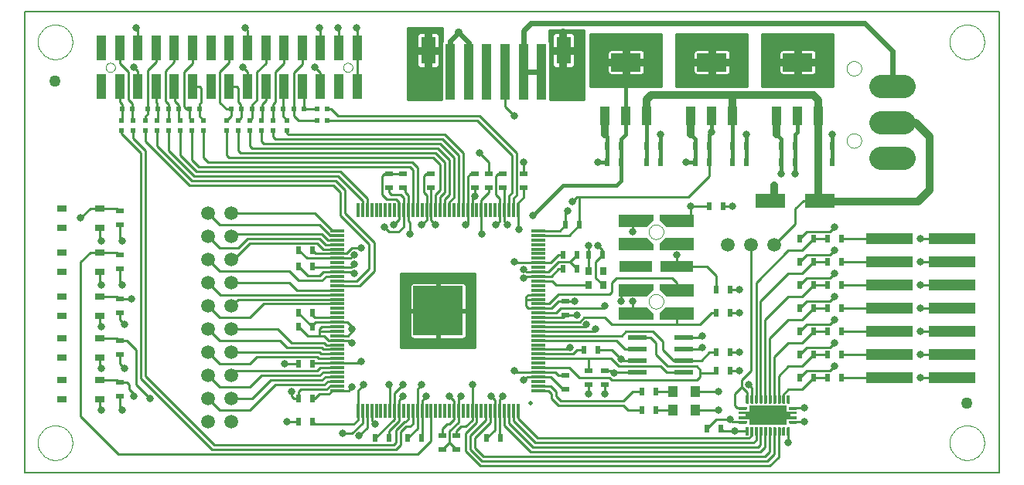
<source format=gtl>
G75*
%MOIN*%
%OFA0B0*%
%FSLAX24Y24*%
%IPPOS*%
%LPD*%
%AMOC8*
5,1,8,0,0,1.08239X$1,22.5*
%
%ADD10C,0.0000*%
%ADD11C,0.0050*%
%ADD12R,0.0591X0.0118*%
%ADD13R,0.0118X0.0591*%
%ADD14R,0.2126X0.2126*%
%ADD15R,0.0197X0.0197*%
%ADD16R,0.1449X0.0500*%
%ADD17C,0.0004*%
%ADD18R,0.0236X0.0354*%
%ADD19R,0.0354X0.0236*%
%ADD20R,0.0433X0.0787*%
%ADD21R,0.1299X0.0787*%
%ADD22R,0.0787X0.0197*%
%ADD23R,0.0256X0.0335*%
%ADD24R,0.0394X0.1083*%
%ADD25R,0.0413X0.0256*%
%ADD26R,0.2000X0.0500*%
%ADD27R,0.1260X0.0630*%
%ADD28C,0.0591*%
%ADD29R,0.0433X0.0492*%
%ADD30C,0.0500*%
%ADD31C,0.0197*%
%ADD32C,0.1005*%
%ADD33R,0.0394X0.2441*%
%ADD34R,0.0630X0.1181*%
%ADD35R,0.0079X0.0079*%
%ADD36C,0.0008*%
%ADD37R,0.0197X0.0236*%
%ADD38R,0.0236X0.0197*%
%ADD39C,0.0100*%
%ADD40C,0.0317*%
%ADD41C,0.0320*%
%ADD42C,0.0160*%
%ADD43C,0.0240*%
%ADD44C,0.0356*%
D10*
X000702Y003000D02*
X000704Y003055D01*
X000710Y003109D01*
X000720Y003163D01*
X000734Y003215D01*
X000751Y003267D01*
X000773Y003317D01*
X000798Y003366D01*
X000826Y003413D01*
X000858Y003457D01*
X000893Y003499D01*
X000931Y003538D01*
X000972Y003575D01*
X001015Y003608D01*
X001060Y003638D01*
X001108Y003665D01*
X001157Y003688D01*
X001208Y003708D01*
X001261Y003724D01*
X001314Y003736D01*
X001368Y003744D01*
X001423Y003748D01*
X001477Y003748D01*
X001532Y003744D01*
X001586Y003736D01*
X001639Y003724D01*
X001692Y003708D01*
X001743Y003688D01*
X001792Y003665D01*
X001840Y003638D01*
X001885Y003608D01*
X001928Y003575D01*
X001969Y003538D01*
X002007Y003499D01*
X002042Y003457D01*
X002074Y003413D01*
X002102Y003366D01*
X002127Y003317D01*
X002149Y003267D01*
X002166Y003215D01*
X002180Y003163D01*
X002190Y003109D01*
X002196Y003055D01*
X002198Y003000D01*
X002196Y002945D01*
X002190Y002891D01*
X002180Y002837D01*
X002166Y002785D01*
X002149Y002733D01*
X002127Y002683D01*
X002102Y002634D01*
X002074Y002587D01*
X002042Y002543D01*
X002007Y002501D01*
X001969Y002462D01*
X001928Y002425D01*
X001885Y002392D01*
X001840Y002362D01*
X001792Y002335D01*
X001743Y002312D01*
X001692Y002292D01*
X001639Y002276D01*
X001586Y002264D01*
X001532Y002256D01*
X001477Y002252D01*
X001423Y002252D01*
X001368Y002256D01*
X001314Y002264D01*
X001261Y002276D01*
X001208Y002292D01*
X001157Y002312D01*
X001108Y002335D01*
X001060Y002362D01*
X001015Y002392D01*
X000972Y002425D01*
X000931Y002462D01*
X000893Y002501D01*
X000858Y002543D01*
X000826Y002587D01*
X000798Y002634D01*
X000773Y002683D01*
X000751Y002733D01*
X000734Y002785D01*
X000720Y002837D01*
X000710Y002891D01*
X000704Y002945D01*
X000702Y003000D01*
X027035Y009100D02*
X027037Y009135D01*
X027043Y009170D01*
X027053Y009204D01*
X027066Y009237D01*
X027083Y009268D01*
X027104Y009296D01*
X027127Y009323D01*
X027154Y009346D01*
X027182Y009367D01*
X027213Y009384D01*
X027246Y009397D01*
X027280Y009407D01*
X027315Y009413D01*
X027350Y009415D01*
X027385Y009413D01*
X027420Y009407D01*
X027454Y009397D01*
X027487Y009384D01*
X027518Y009367D01*
X027546Y009346D01*
X027573Y009323D01*
X027596Y009296D01*
X027617Y009268D01*
X027634Y009237D01*
X027647Y009204D01*
X027657Y009170D01*
X027663Y009135D01*
X027665Y009100D01*
X027663Y009065D01*
X027657Y009030D01*
X027647Y008996D01*
X027634Y008963D01*
X027617Y008932D01*
X027596Y008904D01*
X027573Y008877D01*
X027546Y008854D01*
X027518Y008833D01*
X027487Y008816D01*
X027454Y008803D01*
X027420Y008793D01*
X027385Y008787D01*
X027350Y008785D01*
X027315Y008787D01*
X027280Y008793D01*
X027246Y008803D01*
X027213Y008816D01*
X027182Y008833D01*
X027154Y008854D01*
X027127Y008877D01*
X027104Y008904D01*
X027083Y008932D01*
X027066Y008963D01*
X027053Y008996D01*
X027043Y009030D01*
X027037Y009065D01*
X027035Y009100D01*
X027035Y012100D02*
X027037Y012135D01*
X027043Y012170D01*
X027053Y012204D01*
X027066Y012237D01*
X027083Y012268D01*
X027104Y012296D01*
X027127Y012323D01*
X027154Y012346D01*
X027182Y012367D01*
X027213Y012384D01*
X027246Y012397D01*
X027280Y012407D01*
X027315Y012413D01*
X027350Y012415D01*
X027385Y012413D01*
X027420Y012407D01*
X027454Y012397D01*
X027487Y012384D01*
X027518Y012367D01*
X027546Y012346D01*
X027573Y012323D01*
X027596Y012296D01*
X027617Y012268D01*
X027634Y012237D01*
X027647Y012204D01*
X027657Y012170D01*
X027663Y012135D01*
X027665Y012100D01*
X027663Y012065D01*
X027657Y012030D01*
X027647Y011996D01*
X027634Y011963D01*
X027617Y011932D01*
X027596Y011904D01*
X027573Y011877D01*
X027546Y011854D01*
X027518Y011833D01*
X027487Y011816D01*
X027454Y011803D01*
X027420Y011793D01*
X027385Y011787D01*
X027350Y011785D01*
X027315Y011787D01*
X027280Y011793D01*
X027246Y011803D01*
X027213Y011816D01*
X027182Y011833D01*
X027154Y011854D01*
X027127Y011877D01*
X027104Y011904D01*
X027083Y011932D01*
X027066Y011963D01*
X027053Y011996D01*
X027043Y012030D01*
X027037Y012065D01*
X027035Y012100D01*
X035566Y016041D02*
X035568Y016076D01*
X035574Y016111D01*
X035584Y016145D01*
X035597Y016178D01*
X035614Y016209D01*
X035635Y016237D01*
X035658Y016264D01*
X035685Y016287D01*
X035713Y016308D01*
X035744Y016325D01*
X035777Y016338D01*
X035811Y016348D01*
X035846Y016354D01*
X035881Y016356D01*
X035916Y016354D01*
X035951Y016348D01*
X035985Y016338D01*
X036018Y016325D01*
X036049Y016308D01*
X036077Y016287D01*
X036104Y016264D01*
X036127Y016237D01*
X036148Y016209D01*
X036165Y016178D01*
X036178Y016145D01*
X036188Y016111D01*
X036194Y016076D01*
X036196Y016041D01*
X036194Y016006D01*
X036188Y015971D01*
X036178Y015937D01*
X036165Y015904D01*
X036148Y015873D01*
X036127Y015845D01*
X036104Y015818D01*
X036077Y015795D01*
X036049Y015774D01*
X036018Y015757D01*
X035985Y015744D01*
X035951Y015734D01*
X035916Y015728D01*
X035881Y015726D01*
X035846Y015728D01*
X035811Y015734D01*
X035777Y015744D01*
X035744Y015757D01*
X035713Y015774D01*
X035685Y015795D01*
X035658Y015818D01*
X035635Y015845D01*
X035614Y015873D01*
X035597Y015904D01*
X035584Y015937D01*
X035574Y015971D01*
X035568Y016006D01*
X035566Y016041D01*
X035566Y019159D02*
X035568Y019194D01*
X035574Y019229D01*
X035584Y019263D01*
X035597Y019296D01*
X035614Y019327D01*
X035635Y019355D01*
X035658Y019382D01*
X035685Y019405D01*
X035713Y019426D01*
X035744Y019443D01*
X035777Y019456D01*
X035811Y019466D01*
X035846Y019472D01*
X035881Y019474D01*
X035916Y019472D01*
X035951Y019466D01*
X035985Y019456D01*
X036018Y019443D01*
X036049Y019426D01*
X036077Y019405D01*
X036104Y019382D01*
X036127Y019355D01*
X036148Y019327D01*
X036165Y019296D01*
X036178Y019263D01*
X036188Y019229D01*
X036194Y019194D01*
X036196Y019159D01*
X036194Y019124D01*
X036188Y019089D01*
X036178Y019055D01*
X036165Y019022D01*
X036148Y018991D01*
X036127Y018963D01*
X036104Y018936D01*
X036077Y018913D01*
X036049Y018892D01*
X036018Y018875D01*
X035985Y018862D01*
X035951Y018852D01*
X035916Y018846D01*
X035881Y018844D01*
X035846Y018846D01*
X035811Y018852D01*
X035777Y018862D01*
X035744Y018875D01*
X035713Y018892D01*
X035685Y018913D01*
X035658Y018936D01*
X035635Y018963D01*
X035614Y018991D01*
X035597Y019022D01*
X035584Y019055D01*
X035574Y019089D01*
X035568Y019124D01*
X035566Y019159D01*
X040002Y020300D02*
X040004Y020355D01*
X040010Y020409D01*
X040020Y020463D01*
X040034Y020515D01*
X040051Y020567D01*
X040073Y020617D01*
X040098Y020666D01*
X040126Y020713D01*
X040158Y020757D01*
X040193Y020799D01*
X040231Y020838D01*
X040272Y020875D01*
X040315Y020908D01*
X040360Y020938D01*
X040408Y020965D01*
X040457Y020988D01*
X040508Y021008D01*
X040561Y021024D01*
X040614Y021036D01*
X040668Y021044D01*
X040723Y021048D01*
X040777Y021048D01*
X040832Y021044D01*
X040886Y021036D01*
X040939Y021024D01*
X040992Y021008D01*
X041043Y020988D01*
X041092Y020965D01*
X041140Y020938D01*
X041185Y020908D01*
X041228Y020875D01*
X041269Y020838D01*
X041307Y020799D01*
X041342Y020757D01*
X041374Y020713D01*
X041402Y020666D01*
X041427Y020617D01*
X041449Y020567D01*
X041466Y020515D01*
X041480Y020463D01*
X041490Y020409D01*
X041496Y020355D01*
X041498Y020300D01*
X041496Y020245D01*
X041490Y020191D01*
X041480Y020137D01*
X041466Y020085D01*
X041449Y020033D01*
X041427Y019983D01*
X041402Y019934D01*
X041374Y019887D01*
X041342Y019843D01*
X041307Y019801D01*
X041269Y019762D01*
X041228Y019725D01*
X041185Y019692D01*
X041140Y019662D01*
X041092Y019635D01*
X041043Y019612D01*
X040992Y019592D01*
X040939Y019576D01*
X040886Y019564D01*
X040832Y019556D01*
X040777Y019552D01*
X040723Y019552D01*
X040668Y019556D01*
X040614Y019564D01*
X040561Y019576D01*
X040508Y019592D01*
X040457Y019612D01*
X040408Y019635D01*
X040360Y019662D01*
X040315Y019692D01*
X040272Y019725D01*
X040231Y019762D01*
X040193Y019801D01*
X040158Y019843D01*
X040126Y019887D01*
X040098Y019934D01*
X040073Y019983D01*
X040051Y020033D01*
X040034Y020085D01*
X040020Y020137D01*
X040010Y020191D01*
X040004Y020245D01*
X040002Y020300D01*
X013871Y019200D02*
X013873Y019227D01*
X013879Y019254D01*
X013888Y019280D01*
X013901Y019304D01*
X013917Y019327D01*
X013936Y019346D01*
X013958Y019363D01*
X013982Y019377D01*
X014007Y019387D01*
X014034Y019394D01*
X014061Y019397D01*
X014089Y019396D01*
X014116Y019391D01*
X014142Y019383D01*
X014166Y019371D01*
X014189Y019355D01*
X014210Y019337D01*
X014227Y019316D01*
X014242Y019292D01*
X014253Y019267D01*
X014261Y019241D01*
X014265Y019214D01*
X014265Y019186D01*
X014261Y019159D01*
X014253Y019133D01*
X014242Y019108D01*
X014227Y019084D01*
X014210Y019063D01*
X014189Y019045D01*
X014167Y019029D01*
X014142Y019017D01*
X014116Y019009D01*
X014089Y019004D01*
X014061Y019003D01*
X014034Y019006D01*
X014007Y019013D01*
X013982Y019023D01*
X013958Y019037D01*
X013936Y019054D01*
X013917Y019073D01*
X013901Y019096D01*
X013888Y019120D01*
X013879Y019146D01*
X013873Y019173D01*
X013871Y019200D01*
X003635Y019200D02*
X003637Y019227D01*
X003643Y019254D01*
X003652Y019280D01*
X003665Y019304D01*
X003681Y019327D01*
X003700Y019346D01*
X003722Y019363D01*
X003746Y019377D01*
X003771Y019387D01*
X003798Y019394D01*
X003825Y019397D01*
X003853Y019396D01*
X003880Y019391D01*
X003906Y019383D01*
X003930Y019371D01*
X003953Y019355D01*
X003974Y019337D01*
X003991Y019316D01*
X004006Y019292D01*
X004017Y019267D01*
X004025Y019241D01*
X004029Y019214D01*
X004029Y019186D01*
X004025Y019159D01*
X004017Y019133D01*
X004006Y019108D01*
X003991Y019084D01*
X003974Y019063D01*
X003953Y019045D01*
X003931Y019029D01*
X003906Y019017D01*
X003880Y019009D01*
X003853Y019004D01*
X003825Y019003D01*
X003798Y019006D01*
X003771Y019013D01*
X003746Y019023D01*
X003722Y019037D01*
X003700Y019054D01*
X003681Y019073D01*
X003665Y019096D01*
X003652Y019120D01*
X003643Y019146D01*
X003637Y019173D01*
X003635Y019200D01*
X000702Y020300D02*
X000704Y020355D01*
X000710Y020409D01*
X000720Y020463D01*
X000734Y020515D01*
X000751Y020567D01*
X000773Y020617D01*
X000798Y020666D01*
X000826Y020713D01*
X000858Y020757D01*
X000893Y020799D01*
X000931Y020838D01*
X000972Y020875D01*
X001015Y020908D01*
X001060Y020938D01*
X001108Y020965D01*
X001157Y020988D01*
X001208Y021008D01*
X001261Y021024D01*
X001314Y021036D01*
X001368Y021044D01*
X001423Y021048D01*
X001477Y021048D01*
X001532Y021044D01*
X001586Y021036D01*
X001639Y021024D01*
X001692Y021008D01*
X001743Y020988D01*
X001792Y020965D01*
X001840Y020938D01*
X001885Y020908D01*
X001928Y020875D01*
X001969Y020838D01*
X002007Y020799D01*
X002042Y020757D01*
X002074Y020713D01*
X002102Y020666D01*
X002127Y020617D01*
X002149Y020567D01*
X002166Y020515D01*
X002180Y020463D01*
X002190Y020409D01*
X002196Y020355D01*
X002198Y020300D01*
X002196Y020245D01*
X002190Y020191D01*
X002180Y020137D01*
X002166Y020085D01*
X002149Y020033D01*
X002127Y019983D01*
X002102Y019934D01*
X002074Y019887D01*
X002042Y019843D01*
X002007Y019801D01*
X001969Y019762D01*
X001928Y019725D01*
X001885Y019692D01*
X001840Y019662D01*
X001792Y019635D01*
X001743Y019612D01*
X001692Y019592D01*
X001639Y019576D01*
X001586Y019564D01*
X001532Y019556D01*
X001477Y019552D01*
X001423Y019552D01*
X001368Y019556D01*
X001314Y019564D01*
X001261Y019576D01*
X001208Y019592D01*
X001157Y019612D01*
X001108Y019635D01*
X001060Y019662D01*
X001015Y019692D01*
X000972Y019725D01*
X000931Y019762D01*
X000893Y019801D01*
X000858Y019843D01*
X000826Y019887D01*
X000798Y019934D01*
X000773Y019983D01*
X000751Y020033D01*
X000734Y020085D01*
X000720Y020137D01*
X000710Y020191D01*
X000704Y020245D01*
X000702Y020300D01*
X040002Y003000D02*
X040004Y003055D01*
X040010Y003109D01*
X040020Y003163D01*
X040034Y003215D01*
X040051Y003267D01*
X040073Y003317D01*
X040098Y003366D01*
X040126Y003413D01*
X040158Y003457D01*
X040193Y003499D01*
X040231Y003538D01*
X040272Y003575D01*
X040315Y003608D01*
X040360Y003638D01*
X040408Y003665D01*
X040457Y003688D01*
X040508Y003708D01*
X040561Y003724D01*
X040614Y003736D01*
X040668Y003744D01*
X040723Y003748D01*
X040777Y003748D01*
X040832Y003744D01*
X040886Y003736D01*
X040939Y003724D01*
X040992Y003708D01*
X041043Y003688D01*
X041092Y003665D01*
X041140Y003638D01*
X041185Y003608D01*
X041228Y003575D01*
X041269Y003538D01*
X041307Y003499D01*
X041342Y003457D01*
X041374Y003413D01*
X041402Y003366D01*
X041427Y003317D01*
X041449Y003267D01*
X041466Y003215D01*
X041480Y003163D01*
X041490Y003109D01*
X041496Y003055D01*
X041498Y003000D01*
X041496Y002945D01*
X041490Y002891D01*
X041480Y002837D01*
X041466Y002785D01*
X041449Y002733D01*
X041427Y002683D01*
X041402Y002634D01*
X041374Y002587D01*
X041342Y002543D01*
X041307Y002501D01*
X041269Y002462D01*
X041228Y002425D01*
X041185Y002392D01*
X041140Y002362D01*
X041092Y002335D01*
X041043Y002312D01*
X040992Y002292D01*
X040939Y002276D01*
X040886Y002264D01*
X040832Y002256D01*
X040777Y002252D01*
X040723Y002252D01*
X040668Y002256D01*
X040614Y002264D01*
X040561Y002276D01*
X040508Y002292D01*
X040457Y002312D01*
X040408Y002335D01*
X040360Y002362D01*
X040315Y002392D01*
X040272Y002425D01*
X040231Y002462D01*
X040193Y002501D01*
X040158Y002543D01*
X040126Y002587D01*
X040098Y002634D01*
X040073Y002683D01*
X040051Y002733D01*
X040034Y002785D01*
X040020Y002837D01*
X040010Y002891D01*
X040004Y002945D01*
X040002Y003000D01*
D11*
X042150Y001700D02*
X000150Y001700D01*
X000150Y021600D01*
X042150Y021600D01*
X042150Y001700D01*
D12*
X022281Y005255D03*
X022281Y005452D03*
X022281Y005649D03*
X022281Y005846D03*
X022281Y006043D03*
X022281Y006239D03*
X022281Y006436D03*
X022281Y006633D03*
X022281Y006830D03*
X022281Y007027D03*
X022281Y007224D03*
X022281Y007420D03*
X022281Y007617D03*
X022281Y007814D03*
X022281Y008011D03*
X022281Y008208D03*
X022281Y008405D03*
X022281Y008602D03*
X022281Y008798D03*
X022281Y008995D03*
X022281Y009192D03*
X022281Y009389D03*
X022281Y009586D03*
X022281Y009783D03*
X022281Y009980D03*
X022281Y010176D03*
X022281Y010373D03*
X022281Y010570D03*
X022281Y010767D03*
X022281Y010964D03*
X022281Y011161D03*
X022281Y011357D03*
X022281Y011554D03*
X022281Y011751D03*
X022281Y011948D03*
X022281Y012145D03*
X013619Y012145D03*
X013619Y011948D03*
X013619Y011751D03*
X013619Y011554D03*
X013619Y011357D03*
X013619Y011161D03*
X013619Y010964D03*
X013619Y010767D03*
X013619Y010570D03*
X013619Y010373D03*
X013619Y010176D03*
X013619Y009980D03*
X013619Y009783D03*
X013619Y009586D03*
X013619Y009389D03*
X013619Y009192D03*
X013619Y008995D03*
X013619Y008798D03*
X013619Y008602D03*
X013619Y008405D03*
X013619Y008208D03*
X013619Y008011D03*
X013619Y007814D03*
X013619Y007617D03*
X013619Y007420D03*
X013619Y007224D03*
X013619Y007027D03*
X013619Y006830D03*
X013619Y006633D03*
X013619Y006436D03*
X013619Y006239D03*
X013619Y006043D03*
X013619Y005846D03*
X013619Y005649D03*
X013619Y005452D03*
X013619Y005255D03*
D13*
X014505Y004369D03*
X014702Y004369D03*
X014899Y004369D03*
X015096Y004369D03*
X015293Y004369D03*
X015489Y004369D03*
X015686Y004369D03*
X015883Y004369D03*
X016080Y004369D03*
X016277Y004369D03*
X016474Y004369D03*
X016670Y004369D03*
X016867Y004369D03*
X017064Y004369D03*
X017261Y004369D03*
X017458Y004369D03*
X017655Y004369D03*
X017852Y004369D03*
X018048Y004369D03*
X018245Y004369D03*
X018442Y004369D03*
X018639Y004369D03*
X018836Y004369D03*
X019033Y004369D03*
X019230Y004369D03*
X019426Y004369D03*
X019623Y004369D03*
X019820Y004369D03*
X020017Y004369D03*
X020214Y004369D03*
X020411Y004369D03*
X020607Y004369D03*
X020804Y004369D03*
X021001Y004369D03*
X021198Y004369D03*
X021395Y004369D03*
X021395Y013031D03*
X021198Y013031D03*
X021001Y013031D03*
X020804Y013031D03*
X020607Y013031D03*
X020411Y013031D03*
X020214Y013031D03*
X020017Y013031D03*
X019820Y013031D03*
X019623Y013031D03*
X019426Y013031D03*
X019230Y013031D03*
X019033Y013031D03*
X018836Y013031D03*
X018639Y013031D03*
X018442Y013031D03*
X018245Y013031D03*
X018048Y013031D03*
X017852Y013031D03*
X017655Y013031D03*
X017458Y013031D03*
X017261Y013031D03*
X017064Y013031D03*
X016867Y013031D03*
X016670Y013031D03*
X016474Y013031D03*
X016277Y013031D03*
X016080Y013031D03*
X015883Y013031D03*
X015686Y013031D03*
X015489Y013031D03*
X015293Y013031D03*
X015096Y013031D03*
X014899Y013031D03*
X014702Y013031D03*
X014505Y013031D03*
D14*
X017950Y008700D03*
D15*
X026476Y008600D03*
X028224Y008600D03*
X028224Y009600D03*
X026476Y009600D03*
X026476Y011600D03*
X026476Y012600D03*
X028224Y012600D03*
X028224Y011600D03*
D16*
X028224Y010600D03*
X026476Y010600D03*
D17*
X027200Y009850D02*
X025752Y009850D01*
X025752Y009350D01*
X026931Y009350D01*
X027200Y009619D01*
X025752Y009619D01*
X025752Y009621D02*
X027200Y009621D01*
X027200Y009619D02*
X027200Y009850D01*
X027200Y009848D02*
X025752Y009848D01*
X025752Y009845D02*
X027200Y009845D01*
X027200Y009843D02*
X025752Y009843D01*
X025752Y009840D02*
X027200Y009840D01*
X027200Y009838D02*
X025752Y009838D01*
X025752Y009836D02*
X027200Y009836D01*
X027200Y009833D02*
X025752Y009833D01*
X025752Y009831D02*
X027200Y009831D01*
X027200Y009828D02*
X025752Y009828D01*
X025752Y009826D02*
X027200Y009826D01*
X027200Y009823D02*
X025752Y009823D01*
X025752Y009821D02*
X027200Y009821D01*
X027200Y009818D02*
X025752Y009818D01*
X025752Y009816D02*
X027200Y009816D01*
X027200Y009814D02*
X025752Y009814D01*
X025752Y009811D02*
X027200Y009811D01*
X027200Y009809D02*
X025752Y009809D01*
X025752Y009806D02*
X027200Y009806D01*
X027200Y009804D02*
X025752Y009804D01*
X025752Y009801D02*
X027200Y009801D01*
X027200Y009799D02*
X025752Y009799D01*
X025752Y009797D02*
X027200Y009797D01*
X027200Y009794D02*
X025752Y009794D01*
X025752Y009792D02*
X027200Y009792D01*
X027200Y009789D02*
X025752Y009789D01*
X025752Y009787D02*
X027200Y009787D01*
X027200Y009784D02*
X025752Y009784D01*
X025752Y009782D02*
X027200Y009782D01*
X027200Y009779D02*
X025752Y009779D01*
X025752Y009777D02*
X027200Y009777D01*
X027200Y009775D02*
X025752Y009775D01*
X025752Y009772D02*
X027200Y009772D01*
X027200Y009770D02*
X025752Y009770D01*
X025752Y009767D02*
X027200Y009767D01*
X027200Y009765D02*
X025752Y009765D01*
X025752Y009762D02*
X027200Y009762D01*
X027200Y009760D02*
X025752Y009760D01*
X025752Y009758D02*
X027200Y009758D01*
X027200Y009755D02*
X025752Y009755D01*
X025752Y009753D02*
X027200Y009753D01*
X027200Y009750D02*
X025752Y009750D01*
X025752Y009748D02*
X027200Y009748D01*
X027200Y009745D02*
X025752Y009745D01*
X025752Y009743D02*
X027200Y009743D01*
X027200Y009741D02*
X025752Y009741D01*
X025752Y009738D02*
X027200Y009738D01*
X027200Y009736D02*
X025752Y009736D01*
X025752Y009733D02*
X027200Y009733D01*
X027200Y009731D02*
X025752Y009731D01*
X025752Y009728D02*
X027200Y009728D01*
X027200Y009726D02*
X025752Y009726D01*
X025752Y009723D02*
X027200Y009723D01*
X027200Y009721D02*
X025752Y009721D01*
X025752Y009719D02*
X027200Y009719D01*
X027200Y009716D02*
X025752Y009716D01*
X025752Y009714D02*
X027200Y009714D01*
X027200Y009711D02*
X025752Y009711D01*
X025752Y009709D02*
X027200Y009709D01*
X027200Y009706D02*
X025752Y009706D01*
X025752Y009704D02*
X027200Y009704D01*
X027200Y009702D02*
X025752Y009702D01*
X025752Y009699D02*
X027200Y009699D01*
X027200Y009697D02*
X025752Y009697D01*
X025752Y009694D02*
X027200Y009694D01*
X027200Y009692D02*
X025752Y009692D01*
X025752Y009689D02*
X027200Y009689D01*
X027200Y009687D02*
X025752Y009687D01*
X025752Y009684D02*
X027200Y009684D01*
X027200Y009682D02*
X025752Y009682D01*
X025752Y009680D02*
X027200Y009680D01*
X027200Y009677D02*
X025752Y009677D01*
X025752Y009675D02*
X027200Y009675D01*
X027200Y009672D02*
X025752Y009672D01*
X025752Y009670D02*
X027200Y009670D01*
X027200Y009667D02*
X025752Y009667D01*
X025752Y009665D02*
X027200Y009665D01*
X027200Y009663D02*
X025752Y009663D01*
X025752Y009660D02*
X027200Y009660D01*
X027200Y009658D02*
X025752Y009658D01*
X025752Y009655D02*
X027200Y009655D01*
X027200Y009653D02*
X025752Y009653D01*
X025752Y009650D02*
X027200Y009650D01*
X027200Y009648D02*
X025752Y009648D01*
X025752Y009645D02*
X027200Y009645D01*
X027200Y009643D02*
X025752Y009643D01*
X025752Y009641D02*
X027200Y009641D01*
X027200Y009638D02*
X025752Y009638D01*
X025752Y009636D02*
X027200Y009636D01*
X027200Y009633D02*
X025752Y009633D01*
X025752Y009631D02*
X027200Y009631D01*
X027200Y009628D02*
X025752Y009628D01*
X025752Y009626D02*
X027200Y009626D01*
X027200Y009624D02*
X025752Y009624D01*
X025752Y009616D02*
X027197Y009616D01*
X027195Y009614D02*
X025752Y009614D01*
X025752Y009611D02*
X027192Y009611D01*
X027190Y009609D02*
X025752Y009609D01*
X025752Y009606D02*
X027187Y009606D01*
X027185Y009604D02*
X025752Y009604D01*
X025752Y009602D02*
X027183Y009602D01*
X027180Y009599D02*
X025752Y009599D01*
X025752Y009597D02*
X027178Y009597D01*
X027175Y009594D02*
X025752Y009594D01*
X025752Y009592D02*
X027173Y009592D01*
X027170Y009589D02*
X025752Y009589D01*
X025752Y009587D02*
X027168Y009587D01*
X027166Y009585D02*
X025752Y009585D01*
X025752Y009582D02*
X027163Y009582D01*
X027161Y009580D02*
X025752Y009580D01*
X025752Y009577D02*
X027158Y009577D01*
X027156Y009575D02*
X025752Y009575D01*
X025752Y009572D02*
X027153Y009572D01*
X027151Y009570D02*
X025752Y009570D01*
X025752Y009567D02*
X027148Y009567D01*
X027146Y009565D02*
X025752Y009565D01*
X025752Y009563D02*
X027144Y009563D01*
X027141Y009560D02*
X025752Y009560D01*
X025752Y009558D02*
X027139Y009558D01*
X027136Y009555D02*
X025752Y009555D01*
X025752Y009553D02*
X027134Y009553D01*
X027131Y009550D02*
X025752Y009550D01*
X025752Y009548D02*
X027129Y009548D01*
X027127Y009546D02*
X025752Y009546D01*
X025752Y009543D02*
X027124Y009543D01*
X027122Y009541D02*
X025752Y009541D01*
X025752Y009538D02*
X027119Y009538D01*
X027117Y009536D02*
X025752Y009536D01*
X025752Y009533D02*
X027114Y009533D01*
X027112Y009531D02*
X025752Y009531D01*
X025752Y009528D02*
X027109Y009528D01*
X027107Y009526D02*
X025752Y009526D01*
X025752Y009524D02*
X027105Y009524D01*
X027102Y009521D02*
X025752Y009521D01*
X025752Y009519D02*
X027100Y009519D01*
X027097Y009516D02*
X025752Y009516D01*
X025752Y009514D02*
X027095Y009514D01*
X027092Y009511D02*
X025752Y009511D01*
X025752Y009509D02*
X027090Y009509D01*
X027088Y009507D02*
X025752Y009507D01*
X025752Y009504D02*
X027085Y009504D01*
X027083Y009502D02*
X025752Y009502D01*
X025752Y009499D02*
X027080Y009499D01*
X027078Y009497D02*
X025752Y009497D01*
X025752Y009494D02*
X027075Y009494D01*
X027073Y009492D02*
X025752Y009492D01*
X025752Y009489D02*
X027070Y009489D01*
X027068Y009487D02*
X025752Y009487D01*
X025752Y009485D02*
X027066Y009485D01*
X027063Y009482D02*
X025752Y009482D01*
X025752Y009480D02*
X027061Y009480D01*
X027058Y009477D02*
X025752Y009477D01*
X025752Y009475D02*
X027056Y009475D01*
X027053Y009472D02*
X025752Y009472D01*
X025752Y009470D02*
X027051Y009470D01*
X027049Y009468D02*
X025752Y009468D01*
X025752Y009465D02*
X027046Y009465D01*
X027044Y009463D02*
X025752Y009463D01*
X025752Y009460D02*
X027041Y009460D01*
X027039Y009458D02*
X025752Y009458D01*
X025752Y009455D02*
X027036Y009455D01*
X027034Y009453D02*
X025752Y009453D01*
X025752Y009450D02*
X027031Y009450D01*
X027029Y009448D02*
X025752Y009448D01*
X025752Y009446D02*
X027027Y009446D01*
X027024Y009443D02*
X025752Y009443D01*
X025752Y009441D02*
X027022Y009441D01*
X027019Y009438D02*
X025752Y009438D01*
X025752Y009436D02*
X027017Y009436D01*
X027014Y009433D02*
X025752Y009433D01*
X025752Y009431D02*
X027012Y009431D01*
X027010Y009429D02*
X025752Y009429D01*
X025752Y009426D02*
X027007Y009426D01*
X027005Y009424D02*
X025752Y009424D01*
X025752Y009421D02*
X027002Y009421D01*
X027000Y009419D02*
X025752Y009419D01*
X025752Y009416D02*
X026997Y009416D01*
X026995Y009414D02*
X025752Y009414D01*
X025752Y009411D02*
X026992Y009411D01*
X026990Y009409D02*
X025752Y009409D01*
X025752Y009407D02*
X026988Y009407D01*
X026985Y009404D02*
X025752Y009404D01*
X025752Y009402D02*
X026983Y009402D01*
X026980Y009399D02*
X025752Y009399D01*
X025752Y009397D02*
X026978Y009397D01*
X026975Y009394D02*
X025752Y009394D01*
X025752Y009392D02*
X026973Y009392D01*
X026971Y009390D02*
X025752Y009390D01*
X025752Y009387D02*
X026968Y009387D01*
X026966Y009385D02*
X025752Y009385D01*
X025752Y009382D02*
X026963Y009382D01*
X026961Y009380D02*
X025752Y009380D01*
X025752Y009377D02*
X026958Y009377D01*
X026956Y009375D02*
X025752Y009375D01*
X025752Y009372D02*
X026953Y009372D01*
X026951Y009370D02*
X025752Y009370D01*
X025752Y009368D02*
X026949Y009368D01*
X026946Y009365D02*
X025752Y009365D01*
X025752Y009363D02*
X026944Y009363D01*
X026941Y009360D02*
X025752Y009360D01*
X025752Y009358D02*
X026939Y009358D01*
X026936Y009355D02*
X025752Y009355D01*
X025752Y009353D02*
X026934Y009353D01*
X026932Y009351D02*
X025752Y009351D01*
X025752Y008850D02*
X026931Y008850D01*
X027200Y008581D01*
X027200Y008350D01*
X025752Y008350D01*
X025752Y008850D01*
X025752Y008848D02*
X026933Y008848D01*
X026935Y008846D02*
X025752Y008846D01*
X025752Y008844D02*
X026937Y008844D01*
X026940Y008841D02*
X025752Y008841D01*
X025752Y008839D02*
X026942Y008839D01*
X026945Y008836D02*
X025752Y008836D01*
X025752Y008834D02*
X026947Y008834D01*
X026950Y008831D02*
X025752Y008831D01*
X025752Y008829D02*
X026952Y008829D01*
X026954Y008827D02*
X025752Y008827D01*
X025752Y008824D02*
X026957Y008824D01*
X026959Y008822D02*
X025752Y008822D01*
X025752Y008819D02*
X026962Y008819D01*
X026964Y008817D02*
X025752Y008817D01*
X025752Y008814D02*
X026967Y008814D01*
X026969Y008812D02*
X025752Y008812D01*
X025752Y008809D02*
X026972Y008809D01*
X026974Y008807D02*
X025752Y008807D01*
X025752Y008805D02*
X026976Y008805D01*
X026979Y008802D02*
X025752Y008802D01*
X025752Y008800D02*
X026981Y008800D01*
X026984Y008797D02*
X025752Y008797D01*
X025752Y008795D02*
X026986Y008795D01*
X026989Y008792D02*
X025752Y008792D01*
X025752Y008790D02*
X026991Y008790D01*
X026993Y008788D02*
X025752Y008788D01*
X025752Y008785D02*
X026996Y008785D01*
X026998Y008783D02*
X025752Y008783D01*
X025752Y008780D02*
X027001Y008780D01*
X027003Y008778D02*
X025752Y008778D01*
X025752Y008775D02*
X027006Y008775D01*
X027008Y008773D02*
X025752Y008773D01*
X025752Y008770D02*
X027011Y008770D01*
X027013Y008768D02*
X025752Y008768D01*
X025752Y008766D02*
X027015Y008766D01*
X027018Y008763D02*
X025752Y008763D01*
X025752Y008761D02*
X027020Y008761D01*
X027023Y008758D02*
X025752Y008758D01*
X025752Y008756D02*
X027025Y008756D01*
X027028Y008753D02*
X025752Y008753D01*
X025752Y008751D02*
X027030Y008751D01*
X027032Y008749D02*
X025752Y008749D01*
X025752Y008746D02*
X027035Y008746D01*
X027037Y008744D02*
X025752Y008744D01*
X025752Y008741D02*
X027040Y008741D01*
X027042Y008739D02*
X025752Y008739D01*
X025752Y008736D02*
X027045Y008736D01*
X027047Y008734D02*
X025752Y008734D01*
X025752Y008731D02*
X027050Y008731D01*
X027052Y008729D02*
X025752Y008729D01*
X025752Y008727D02*
X027054Y008727D01*
X027057Y008724D02*
X025752Y008724D01*
X025752Y008722D02*
X027059Y008722D01*
X027062Y008719D02*
X025752Y008719D01*
X025752Y008717D02*
X027064Y008717D01*
X027067Y008714D02*
X025752Y008714D01*
X025752Y008712D02*
X027069Y008712D01*
X027071Y008710D02*
X025752Y008710D01*
X025752Y008707D02*
X027074Y008707D01*
X027076Y008705D02*
X025752Y008705D01*
X025752Y008702D02*
X027079Y008702D01*
X027081Y008700D02*
X025752Y008700D01*
X025752Y008697D02*
X027084Y008697D01*
X027086Y008695D02*
X025752Y008695D01*
X025752Y008692D02*
X027089Y008692D01*
X027091Y008690D02*
X025752Y008690D01*
X025752Y008688D02*
X027093Y008688D01*
X027096Y008685D02*
X025752Y008685D01*
X025752Y008683D02*
X027098Y008683D01*
X027101Y008680D02*
X025752Y008680D01*
X025752Y008678D02*
X027103Y008678D01*
X027106Y008675D02*
X025752Y008675D01*
X025752Y008673D02*
X027108Y008673D01*
X027110Y008671D02*
X025752Y008671D01*
X025752Y008668D02*
X027113Y008668D01*
X027115Y008666D02*
X025752Y008666D01*
X025752Y008663D02*
X027118Y008663D01*
X027120Y008661D02*
X025752Y008661D01*
X025752Y008658D02*
X027123Y008658D01*
X027125Y008656D02*
X025752Y008656D01*
X025752Y008653D02*
X027128Y008653D01*
X027130Y008651D02*
X025752Y008651D01*
X025752Y008649D02*
X027132Y008649D01*
X027135Y008646D02*
X025752Y008646D01*
X025752Y008644D02*
X027137Y008644D01*
X027140Y008641D02*
X025752Y008641D01*
X025752Y008639D02*
X027142Y008639D01*
X027145Y008636D02*
X025752Y008636D01*
X025752Y008634D02*
X027147Y008634D01*
X027149Y008632D02*
X025752Y008632D01*
X025752Y008629D02*
X027152Y008629D01*
X027154Y008627D02*
X025752Y008627D01*
X025752Y008624D02*
X027157Y008624D01*
X027159Y008622D02*
X025752Y008622D01*
X025752Y008619D02*
X027162Y008619D01*
X027164Y008617D02*
X025752Y008617D01*
X025752Y008614D02*
X027166Y008614D01*
X027169Y008612D02*
X025752Y008612D01*
X025752Y008610D02*
X027171Y008610D01*
X027174Y008607D02*
X025752Y008607D01*
X025752Y008605D02*
X027176Y008605D01*
X027179Y008602D02*
X025752Y008602D01*
X025752Y008600D02*
X027181Y008600D01*
X027184Y008597D02*
X025752Y008597D01*
X025752Y008595D02*
X027186Y008595D01*
X027188Y008593D02*
X025752Y008593D01*
X025752Y008590D02*
X027191Y008590D01*
X027193Y008588D02*
X025752Y008588D01*
X025752Y008585D02*
X027196Y008585D01*
X027198Y008583D02*
X025752Y008583D01*
X025752Y008580D02*
X027200Y008580D01*
X027200Y008578D02*
X025752Y008578D01*
X025752Y008575D02*
X027200Y008575D01*
X027200Y008573D02*
X025752Y008573D01*
X025752Y008571D02*
X027200Y008571D01*
X027200Y008568D02*
X025752Y008568D01*
X025752Y008566D02*
X027200Y008566D01*
X027200Y008563D02*
X025752Y008563D01*
X025752Y008561D02*
X027200Y008561D01*
X027200Y008558D02*
X025752Y008558D01*
X025752Y008556D02*
X027200Y008556D01*
X027200Y008554D02*
X025752Y008554D01*
X025752Y008551D02*
X027200Y008551D01*
X027200Y008549D02*
X025752Y008549D01*
X025752Y008546D02*
X027200Y008546D01*
X027200Y008544D02*
X025752Y008544D01*
X025752Y008541D02*
X027200Y008541D01*
X027200Y008539D02*
X025752Y008539D01*
X025752Y008536D02*
X027200Y008536D01*
X027200Y008534D02*
X025752Y008534D01*
X025752Y008532D02*
X027200Y008532D01*
X027200Y008529D02*
X025752Y008529D01*
X025752Y008527D02*
X027200Y008527D01*
X027200Y008524D02*
X025752Y008524D01*
X025752Y008522D02*
X027200Y008522D01*
X027200Y008519D02*
X025752Y008519D01*
X025752Y008517D02*
X027200Y008517D01*
X027200Y008515D02*
X025752Y008515D01*
X025752Y008512D02*
X027200Y008512D01*
X027200Y008510D02*
X025752Y008510D01*
X025752Y008507D02*
X027200Y008507D01*
X027200Y008505D02*
X025752Y008505D01*
X025752Y008502D02*
X027200Y008502D01*
X027200Y008500D02*
X025752Y008500D01*
X025752Y008498D02*
X027200Y008498D01*
X027200Y008495D02*
X025752Y008495D01*
X025752Y008493D02*
X027200Y008493D01*
X027200Y008490D02*
X025752Y008490D01*
X025752Y008488D02*
X027200Y008488D01*
X027200Y008485D02*
X025752Y008485D01*
X025752Y008483D02*
X027200Y008483D01*
X027200Y008480D02*
X025752Y008480D01*
X025752Y008478D02*
X027200Y008478D01*
X027200Y008476D02*
X025752Y008476D01*
X025752Y008473D02*
X027200Y008473D01*
X027200Y008471D02*
X025752Y008471D01*
X025752Y008468D02*
X027200Y008468D01*
X027200Y008466D02*
X025752Y008466D01*
X025752Y008463D02*
X027200Y008463D01*
X027200Y008461D02*
X025752Y008461D01*
X025752Y008459D02*
X027200Y008459D01*
X027200Y008456D02*
X025752Y008456D01*
X025752Y008454D02*
X027200Y008454D01*
X027200Y008451D02*
X025752Y008451D01*
X025752Y008449D02*
X027200Y008449D01*
X027200Y008446D02*
X025752Y008446D01*
X025752Y008444D02*
X027200Y008444D01*
X027200Y008441D02*
X025752Y008441D01*
X025752Y008439D02*
X027200Y008439D01*
X027200Y008437D02*
X025752Y008437D01*
X025752Y008434D02*
X027200Y008434D01*
X027200Y008432D02*
X025752Y008432D01*
X025752Y008429D02*
X027200Y008429D01*
X027200Y008427D02*
X025752Y008427D01*
X025752Y008424D02*
X027200Y008424D01*
X027200Y008422D02*
X025752Y008422D01*
X025752Y008420D02*
X027200Y008420D01*
X027200Y008417D02*
X025752Y008417D01*
X025752Y008415D02*
X027200Y008415D01*
X027200Y008412D02*
X025752Y008412D01*
X025752Y008410D02*
X027200Y008410D01*
X027200Y008407D02*
X025752Y008407D01*
X025752Y008405D02*
X027200Y008405D01*
X027200Y008402D02*
X025752Y008402D01*
X025752Y008400D02*
X027200Y008400D01*
X027200Y008398D02*
X025752Y008398D01*
X025752Y008395D02*
X027200Y008395D01*
X027200Y008393D02*
X025752Y008393D01*
X025752Y008390D02*
X027200Y008390D01*
X027200Y008388D02*
X025752Y008388D01*
X025752Y008385D02*
X027200Y008385D01*
X027200Y008383D02*
X025752Y008383D01*
X025752Y008381D02*
X027200Y008381D01*
X027200Y008378D02*
X025752Y008378D01*
X025752Y008376D02*
X027200Y008376D01*
X027200Y008373D02*
X025752Y008373D01*
X025752Y008371D02*
X027200Y008371D01*
X027200Y008368D02*
X025752Y008368D01*
X025752Y008366D02*
X027200Y008366D01*
X027200Y008363D02*
X025752Y008363D01*
X025752Y008361D02*
X027200Y008361D01*
X027200Y008359D02*
X025752Y008359D01*
X025752Y008356D02*
X027200Y008356D01*
X027200Y008354D02*
X025752Y008354D01*
X025752Y008351D02*
X027200Y008351D01*
X027500Y008351D02*
X028948Y008351D01*
X028948Y008350D02*
X027500Y008350D01*
X027500Y008581D01*
X027769Y008850D01*
X028948Y008850D01*
X028948Y008350D01*
X028948Y008354D02*
X027500Y008354D01*
X027500Y008356D02*
X028948Y008356D01*
X028948Y008359D02*
X027500Y008359D01*
X027500Y008361D02*
X028948Y008361D01*
X028948Y008363D02*
X027500Y008363D01*
X027500Y008366D02*
X028948Y008366D01*
X028948Y008368D02*
X027500Y008368D01*
X027500Y008371D02*
X028948Y008371D01*
X028948Y008373D02*
X027500Y008373D01*
X027500Y008376D02*
X028948Y008376D01*
X028948Y008378D02*
X027500Y008378D01*
X027500Y008381D02*
X028948Y008381D01*
X028948Y008383D02*
X027500Y008383D01*
X027500Y008385D02*
X028948Y008385D01*
X028948Y008388D02*
X027500Y008388D01*
X027500Y008390D02*
X028948Y008390D01*
X028948Y008393D02*
X027500Y008393D01*
X027500Y008395D02*
X028948Y008395D01*
X028948Y008398D02*
X027500Y008398D01*
X027500Y008400D02*
X028948Y008400D01*
X028948Y008402D02*
X027500Y008402D01*
X027500Y008405D02*
X028948Y008405D01*
X028948Y008407D02*
X027500Y008407D01*
X027500Y008410D02*
X028948Y008410D01*
X028948Y008412D02*
X027500Y008412D01*
X027500Y008415D02*
X028948Y008415D01*
X028948Y008417D02*
X027500Y008417D01*
X027500Y008420D02*
X028948Y008420D01*
X028948Y008422D02*
X027500Y008422D01*
X027500Y008424D02*
X028948Y008424D01*
X028948Y008427D02*
X027500Y008427D01*
X027500Y008429D02*
X028948Y008429D01*
X028948Y008432D02*
X027500Y008432D01*
X027500Y008434D02*
X028948Y008434D01*
X028948Y008437D02*
X027500Y008437D01*
X027500Y008439D02*
X028948Y008439D01*
X028948Y008441D02*
X027500Y008441D01*
X027500Y008444D02*
X028948Y008444D01*
X028948Y008446D02*
X027500Y008446D01*
X027500Y008449D02*
X028948Y008449D01*
X028948Y008451D02*
X027500Y008451D01*
X027500Y008454D02*
X028948Y008454D01*
X028948Y008456D02*
X027500Y008456D01*
X027500Y008459D02*
X028948Y008459D01*
X028948Y008461D02*
X027500Y008461D01*
X027500Y008463D02*
X028948Y008463D01*
X028948Y008466D02*
X027500Y008466D01*
X027500Y008468D02*
X028948Y008468D01*
X028948Y008471D02*
X027500Y008471D01*
X027500Y008473D02*
X028948Y008473D01*
X028948Y008476D02*
X027500Y008476D01*
X027500Y008478D02*
X028948Y008478D01*
X028948Y008480D02*
X027500Y008480D01*
X027500Y008483D02*
X028948Y008483D01*
X028948Y008485D02*
X027500Y008485D01*
X027500Y008488D02*
X028948Y008488D01*
X028948Y008490D02*
X027500Y008490D01*
X027500Y008493D02*
X028948Y008493D01*
X028948Y008495D02*
X027500Y008495D01*
X027500Y008498D02*
X028948Y008498D01*
X028948Y008500D02*
X027500Y008500D01*
X027500Y008502D02*
X028948Y008502D01*
X028948Y008505D02*
X027500Y008505D01*
X027500Y008507D02*
X028948Y008507D01*
X028948Y008510D02*
X027500Y008510D01*
X027500Y008512D02*
X028948Y008512D01*
X028948Y008515D02*
X027500Y008515D01*
X027500Y008517D02*
X028948Y008517D01*
X028948Y008519D02*
X027500Y008519D01*
X027500Y008522D02*
X028948Y008522D01*
X028948Y008524D02*
X027500Y008524D01*
X027500Y008527D02*
X028948Y008527D01*
X028948Y008529D02*
X027500Y008529D01*
X027500Y008532D02*
X028948Y008532D01*
X028948Y008534D02*
X027500Y008534D01*
X027500Y008536D02*
X028948Y008536D01*
X028948Y008539D02*
X027500Y008539D01*
X027500Y008541D02*
X028948Y008541D01*
X028948Y008544D02*
X027500Y008544D01*
X027500Y008546D02*
X028948Y008546D01*
X028948Y008549D02*
X027500Y008549D01*
X027500Y008551D02*
X028948Y008551D01*
X028948Y008554D02*
X027500Y008554D01*
X027500Y008556D02*
X028948Y008556D01*
X028948Y008558D02*
X027500Y008558D01*
X027500Y008561D02*
X028948Y008561D01*
X028948Y008563D02*
X027500Y008563D01*
X027500Y008566D02*
X028948Y008566D01*
X028948Y008568D02*
X027500Y008568D01*
X027500Y008571D02*
X028948Y008571D01*
X028948Y008573D02*
X027500Y008573D01*
X027500Y008575D02*
X028948Y008575D01*
X028948Y008578D02*
X027500Y008578D01*
X027500Y008580D02*
X028948Y008580D01*
X028948Y008583D02*
X027502Y008583D01*
X027504Y008585D02*
X028948Y008585D01*
X028948Y008588D02*
X027507Y008588D01*
X027509Y008590D02*
X028948Y008590D01*
X028948Y008593D02*
X027512Y008593D01*
X027514Y008595D02*
X028948Y008595D01*
X028948Y008597D02*
X027516Y008597D01*
X027519Y008600D02*
X028948Y008600D01*
X028948Y008602D02*
X027521Y008602D01*
X027524Y008605D02*
X028948Y008605D01*
X028948Y008607D02*
X027526Y008607D01*
X027529Y008610D02*
X028948Y008610D01*
X028948Y008612D02*
X027531Y008612D01*
X027534Y008614D02*
X028948Y008614D01*
X028948Y008617D02*
X027536Y008617D01*
X027538Y008619D02*
X028948Y008619D01*
X028948Y008622D02*
X027541Y008622D01*
X027543Y008624D02*
X028948Y008624D01*
X028948Y008627D02*
X027546Y008627D01*
X027548Y008629D02*
X028948Y008629D01*
X028948Y008632D02*
X027551Y008632D01*
X027553Y008634D02*
X028948Y008634D01*
X028948Y008636D02*
X027555Y008636D01*
X027558Y008639D02*
X028948Y008639D01*
X028948Y008641D02*
X027560Y008641D01*
X027563Y008644D02*
X028948Y008644D01*
X028948Y008646D02*
X027565Y008646D01*
X027568Y008649D02*
X028948Y008649D01*
X028948Y008651D02*
X027570Y008651D01*
X027572Y008653D02*
X028948Y008653D01*
X028948Y008656D02*
X027575Y008656D01*
X027577Y008658D02*
X028948Y008658D01*
X028948Y008661D02*
X027580Y008661D01*
X027582Y008663D02*
X028948Y008663D01*
X028948Y008666D02*
X027585Y008666D01*
X027587Y008668D02*
X028948Y008668D01*
X028948Y008671D02*
X027590Y008671D01*
X027592Y008673D02*
X028948Y008673D01*
X028948Y008675D02*
X027594Y008675D01*
X027597Y008678D02*
X028948Y008678D01*
X028948Y008680D02*
X027599Y008680D01*
X027602Y008683D02*
X028948Y008683D01*
X028948Y008685D02*
X027604Y008685D01*
X027607Y008688D02*
X028948Y008688D01*
X028948Y008690D02*
X027609Y008690D01*
X027611Y008692D02*
X028948Y008692D01*
X028948Y008695D02*
X027614Y008695D01*
X027616Y008697D02*
X028948Y008697D01*
X028948Y008700D02*
X027619Y008700D01*
X027621Y008702D02*
X028948Y008702D01*
X028948Y008705D02*
X027624Y008705D01*
X027626Y008707D02*
X028948Y008707D01*
X028948Y008710D02*
X027629Y008710D01*
X027631Y008712D02*
X028948Y008712D01*
X028948Y008714D02*
X027633Y008714D01*
X027636Y008717D02*
X028948Y008717D01*
X028948Y008719D02*
X027638Y008719D01*
X027641Y008722D02*
X028948Y008722D01*
X028948Y008724D02*
X027643Y008724D01*
X027646Y008727D02*
X028948Y008727D01*
X028948Y008729D02*
X027648Y008729D01*
X027650Y008731D02*
X028948Y008731D01*
X028948Y008734D02*
X027653Y008734D01*
X027655Y008736D02*
X028948Y008736D01*
X028948Y008739D02*
X027658Y008739D01*
X027660Y008741D02*
X028948Y008741D01*
X028948Y008744D02*
X027663Y008744D01*
X027665Y008746D02*
X028948Y008746D01*
X028948Y008749D02*
X027668Y008749D01*
X027670Y008751D02*
X028948Y008751D01*
X028948Y008753D02*
X027672Y008753D01*
X027675Y008756D02*
X028948Y008756D01*
X028948Y008758D02*
X027677Y008758D01*
X027680Y008761D02*
X028948Y008761D01*
X028948Y008763D02*
X027682Y008763D01*
X027685Y008766D02*
X028948Y008766D01*
X028948Y008768D02*
X027687Y008768D01*
X027689Y008770D02*
X028948Y008770D01*
X028948Y008773D02*
X027692Y008773D01*
X027694Y008775D02*
X028948Y008775D01*
X028948Y008778D02*
X027697Y008778D01*
X027699Y008780D02*
X028948Y008780D01*
X028948Y008783D02*
X027702Y008783D01*
X027704Y008785D02*
X028948Y008785D01*
X028948Y008788D02*
X027707Y008788D01*
X027709Y008790D02*
X028948Y008790D01*
X028948Y008792D02*
X027711Y008792D01*
X027714Y008795D02*
X028948Y008795D01*
X028948Y008797D02*
X027716Y008797D01*
X027719Y008800D02*
X028948Y008800D01*
X028948Y008802D02*
X027721Y008802D01*
X027724Y008805D02*
X028948Y008805D01*
X028948Y008807D02*
X027726Y008807D01*
X027728Y008809D02*
X028948Y008809D01*
X028948Y008812D02*
X027731Y008812D01*
X027733Y008814D02*
X028948Y008814D01*
X028948Y008817D02*
X027736Y008817D01*
X027738Y008819D02*
X028948Y008819D01*
X028948Y008822D02*
X027741Y008822D01*
X027743Y008824D02*
X028948Y008824D01*
X028948Y008827D02*
X027746Y008827D01*
X027748Y008829D02*
X028948Y008829D01*
X028948Y008831D02*
X027750Y008831D01*
X027753Y008834D02*
X028948Y008834D01*
X028948Y008836D02*
X027755Y008836D01*
X027758Y008839D02*
X028948Y008839D01*
X028948Y008841D02*
X027760Y008841D01*
X027763Y008844D02*
X028948Y008844D01*
X028948Y008846D02*
X027765Y008846D01*
X027767Y008848D02*
X028948Y008848D01*
X028948Y009350D02*
X027769Y009350D01*
X027500Y009619D01*
X028948Y009619D01*
X028948Y009621D02*
X027500Y009621D01*
X027500Y009619D02*
X027500Y009850D01*
X028948Y009850D01*
X028948Y009350D01*
X028948Y009351D02*
X027768Y009351D01*
X027766Y009353D02*
X028948Y009353D01*
X028948Y009355D02*
X027764Y009355D01*
X027761Y009358D02*
X028948Y009358D01*
X028948Y009360D02*
X027759Y009360D01*
X027756Y009363D02*
X028948Y009363D01*
X028948Y009365D02*
X027754Y009365D01*
X027751Y009368D02*
X028948Y009368D01*
X028948Y009370D02*
X027749Y009370D01*
X027747Y009372D02*
X028948Y009372D01*
X028948Y009375D02*
X027744Y009375D01*
X027742Y009377D02*
X028948Y009377D01*
X028948Y009380D02*
X027739Y009380D01*
X027737Y009382D02*
X028948Y009382D01*
X028948Y009385D02*
X027734Y009385D01*
X027732Y009387D02*
X028948Y009387D01*
X028948Y009390D02*
X027729Y009390D01*
X027727Y009392D02*
X028948Y009392D01*
X028948Y009394D02*
X027725Y009394D01*
X027722Y009397D02*
X028948Y009397D01*
X028948Y009399D02*
X027720Y009399D01*
X027717Y009402D02*
X028948Y009402D01*
X028948Y009404D02*
X027715Y009404D01*
X027712Y009407D02*
X028948Y009407D01*
X028948Y009409D02*
X027710Y009409D01*
X027708Y009411D02*
X028948Y009411D01*
X028948Y009414D02*
X027705Y009414D01*
X027703Y009416D02*
X028948Y009416D01*
X028948Y009419D02*
X027700Y009419D01*
X027698Y009421D02*
X028948Y009421D01*
X028948Y009424D02*
X027695Y009424D01*
X027693Y009426D02*
X028948Y009426D01*
X028948Y009429D02*
X027690Y009429D01*
X027688Y009431D02*
X028948Y009431D01*
X028948Y009433D02*
X027686Y009433D01*
X027683Y009436D02*
X028948Y009436D01*
X028948Y009438D02*
X027681Y009438D01*
X027678Y009441D02*
X028948Y009441D01*
X028948Y009443D02*
X027676Y009443D01*
X027673Y009446D02*
X028948Y009446D01*
X028948Y009448D02*
X027671Y009448D01*
X027669Y009450D02*
X028948Y009450D01*
X028948Y009453D02*
X027666Y009453D01*
X027664Y009455D02*
X028948Y009455D01*
X028948Y009458D02*
X027661Y009458D01*
X027659Y009460D02*
X028948Y009460D01*
X028948Y009463D02*
X027656Y009463D01*
X027654Y009465D02*
X028948Y009465D01*
X028948Y009468D02*
X027651Y009468D01*
X027649Y009470D02*
X028948Y009470D01*
X028948Y009472D02*
X027647Y009472D01*
X027644Y009475D02*
X028948Y009475D01*
X028948Y009477D02*
X027642Y009477D01*
X027639Y009480D02*
X028948Y009480D01*
X028948Y009482D02*
X027637Y009482D01*
X027634Y009485D02*
X028948Y009485D01*
X028948Y009487D02*
X027632Y009487D01*
X027630Y009489D02*
X028948Y009489D01*
X028948Y009492D02*
X027627Y009492D01*
X027625Y009494D02*
X028948Y009494D01*
X028948Y009497D02*
X027622Y009497D01*
X027620Y009499D02*
X028948Y009499D01*
X028948Y009502D02*
X027617Y009502D01*
X027615Y009504D02*
X028948Y009504D01*
X028948Y009507D02*
X027612Y009507D01*
X027610Y009509D02*
X028948Y009509D01*
X028948Y009511D02*
X027608Y009511D01*
X027605Y009514D02*
X028948Y009514D01*
X028948Y009516D02*
X027603Y009516D01*
X027600Y009519D02*
X028948Y009519D01*
X028948Y009521D02*
X027598Y009521D01*
X027595Y009524D02*
X028948Y009524D01*
X028948Y009526D02*
X027593Y009526D01*
X027591Y009528D02*
X028948Y009528D01*
X028948Y009531D02*
X027588Y009531D01*
X027586Y009533D02*
X028948Y009533D01*
X028948Y009536D02*
X027583Y009536D01*
X027581Y009538D02*
X028948Y009538D01*
X028948Y009541D02*
X027578Y009541D01*
X027576Y009543D02*
X028948Y009543D01*
X028948Y009546D02*
X027573Y009546D01*
X027571Y009548D02*
X028948Y009548D01*
X028948Y009550D02*
X027569Y009550D01*
X027566Y009553D02*
X028948Y009553D01*
X028948Y009555D02*
X027564Y009555D01*
X027561Y009558D02*
X028948Y009558D01*
X028948Y009560D02*
X027559Y009560D01*
X027556Y009563D02*
X028948Y009563D01*
X028948Y009565D02*
X027554Y009565D01*
X027552Y009567D02*
X028948Y009567D01*
X028948Y009570D02*
X027549Y009570D01*
X027547Y009572D02*
X028948Y009572D01*
X028948Y009575D02*
X027544Y009575D01*
X027542Y009577D02*
X028948Y009577D01*
X028948Y009580D02*
X027539Y009580D01*
X027537Y009582D02*
X028948Y009582D01*
X028948Y009585D02*
X027534Y009585D01*
X027532Y009587D02*
X028948Y009587D01*
X028948Y009589D02*
X027530Y009589D01*
X027527Y009592D02*
X028948Y009592D01*
X028948Y009594D02*
X027525Y009594D01*
X027522Y009597D02*
X028948Y009597D01*
X028948Y009599D02*
X027520Y009599D01*
X027517Y009602D02*
X028948Y009602D01*
X028948Y009604D02*
X027515Y009604D01*
X027513Y009606D02*
X028948Y009606D01*
X028948Y009609D02*
X027510Y009609D01*
X027508Y009611D02*
X028948Y009611D01*
X028948Y009614D02*
X027505Y009614D01*
X027503Y009616D02*
X028948Y009616D01*
X028948Y009624D02*
X027500Y009624D01*
X027500Y009626D02*
X028948Y009626D01*
X028948Y009628D02*
X027500Y009628D01*
X027500Y009631D02*
X028948Y009631D01*
X028948Y009633D02*
X027500Y009633D01*
X027500Y009636D02*
X028948Y009636D01*
X028948Y009638D02*
X027500Y009638D01*
X027500Y009641D02*
X028948Y009641D01*
X028948Y009643D02*
X027500Y009643D01*
X027500Y009645D02*
X028948Y009645D01*
X028948Y009648D02*
X027500Y009648D01*
X027500Y009650D02*
X028948Y009650D01*
X028948Y009653D02*
X027500Y009653D01*
X027500Y009655D02*
X028948Y009655D01*
X028948Y009658D02*
X027500Y009658D01*
X027500Y009660D02*
X028948Y009660D01*
X028948Y009663D02*
X027500Y009663D01*
X027500Y009665D02*
X028948Y009665D01*
X028948Y009667D02*
X027500Y009667D01*
X027500Y009670D02*
X028948Y009670D01*
X028948Y009672D02*
X027500Y009672D01*
X027500Y009675D02*
X028948Y009675D01*
X028948Y009677D02*
X027500Y009677D01*
X027500Y009680D02*
X028948Y009680D01*
X028948Y009682D02*
X027500Y009682D01*
X027500Y009684D02*
X028948Y009684D01*
X028948Y009687D02*
X027500Y009687D01*
X027500Y009689D02*
X028948Y009689D01*
X028948Y009692D02*
X027500Y009692D01*
X027500Y009694D02*
X028948Y009694D01*
X028948Y009697D02*
X027500Y009697D01*
X027500Y009699D02*
X028948Y009699D01*
X028948Y009702D02*
X027500Y009702D01*
X027500Y009704D02*
X028948Y009704D01*
X028948Y009706D02*
X027500Y009706D01*
X027500Y009709D02*
X028948Y009709D01*
X028948Y009711D02*
X027500Y009711D01*
X027500Y009714D02*
X028948Y009714D01*
X028948Y009716D02*
X027500Y009716D01*
X027500Y009719D02*
X028948Y009719D01*
X028948Y009721D02*
X027500Y009721D01*
X027500Y009723D02*
X028948Y009723D01*
X028948Y009726D02*
X027500Y009726D01*
X027500Y009728D02*
X028948Y009728D01*
X028948Y009731D02*
X027500Y009731D01*
X027500Y009733D02*
X028948Y009733D01*
X028948Y009736D02*
X027500Y009736D01*
X027500Y009738D02*
X028948Y009738D01*
X028948Y009741D02*
X027500Y009741D01*
X027500Y009743D02*
X028948Y009743D01*
X028948Y009745D02*
X027500Y009745D01*
X027500Y009748D02*
X028948Y009748D01*
X028948Y009750D02*
X027500Y009750D01*
X027500Y009753D02*
X028948Y009753D01*
X028948Y009755D02*
X027500Y009755D01*
X027500Y009758D02*
X028948Y009758D01*
X028948Y009760D02*
X027500Y009760D01*
X027500Y009762D02*
X028948Y009762D01*
X028948Y009765D02*
X027500Y009765D01*
X027500Y009767D02*
X028948Y009767D01*
X028948Y009770D02*
X027500Y009770D01*
X027500Y009772D02*
X028948Y009772D01*
X028948Y009775D02*
X027500Y009775D01*
X027500Y009777D02*
X028948Y009777D01*
X028948Y009779D02*
X027500Y009779D01*
X027500Y009782D02*
X028948Y009782D01*
X028948Y009784D02*
X027500Y009784D01*
X027500Y009787D02*
X028948Y009787D01*
X028948Y009789D02*
X027500Y009789D01*
X027500Y009792D02*
X028948Y009792D01*
X028948Y009794D02*
X027500Y009794D01*
X027500Y009797D02*
X028948Y009797D01*
X028948Y009799D02*
X027500Y009799D01*
X027500Y009801D02*
X028948Y009801D01*
X028948Y009804D02*
X027500Y009804D01*
X027500Y009806D02*
X028948Y009806D01*
X028948Y009809D02*
X027500Y009809D01*
X027500Y009811D02*
X028948Y009811D01*
X028948Y009814D02*
X027500Y009814D01*
X027500Y009816D02*
X028948Y009816D01*
X028948Y009818D02*
X027500Y009818D01*
X027500Y009821D02*
X028948Y009821D01*
X028948Y009823D02*
X027500Y009823D01*
X027500Y009826D02*
X028948Y009826D01*
X028948Y009828D02*
X027500Y009828D01*
X027500Y009831D02*
X028948Y009831D01*
X028948Y009833D02*
X027500Y009833D01*
X027500Y009836D02*
X028948Y009836D01*
X028948Y009838D02*
X027500Y009838D01*
X027500Y009840D02*
X028948Y009840D01*
X028948Y009843D02*
X027500Y009843D01*
X027500Y009845D02*
X028948Y009845D01*
X028948Y009848D02*
X027500Y009848D01*
X027500Y011350D02*
X028948Y011350D01*
X028948Y011850D01*
X027769Y011850D01*
X027500Y011581D01*
X028948Y011581D01*
X028948Y011583D02*
X027502Y011583D01*
X027500Y011581D02*
X027500Y011350D01*
X027500Y011352D02*
X028948Y011352D01*
X028948Y011354D02*
X027500Y011354D01*
X027500Y011356D02*
X028948Y011356D01*
X028948Y011359D02*
X027500Y011359D01*
X027500Y011361D02*
X028948Y011361D01*
X028948Y011364D02*
X027500Y011364D01*
X027500Y011366D02*
X028948Y011366D01*
X028948Y011369D02*
X027500Y011369D01*
X027500Y011371D02*
X028948Y011371D01*
X028948Y011373D02*
X027500Y011373D01*
X027500Y011376D02*
X028948Y011376D01*
X028948Y011378D02*
X027500Y011378D01*
X027500Y011381D02*
X028948Y011381D01*
X028948Y011383D02*
X027500Y011383D01*
X027500Y011386D02*
X028948Y011386D01*
X028948Y011388D02*
X027500Y011388D01*
X027500Y011391D02*
X028948Y011391D01*
X028948Y011393D02*
X027500Y011393D01*
X027500Y011395D02*
X028948Y011395D01*
X028948Y011398D02*
X027500Y011398D01*
X027500Y011400D02*
X028948Y011400D01*
X028948Y011403D02*
X027500Y011403D01*
X027500Y011405D02*
X028948Y011405D01*
X028948Y011408D02*
X027500Y011408D01*
X027500Y011410D02*
X028948Y011410D01*
X028948Y011412D02*
X027500Y011412D01*
X027500Y011415D02*
X028948Y011415D01*
X028948Y011417D02*
X027500Y011417D01*
X027500Y011420D02*
X028948Y011420D01*
X028948Y011422D02*
X027500Y011422D01*
X027500Y011425D02*
X028948Y011425D01*
X028948Y011427D02*
X027500Y011427D01*
X027500Y011430D02*
X028948Y011430D01*
X028948Y011432D02*
X027500Y011432D01*
X027500Y011434D02*
X028948Y011434D01*
X028948Y011437D02*
X027500Y011437D01*
X027500Y011439D02*
X028948Y011439D01*
X028948Y011442D02*
X027500Y011442D01*
X027500Y011444D02*
X028948Y011444D01*
X028948Y011447D02*
X027500Y011447D01*
X027500Y011449D02*
X028948Y011449D01*
X028948Y011451D02*
X027500Y011451D01*
X027500Y011454D02*
X028948Y011454D01*
X028948Y011456D02*
X027500Y011456D01*
X027500Y011459D02*
X028948Y011459D01*
X028948Y011461D02*
X027500Y011461D01*
X027500Y011464D02*
X028948Y011464D01*
X028948Y011466D02*
X027500Y011466D01*
X027500Y011469D02*
X028948Y011469D01*
X028948Y011471D02*
X027500Y011471D01*
X027500Y011473D02*
X028948Y011473D01*
X028948Y011476D02*
X027500Y011476D01*
X027500Y011478D02*
X028948Y011478D01*
X028948Y011481D02*
X027500Y011481D01*
X027500Y011483D02*
X028948Y011483D01*
X028948Y011486D02*
X027500Y011486D01*
X027500Y011488D02*
X028948Y011488D01*
X028948Y011490D02*
X027500Y011490D01*
X027500Y011493D02*
X028948Y011493D01*
X028948Y011495D02*
X027500Y011495D01*
X027500Y011498D02*
X028948Y011498D01*
X028948Y011500D02*
X027500Y011500D01*
X027500Y011503D02*
X028948Y011503D01*
X028948Y011505D02*
X027500Y011505D01*
X027500Y011508D02*
X028948Y011508D01*
X028948Y011510D02*
X027500Y011510D01*
X027500Y011512D02*
X028948Y011512D01*
X028948Y011515D02*
X027500Y011515D01*
X027500Y011517D02*
X028948Y011517D01*
X028948Y011520D02*
X027500Y011520D01*
X027500Y011522D02*
X028948Y011522D01*
X028948Y011525D02*
X027500Y011525D01*
X027500Y011527D02*
X028948Y011527D01*
X028948Y011529D02*
X027500Y011529D01*
X027500Y011532D02*
X028948Y011532D01*
X028948Y011534D02*
X027500Y011534D01*
X027500Y011537D02*
X028948Y011537D01*
X028948Y011539D02*
X027500Y011539D01*
X027500Y011542D02*
X028948Y011542D01*
X028948Y011544D02*
X027500Y011544D01*
X027500Y011547D02*
X028948Y011547D01*
X028948Y011549D02*
X027500Y011549D01*
X027500Y011551D02*
X028948Y011551D01*
X028948Y011554D02*
X027500Y011554D01*
X027500Y011556D02*
X028948Y011556D01*
X028948Y011559D02*
X027500Y011559D01*
X027500Y011561D02*
X028948Y011561D01*
X028948Y011564D02*
X027500Y011564D01*
X027500Y011566D02*
X028948Y011566D01*
X028948Y011568D02*
X027500Y011568D01*
X027500Y011571D02*
X028948Y011571D01*
X028948Y011573D02*
X027500Y011573D01*
X027500Y011576D02*
X028948Y011576D01*
X028948Y011578D02*
X027500Y011578D01*
X027505Y011586D02*
X028948Y011586D01*
X028948Y011588D02*
X027507Y011588D01*
X027509Y011590D02*
X028948Y011590D01*
X028948Y011593D02*
X027512Y011593D01*
X027514Y011595D02*
X028948Y011595D01*
X028948Y011598D02*
X027517Y011598D01*
X027519Y011600D02*
X028948Y011600D01*
X028948Y011603D02*
X027522Y011603D01*
X027524Y011605D02*
X028948Y011605D01*
X028948Y011607D02*
X027526Y011607D01*
X027529Y011610D02*
X028948Y011610D01*
X028948Y011612D02*
X027531Y011612D01*
X027534Y011615D02*
X028948Y011615D01*
X028948Y011617D02*
X027536Y011617D01*
X027539Y011620D02*
X028948Y011620D01*
X028948Y011622D02*
X027541Y011622D01*
X027544Y011624D02*
X028948Y011624D01*
X028948Y011627D02*
X027546Y011627D01*
X027548Y011629D02*
X028948Y011629D01*
X028948Y011632D02*
X027551Y011632D01*
X027553Y011634D02*
X028948Y011634D01*
X028948Y011637D02*
X027556Y011637D01*
X027558Y011639D02*
X028948Y011639D01*
X028948Y011642D02*
X027561Y011642D01*
X027563Y011644D02*
X028948Y011644D01*
X028948Y011646D02*
X027565Y011646D01*
X027568Y011649D02*
X028948Y011649D01*
X028948Y011651D02*
X027570Y011651D01*
X027573Y011654D02*
X028948Y011654D01*
X028948Y011656D02*
X027575Y011656D01*
X027578Y011659D02*
X028948Y011659D01*
X028948Y011661D02*
X027580Y011661D01*
X027583Y011663D02*
X028948Y011663D01*
X028948Y011666D02*
X027585Y011666D01*
X027587Y011668D02*
X028948Y011668D01*
X028948Y011671D02*
X027590Y011671D01*
X027592Y011673D02*
X028948Y011673D01*
X028948Y011676D02*
X027595Y011676D01*
X027597Y011678D02*
X028948Y011678D01*
X028948Y011681D02*
X027600Y011681D01*
X027602Y011683D02*
X028948Y011683D01*
X028948Y011685D02*
X027604Y011685D01*
X027607Y011688D02*
X028948Y011688D01*
X028948Y011690D02*
X027609Y011690D01*
X027612Y011693D02*
X028948Y011693D01*
X028948Y011695D02*
X027614Y011695D01*
X027617Y011698D02*
X028948Y011698D01*
X028948Y011700D02*
X027619Y011700D01*
X027622Y011702D02*
X028948Y011702D01*
X028948Y011705D02*
X027624Y011705D01*
X027626Y011707D02*
X028948Y011707D01*
X028948Y011710D02*
X027629Y011710D01*
X027631Y011712D02*
X028948Y011712D01*
X028948Y011715D02*
X027634Y011715D01*
X027636Y011717D02*
X028948Y011717D01*
X028948Y011720D02*
X027639Y011720D01*
X027641Y011722D02*
X028948Y011722D01*
X028948Y011724D02*
X027643Y011724D01*
X027646Y011727D02*
X028948Y011727D01*
X028948Y011729D02*
X027648Y011729D01*
X027651Y011732D02*
X028948Y011732D01*
X028948Y011734D02*
X027653Y011734D01*
X027656Y011737D02*
X028948Y011737D01*
X028948Y011739D02*
X027658Y011739D01*
X027660Y011741D02*
X028948Y011741D01*
X028948Y011744D02*
X027663Y011744D01*
X027665Y011746D02*
X028948Y011746D01*
X028948Y011749D02*
X027668Y011749D01*
X027670Y011751D02*
X028948Y011751D01*
X028948Y011754D02*
X027673Y011754D01*
X027675Y011756D02*
X028948Y011756D01*
X028948Y011759D02*
X027678Y011759D01*
X027680Y011761D02*
X028948Y011761D01*
X028948Y011763D02*
X027682Y011763D01*
X027685Y011766D02*
X028948Y011766D01*
X028948Y011768D02*
X027687Y011768D01*
X027690Y011771D02*
X028948Y011771D01*
X028948Y011773D02*
X027692Y011773D01*
X027695Y011776D02*
X028948Y011776D01*
X028948Y011778D02*
X027697Y011778D01*
X027699Y011780D02*
X028948Y011780D01*
X028948Y011783D02*
X027702Y011783D01*
X027704Y011785D02*
X028948Y011785D01*
X028948Y011788D02*
X027707Y011788D01*
X027709Y011790D02*
X028948Y011790D01*
X028948Y011793D02*
X027712Y011793D01*
X027714Y011795D02*
X028948Y011795D01*
X028948Y011798D02*
X027717Y011798D01*
X027719Y011800D02*
X028948Y011800D01*
X028948Y011802D02*
X027721Y011802D01*
X027724Y011805D02*
X028948Y011805D01*
X028948Y011807D02*
X027726Y011807D01*
X027729Y011810D02*
X028948Y011810D01*
X028948Y011812D02*
X027731Y011812D01*
X027734Y011815D02*
X028948Y011815D01*
X028948Y011817D02*
X027736Y011817D01*
X027738Y011819D02*
X028948Y011819D01*
X028948Y011822D02*
X027741Y011822D01*
X027743Y011824D02*
X028948Y011824D01*
X028948Y011827D02*
X027746Y011827D01*
X027748Y011829D02*
X028948Y011829D01*
X028948Y011832D02*
X027751Y011832D01*
X027753Y011834D02*
X028948Y011834D01*
X028948Y011837D02*
X027756Y011837D01*
X027758Y011839D02*
X028948Y011839D01*
X028948Y011841D02*
X027760Y011841D01*
X027763Y011844D02*
X028948Y011844D01*
X028948Y011846D02*
X027765Y011846D01*
X027768Y011849D02*
X028948Y011849D01*
X028948Y012350D02*
X027769Y012350D01*
X027500Y012619D01*
X028948Y012619D01*
X028948Y012621D02*
X027500Y012621D01*
X027500Y012619D02*
X027500Y012850D01*
X028948Y012850D01*
X028948Y012350D01*
X028948Y012351D02*
X027768Y012351D01*
X027766Y012353D02*
X028948Y012353D01*
X028948Y012356D02*
X027763Y012356D01*
X027761Y012358D02*
X028948Y012358D01*
X028948Y012361D02*
X027758Y012361D01*
X027756Y012363D02*
X028948Y012363D01*
X028948Y012365D02*
X027754Y012365D01*
X027751Y012368D02*
X028948Y012368D01*
X028948Y012370D02*
X027749Y012370D01*
X027746Y012373D02*
X028948Y012373D01*
X028948Y012375D02*
X027744Y012375D01*
X027741Y012378D02*
X028948Y012378D01*
X028948Y012380D02*
X027739Y012380D01*
X027737Y012382D02*
X028948Y012382D01*
X028948Y012385D02*
X027734Y012385D01*
X027732Y012387D02*
X028948Y012387D01*
X028948Y012390D02*
X027729Y012390D01*
X027727Y012392D02*
X028948Y012392D01*
X028948Y012395D02*
X027724Y012395D01*
X027722Y012397D02*
X028948Y012397D01*
X028948Y012400D02*
X027719Y012400D01*
X027717Y012402D02*
X028948Y012402D01*
X028948Y012404D02*
X027715Y012404D01*
X027712Y012407D02*
X028948Y012407D01*
X028948Y012409D02*
X027710Y012409D01*
X027707Y012412D02*
X028948Y012412D01*
X028948Y012414D02*
X027705Y012414D01*
X027702Y012417D02*
X028948Y012417D01*
X028948Y012419D02*
X027700Y012419D01*
X027698Y012421D02*
X028948Y012421D01*
X028948Y012424D02*
X027695Y012424D01*
X027693Y012426D02*
X028948Y012426D01*
X028948Y012429D02*
X027690Y012429D01*
X027688Y012431D02*
X028948Y012431D01*
X028948Y012434D02*
X027685Y012434D01*
X027683Y012436D02*
X028948Y012436D01*
X028948Y012439D02*
X027680Y012439D01*
X027678Y012441D02*
X028948Y012441D01*
X028948Y012443D02*
X027676Y012443D01*
X027673Y012446D02*
X028948Y012446D01*
X028948Y012448D02*
X027671Y012448D01*
X027668Y012451D02*
X028948Y012451D01*
X028948Y012453D02*
X027666Y012453D01*
X027663Y012456D02*
X028948Y012456D01*
X028948Y012458D02*
X027661Y012458D01*
X027659Y012460D02*
X028948Y012460D01*
X028948Y012463D02*
X027656Y012463D01*
X027654Y012465D02*
X028948Y012465D01*
X028948Y012468D02*
X027651Y012468D01*
X027649Y012470D02*
X028948Y012470D01*
X028948Y012473D02*
X027646Y012473D01*
X027644Y012475D02*
X028948Y012475D01*
X028948Y012478D02*
X027641Y012478D01*
X027639Y012480D02*
X028948Y012480D01*
X028948Y012482D02*
X027637Y012482D01*
X027634Y012485D02*
X028948Y012485D01*
X028948Y012487D02*
X027632Y012487D01*
X027629Y012490D02*
X028948Y012490D01*
X028948Y012492D02*
X027627Y012492D01*
X027624Y012495D02*
X028948Y012495D01*
X028948Y012497D02*
X027622Y012497D01*
X027620Y012499D02*
X028948Y012499D01*
X028948Y012502D02*
X027617Y012502D01*
X027615Y012504D02*
X028948Y012504D01*
X028948Y012507D02*
X027612Y012507D01*
X027610Y012509D02*
X028948Y012509D01*
X028948Y012512D02*
X027607Y012512D01*
X027605Y012514D02*
X028948Y012514D01*
X028948Y012517D02*
X027602Y012517D01*
X027600Y012519D02*
X028948Y012519D01*
X028948Y012521D02*
X027598Y012521D01*
X027595Y012524D02*
X028948Y012524D01*
X028948Y012526D02*
X027593Y012526D01*
X027590Y012529D02*
X028948Y012529D01*
X028948Y012531D02*
X027588Y012531D01*
X027585Y012534D02*
X028948Y012534D01*
X028948Y012536D02*
X027583Y012536D01*
X027581Y012538D02*
X028948Y012538D01*
X028948Y012541D02*
X027578Y012541D01*
X027576Y012543D02*
X028948Y012543D01*
X028948Y012546D02*
X027573Y012546D01*
X027571Y012548D02*
X028948Y012548D01*
X028948Y012551D02*
X027568Y012551D01*
X027566Y012553D02*
X028948Y012553D01*
X028948Y012556D02*
X027563Y012556D01*
X027561Y012558D02*
X028948Y012558D01*
X028948Y012560D02*
X027559Y012560D01*
X027556Y012563D02*
X028948Y012563D01*
X028948Y012565D02*
X027554Y012565D01*
X027551Y012568D02*
X028948Y012568D01*
X028948Y012570D02*
X027549Y012570D01*
X027546Y012573D02*
X028948Y012573D01*
X028948Y012575D02*
X027544Y012575D01*
X027542Y012577D02*
X028948Y012577D01*
X028948Y012580D02*
X027539Y012580D01*
X027537Y012582D02*
X028948Y012582D01*
X028948Y012585D02*
X027534Y012585D01*
X027532Y012587D02*
X028948Y012587D01*
X028948Y012590D02*
X027529Y012590D01*
X027527Y012592D02*
X028948Y012592D01*
X028948Y012595D02*
X027524Y012595D01*
X027522Y012597D02*
X028948Y012597D01*
X028948Y012599D02*
X027520Y012599D01*
X027517Y012602D02*
X028948Y012602D01*
X028948Y012604D02*
X027515Y012604D01*
X027512Y012607D02*
X028948Y012607D01*
X028948Y012609D02*
X027510Y012609D01*
X027507Y012612D02*
X028948Y012612D01*
X028948Y012614D02*
X027505Y012614D01*
X027503Y012616D02*
X028948Y012616D01*
X028948Y012624D02*
X027500Y012624D01*
X027500Y012626D02*
X028948Y012626D01*
X028948Y012629D02*
X027500Y012629D01*
X027500Y012631D02*
X028948Y012631D01*
X028948Y012634D02*
X027500Y012634D01*
X027500Y012636D02*
X028948Y012636D01*
X028948Y012638D02*
X027500Y012638D01*
X027500Y012641D02*
X028948Y012641D01*
X028948Y012643D02*
X027500Y012643D01*
X027500Y012646D02*
X028948Y012646D01*
X028948Y012648D02*
X027500Y012648D01*
X027500Y012651D02*
X028948Y012651D01*
X028948Y012653D02*
X027500Y012653D01*
X027500Y012655D02*
X028948Y012655D01*
X028948Y012658D02*
X027500Y012658D01*
X027500Y012660D02*
X028948Y012660D01*
X028948Y012663D02*
X027500Y012663D01*
X027500Y012665D02*
X028948Y012665D01*
X028948Y012668D02*
X027500Y012668D01*
X027500Y012670D02*
X028948Y012670D01*
X028948Y012673D02*
X027500Y012673D01*
X027500Y012675D02*
X028948Y012675D01*
X028948Y012677D02*
X027500Y012677D01*
X027500Y012680D02*
X028948Y012680D01*
X028948Y012682D02*
X027500Y012682D01*
X027500Y012685D02*
X028948Y012685D01*
X028948Y012687D02*
X027500Y012687D01*
X027500Y012690D02*
X028948Y012690D01*
X028948Y012692D02*
X027500Y012692D01*
X027500Y012694D02*
X028948Y012694D01*
X028948Y012697D02*
X027500Y012697D01*
X027500Y012699D02*
X028948Y012699D01*
X028948Y012702D02*
X027500Y012702D01*
X027500Y012704D02*
X028948Y012704D01*
X028948Y012707D02*
X027500Y012707D01*
X027500Y012709D02*
X028948Y012709D01*
X028948Y012712D02*
X027500Y012712D01*
X027500Y012714D02*
X028948Y012714D01*
X028948Y012716D02*
X027500Y012716D01*
X027500Y012719D02*
X028948Y012719D01*
X028948Y012721D02*
X027500Y012721D01*
X027500Y012724D02*
X028948Y012724D01*
X028948Y012726D02*
X027500Y012726D01*
X027500Y012729D02*
X028948Y012729D01*
X028948Y012731D02*
X027500Y012731D01*
X027500Y012733D02*
X028948Y012733D01*
X028948Y012736D02*
X027500Y012736D01*
X027500Y012738D02*
X028948Y012738D01*
X028948Y012741D02*
X027500Y012741D01*
X027500Y012743D02*
X028948Y012743D01*
X028948Y012746D02*
X027500Y012746D01*
X027500Y012748D02*
X028948Y012748D01*
X028948Y012751D02*
X027500Y012751D01*
X027500Y012753D02*
X028948Y012753D01*
X028948Y012755D02*
X027500Y012755D01*
X027500Y012758D02*
X028948Y012758D01*
X028948Y012760D02*
X027500Y012760D01*
X027500Y012763D02*
X028948Y012763D01*
X028948Y012765D02*
X027500Y012765D01*
X027500Y012768D02*
X028948Y012768D01*
X028948Y012770D02*
X027500Y012770D01*
X027500Y012772D02*
X028948Y012772D01*
X028948Y012775D02*
X027500Y012775D01*
X027500Y012777D02*
X028948Y012777D01*
X028948Y012780D02*
X027500Y012780D01*
X027500Y012782D02*
X028948Y012782D01*
X028948Y012785D02*
X027500Y012785D01*
X027500Y012787D02*
X028948Y012787D01*
X028948Y012790D02*
X027500Y012790D01*
X027500Y012792D02*
X028948Y012792D01*
X028948Y012794D02*
X027500Y012794D01*
X027500Y012797D02*
X028948Y012797D01*
X028948Y012799D02*
X027500Y012799D01*
X027500Y012802D02*
X028948Y012802D01*
X028948Y012804D02*
X027500Y012804D01*
X027500Y012807D02*
X028948Y012807D01*
X028948Y012809D02*
X027500Y012809D01*
X027500Y012811D02*
X028948Y012811D01*
X028948Y012814D02*
X027500Y012814D01*
X027500Y012816D02*
X028948Y012816D01*
X028948Y012819D02*
X027500Y012819D01*
X027500Y012821D02*
X028948Y012821D01*
X028948Y012824D02*
X027500Y012824D01*
X027500Y012826D02*
X028948Y012826D01*
X028948Y012829D02*
X027500Y012829D01*
X027500Y012831D02*
X028948Y012831D01*
X028948Y012833D02*
X027500Y012833D01*
X027500Y012836D02*
X028948Y012836D01*
X028948Y012838D02*
X027500Y012838D01*
X027500Y012841D02*
X028948Y012841D01*
X028948Y012843D02*
X027500Y012843D01*
X027500Y012846D02*
X028948Y012846D01*
X028948Y012848D02*
X027500Y012848D01*
X027200Y012848D02*
X025752Y012848D01*
X025752Y012850D02*
X027200Y012850D01*
X027200Y012619D01*
X025752Y012619D01*
X025752Y012621D02*
X027200Y012621D01*
X027200Y012619D02*
X026931Y012350D01*
X025752Y012350D01*
X025752Y012850D01*
X025752Y012846D02*
X027200Y012846D01*
X027200Y012843D02*
X025752Y012843D01*
X025752Y012841D02*
X027200Y012841D01*
X027200Y012838D02*
X025752Y012838D01*
X025752Y012836D02*
X027200Y012836D01*
X027200Y012833D02*
X025752Y012833D01*
X025752Y012831D02*
X027200Y012831D01*
X027200Y012829D02*
X025752Y012829D01*
X025752Y012826D02*
X027200Y012826D01*
X027200Y012824D02*
X025752Y012824D01*
X025752Y012821D02*
X027200Y012821D01*
X027200Y012819D02*
X025752Y012819D01*
X025752Y012816D02*
X027200Y012816D01*
X027200Y012814D02*
X025752Y012814D01*
X025752Y012811D02*
X027200Y012811D01*
X027200Y012809D02*
X025752Y012809D01*
X025752Y012807D02*
X027200Y012807D01*
X027200Y012804D02*
X025752Y012804D01*
X025752Y012802D02*
X027200Y012802D01*
X027200Y012799D02*
X025752Y012799D01*
X025752Y012797D02*
X027200Y012797D01*
X027200Y012794D02*
X025752Y012794D01*
X025752Y012792D02*
X027200Y012792D01*
X027200Y012790D02*
X025752Y012790D01*
X025752Y012787D02*
X027200Y012787D01*
X027200Y012785D02*
X025752Y012785D01*
X025752Y012782D02*
X027200Y012782D01*
X027200Y012780D02*
X025752Y012780D01*
X025752Y012777D02*
X027200Y012777D01*
X027200Y012775D02*
X025752Y012775D01*
X025752Y012772D02*
X027200Y012772D01*
X027200Y012770D02*
X025752Y012770D01*
X025752Y012768D02*
X027200Y012768D01*
X027200Y012765D02*
X025752Y012765D01*
X025752Y012763D02*
X027200Y012763D01*
X027200Y012760D02*
X025752Y012760D01*
X025752Y012758D02*
X027200Y012758D01*
X027200Y012755D02*
X025752Y012755D01*
X025752Y012753D02*
X027200Y012753D01*
X027200Y012751D02*
X025752Y012751D01*
X025752Y012748D02*
X027200Y012748D01*
X027200Y012746D02*
X025752Y012746D01*
X025752Y012743D02*
X027200Y012743D01*
X027200Y012741D02*
X025752Y012741D01*
X025752Y012738D02*
X027200Y012738D01*
X027200Y012736D02*
X025752Y012736D01*
X025752Y012733D02*
X027200Y012733D01*
X027200Y012731D02*
X025752Y012731D01*
X025752Y012729D02*
X027200Y012729D01*
X027200Y012726D02*
X025752Y012726D01*
X025752Y012724D02*
X027200Y012724D01*
X027200Y012721D02*
X025752Y012721D01*
X025752Y012719D02*
X027200Y012719D01*
X027200Y012716D02*
X025752Y012716D01*
X025752Y012714D02*
X027200Y012714D01*
X027200Y012712D02*
X025752Y012712D01*
X025752Y012709D02*
X027200Y012709D01*
X027200Y012707D02*
X025752Y012707D01*
X025752Y012704D02*
X027200Y012704D01*
X027200Y012702D02*
X025752Y012702D01*
X025752Y012699D02*
X027200Y012699D01*
X027200Y012697D02*
X025752Y012697D01*
X025752Y012694D02*
X027200Y012694D01*
X027200Y012692D02*
X025752Y012692D01*
X025752Y012690D02*
X027200Y012690D01*
X027200Y012687D02*
X025752Y012687D01*
X025752Y012685D02*
X027200Y012685D01*
X027200Y012682D02*
X025752Y012682D01*
X025752Y012680D02*
X027200Y012680D01*
X027200Y012677D02*
X025752Y012677D01*
X025752Y012675D02*
X027200Y012675D01*
X027200Y012673D02*
X025752Y012673D01*
X025752Y012670D02*
X027200Y012670D01*
X027200Y012668D02*
X025752Y012668D01*
X025752Y012665D02*
X027200Y012665D01*
X027200Y012663D02*
X025752Y012663D01*
X025752Y012660D02*
X027200Y012660D01*
X027200Y012658D02*
X025752Y012658D01*
X025752Y012655D02*
X027200Y012655D01*
X027200Y012653D02*
X025752Y012653D01*
X025752Y012651D02*
X027200Y012651D01*
X027200Y012648D02*
X025752Y012648D01*
X025752Y012646D02*
X027200Y012646D01*
X027200Y012643D02*
X025752Y012643D01*
X025752Y012641D02*
X027200Y012641D01*
X027200Y012638D02*
X025752Y012638D01*
X025752Y012636D02*
X027200Y012636D01*
X027200Y012634D02*
X025752Y012634D01*
X025752Y012631D02*
X027200Y012631D01*
X027200Y012629D02*
X025752Y012629D01*
X025752Y012626D02*
X027200Y012626D01*
X027200Y012624D02*
X025752Y012624D01*
X025752Y012616D02*
X027197Y012616D01*
X027195Y012614D02*
X025752Y012614D01*
X025752Y012612D02*
X027193Y012612D01*
X027190Y012609D02*
X025752Y012609D01*
X025752Y012607D02*
X027188Y012607D01*
X027185Y012604D02*
X025752Y012604D01*
X025752Y012602D02*
X027183Y012602D01*
X027180Y012599D02*
X025752Y012599D01*
X025752Y012597D02*
X027178Y012597D01*
X027176Y012595D02*
X025752Y012595D01*
X025752Y012592D02*
X027173Y012592D01*
X027171Y012590D02*
X025752Y012590D01*
X025752Y012587D02*
X027168Y012587D01*
X027166Y012585D02*
X025752Y012585D01*
X025752Y012582D02*
X027163Y012582D01*
X027161Y012580D02*
X025752Y012580D01*
X025752Y012577D02*
X027158Y012577D01*
X027156Y012575D02*
X025752Y012575D01*
X025752Y012573D02*
X027154Y012573D01*
X027151Y012570D02*
X025752Y012570D01*
X025752Y012568D02*
X027149Y012568D01*
X027146Y012565D02*
X025752Y012565D01*
X025752Y012563D02*
X027144Y012563D01*
X027141Y012560D02*
X025752Y012560D01*
X025752Y012558D02*
X027139Y012558D01*
X027137Y012556D02*
X025752Y012556D01*
X025752Y012553D02*
X027134Y012553D01*
X027132Y012551D02*
X025752Y012551D01*
X025752Y012548D02*
X027129Y012548D01*
X027127Y012546D02*
X025752Y012546D01*
X025752Y012543D02*
X027124Y012543D01*
X027122Y012541D02*
X025752Y012541D01*
X025752Y012538D02*
X027119Y012538D01*
X027117Y012536D02*
X025752Y012536D01*
X025752Y012534D02*
X027115Y012534D01*
X027112Y012531D02*
X025752Y012531D01*
X025752Y012529D02*
X027110Y012529D01*
X027107Y012526D02*
X025752Y012526D01*
X025752Y012524D02*
X027105Y012524D01*
X027102Y012521D02*
X025752Y012521D01*
X025752Y012519D02*
X027100Y012519D01*
X027098Y012517D02*
X025752Y012517D01*
X025752Y012514D02*
X027095Y012514D01*
X027093Y012512D02*
X025752Y012512D01*
X025752Y012509D02*
X027090Y012509D01*
X027088Y012507D02*
X025752Y012507D01*
X025752Y012504D02*
X027085Y012504D01*
X027083Y012502D02*
X025752Y012502D01*
X025752Y012499D02*
X027080Y012499D01*
X027078Y012497D02*
X025752Y012497D01*
X025752Y012495D02*
X027076Y012495D01*
X027073Y012492D02*
X025752Y012492D01*
X025752Y012490D02*
X027071Y012490D01*
X027068Y012487D02*
X025752Y012487D01*
X025752Y012485D02*
X027066Y012485D01*
X027063Y012482D02*
X025752Y012482D01*
X025752Y012480D02*
X027061Y012480D01*
X027059Y012478D02*
X025752Y012478D01*
X025752Y012475D02*
X027056Y012475D01*
X027054Y012473D02*
X025752Y012473D01*
X025752Y012470D02*
X027051Y012470D01*
X027049Y012468D02*
X025752Y012468D01*
X025752Y012465D02*
X027046Y012465D01*
X027044Y012463D02*
X025752Y012463D01*
X025752Y012460D02*
X027041Y012460D01*
X027039Y012458D02*
X025752Y012458D01*
X025752Y012456D02*
X027037Y012456D01*
X027034Y012453D02*
X025752Y012453D01*
X025752Y012451D02*
X027032Y012451D01*
X027029Y012448D02*
X025752Y012448D01*
X025752Y012446D02*
X027027Y012446D01*
X027024Y012443D02*
X025752Y012443D01*
X025752Y012441D02*
X027022Y012441D01*
X027020Y012439D02*
X025752Y012439D01*
X025752Y012436D02*
X027017Y012436D01*
X027015Y012434D02*
X025752Y012434D01*
X025752Y012431D02*
X027012Y012431D01*
X027010Y012429D02*
X025752Y012429D01*
X025752Y012426D02*
X027007Y012426D01*
X027005Y012424D02*
X025752Y012424D01*
X025752Y012421D02*
X027002Y012421D01*
X027000Y012419D02*
X025752Y012419D01*
X025752Y012417D02*
X026998Y012417D01*
X026995Y012414D02*
X025752Y012414D01*
X025752Y012412D02*
X026993Y012412D01*
X026990Y012409D02*
X025752Y012409D01*
X025752Y012407D02*
X026988Y012407D01*
X026985Y012404D02*
X025752Y012404D01*
X025752Y012402D02*
X026983Y012402D01*
X026981Y012400D02*
X025752Y012400D01*
X025752Y012397D02*
X026978Y012397D01*
X026976Y012395D02*
X025752Y012395D01*
X025752Y012392D02*
X026973Y012392D01*
X026971Y012390D02*
X025752Y012390D01*
X025752Y012387D02*
X026968Y012387D01*
X026966Y012385D02*
X025752Y012385D01*
X025752Y012382D02*
X026963Y012382D01*
X026961Y012380D02*
X025752Y012380D01*
X025752Y012378D02*
X026959Y012378D01*
X026956Y012375D02*
X025752Y012375D01*
X025752Y012373D02*
X026954Y012373D01*
X026951Y012370D02*
X025752Y012370D01*
X025752Y012368D02*
X026949Y012368D01*
X026946Y012365D02*
X025752Y012365D01*
X025752Y012363D02*
X026944Y012363D01*
X026942Y012361D02*
X025752Y012361D01*
X025752Y012358D02*
X026939Y012358D01*
X026937Y012356D02*
X025752Y012356D01*
X025752Y012353D02*
X026934Y012353D01*
X026932Y012351D02*
X025752Y012351D01*
X025752Y011850D02*
X026931Y011850D01*
X027200Y011581D01*
X025752Y011581D01*
X025752Y011583D02*
X027198Y011583D01*
X027200Y011581D02*
X027200Y011350D01*
X025752Y011350D01*
X025752Y011850D01*
X025752Y011849D02*
X026932Y011849D01*
X026935Y011846D02*
X025752Y011846D01*
X025752Y011844D02*
X026937Y011844D01*
X026940Y011841D02*
X025752Y011841D01*
X025752Y011839D02*
X026942Y011839D01*
X026944Y011837D02*
X025752Y011837D01*
X025752Y011834D02*
X026947Y011834D01*
X026949Y011832D02*
X025752Y011832D01*
X025752Y011829D02*
X026952Y011829D01*
X026954Y011827D02*
X025752Y011827D01*
X025752Y011824D02*
X026957Y011824D01*
X026959Y011822D02*
X025752Y011822D01*
X025752Y011819D02*
X026962Y011819D01*
X026964Y011817D02*
X025752Y011817D01*
X025752Y011815D02*
X026966Y011815D01*
X026969Y011812D02*
X025752Y011812D01*
X025752Y011810D02*
X026971Y011810D01*
X026974Y011807D02*
X025752Y011807D01*
X025752Y011805D02*
X026976Y011805D01*
X026979Y011802D02*
X025752Y011802D01*
X025752Y011800D02*
X026981Y011800D01*
X026983Y011798D02*
X025752Y011798D01*
X025752Y011795D02*
X026986Y011795D01*
X026988Y011793D02*
X025752Y011793D01*
X025752Y011790D02*
X026991Y011790D01*
X026993Y011788D02*
X025752Y011788D01*
X025752Y011785D02*
X026996Y011785D01*
X026998Y011783D02*
X025752Y011783D01*
X025752Y011780D02*
X027001Y011780D01*
X027003Y011778D02*
X025752Y011778D01*
X025752Y011776D02*
X027005Y011776D01*
X027008Y011773D02*
X025752Y011773D01*
X025752Y011771D02*
X027010Y011771D01*
X027013Y011768D02*
X025752Y011768D01*
X025752Y011766D02*
X027015Y011766D01*
X027018Y011763D02*
X025752Y011763D01*
X025752Y011761D02*
X027020Y011761D01*
X027022Y011759D02*
X025752Y011759D01*
X025752Y011756D02*
X027025Y011756D01*
X027027Y011754D02*
X025752Y011754D01*
X025752Y011751D02*
X027030Y011751D01*
X027032Y011749D02*
X025752Y011749D01*
X025752Y011746D02*
X027035Y011746D01*
X027037Y011744D02*
X025752Y011744D01*
X025752Y011741D02*
X027040Y011741D01*
X027042Y011739D02*
X025752Y011739D01*
X025752Y011737D02*
X027044Y011737D01*
X027047Y011734D02*
X025752Y011734D01*
X025752Y011732D02*
X027049Y011732D01*
X027052Y011729D02*
X025752Y011729D01*
X025752Y011727D02*
X027054Y011727D01*
X027057Y011724D02*
X025752Y011724D01*
X025752Y011722D02*
X027059Y011722D01*
X027061Y011720D02*
X025752Y011720D01*
X025752Y011717D02*
X027064Y011717D01*
X027066Y011715D02*
X025752Y011715D01*
X025752Y011712D02*
X027069Y011712D01*
X027071Y011710D02*
X025752Y011710D01*
X025752Y011707D02*
X027074Y011707D01*
X027076Y011705D02*
X025752Y011705D01*
X025752Y011702D02*
X027078Y011702D01*
X027081Y011700D02*
X025752Y011700D01*
X025752Y011698D02*
X027083Y011698D01*
X027086Y011695D02*
X025752Y011695D01*
X025752Y011693D02*
X027088Y011693D01*
X027091Y011690D02*
X025752Y011690D01*
X025752Y011688D02*
X027093Y011688D01*
X027096Y011685D02*
X025752Y011685D01*
X025752Y011683D02*
X027098Y011683D01*
X027100Y011681D02*
X025752Y011681D01*
X025752Y011678D02*
X027103Y011678D01*
X027105Y011676D02*
X025752Y011676D01*
X025752Y011673D02*
X027108Y011673D01*
X027110Y011671D02*
X025752Y011671D01*
X025752Y011668D02*
X027113Y011668D01*
X027115Y011666D02*
X025752Y011666D01*
X025752Y011663D02*
X027117Y011663D01*
X027120Y011661D02*
X025752Y011661D01*
X025752Y011659D02*
X027122Y011659D01*
X027125Y011656D02*
X025752Y011656D01*
X025752Y011654D02*
X027127Y011654D01*
X027130Y011651D02*
X025752Y011651D01*
X025752Y011649D02*
X027132Y011649D01*
X027135Y011646D02*
X025752Y011646D01*
X025752Y011644D02*
X027137Y011644D01*
X027139Y011642D02*
X025752Y011642D01*
X025752Y011639D02*
X027142Y011639D01*
X027144Y011637D02*
X025752Y011637D01*
X025752Y011634D02*
X027147Y011634D01*
X027149Y011632D02*
X025752Y011632D01*
X025752Y011629D02*
X027152Y011629D01*
X027154Y011627D02*
X025752Y011627D01*
X025752Y011624D02*
X027156Y011624D01*
X027159Y011622D02*
X025752Y011622D01*
X025752Y011620D02*
X027161Y011620D01*
X027164Y011617D02*
X025752Y011617D01*
X025752Y011615D02*
X027166Y011615D01*
X027169Y011612D02*
X025752Y011612D01*
X025752Y011610D02*
X027171Y011610D01*
X027174Y011607D02*
X025752Y011607D01*
X025752Y011605D02*
X027176Y011605D01*
X027178Y011603D02*
X025752Y011603D01*
X025752Y011600D02*
X027181Y011600D01*
X027183Y011598D02*
X025752Y011598D01*
X025752Y011595D02*
X027186Y011595D01*
X027188Y011593D02*
X025752Y011593D01*
X025752Y011590D02*
X027191Y011590D01*
X027193Y011588D02*
X025752Y011588D01*
X025752Y011586D02*
X027195Y011586D01*
X027200Y011578D02*
X025752Y011578D01*
X025752Y011576D02*
X027200Y011576D01*
X027200Y011573D02*
X025752Y011573D01*
X025752Y011571D02*
X027200Y011571D01*
X027200Y011568D02*
X025752Y011568D01*
X025752Y011566D02*
X027200Y011566D01*
X027200Y011564D02*
X025752Y011564D01*
X025752Y011561D02*
X027200Y011561D01*
X027200Y011559D02*
X025752Y011559D01*
X025752Y011556D02*
X027200Y011556D01*
X027200Y011554D02*
X025752Y011554D01*
X025752Y011551D02*
X027200Y011551D01*
X027200Y011549D02*
X025752Y011549D01*
X025752Y011547D02*
X027200Y011547D01*
X027200Y011544D02*
X025752Y011544D01*
X025752Y011542D02*
X027200Y011542D01*
X027200Y011539D02*
X025752Y011539D01*
X025752Y011537D02*
X027200Y011537D01*
X027200Y011534D02*
X025752Y011534D01*
X025752Y011532D02*
X027200Y011532D01*
X027200Y011529D02*
X025752Y011529D01*
X025752Y011527D02*
X027200Y011527D01*
X027200Y011525D02*
X025752Y011525D01*
X025752Y011522D02*
X027200Y011522D01*
X027200Y011520D02*
X025752Y011520D01*
X025752Y011517D02*
X027200Y011517D01*
X027200Y011515D02*
X025752Y011515D01*
X025752Y011512D02*
X027200Y011512D01*
X027200Y011510D02*
X025752Y011510D01*
X025752Y011508D02*
X027200Y011508D01*
X027200Y011505D02*
X025752Y011505D01*
X025752Y011503D02*
X027200Y011503D01*
X027200Y011500D02*
X025752Y011500D01*
X025752Y011498D02*
X027200Y011498D01*
X027200Y011495D02*
X025752Y011495D01*
X025752Y011493D02*
X027200Y011493D01*
X027200Y011490D02*
X025752Y011490D01*
X025752Y011488D02*
X027200Y011488D01*
X027200Y011486D02*
X025752Y011486D01*
X025752Y011483D02*
X027200Y011483D01*
X027200Y011481D02*
X025752Y011481D01*
X025752Y011478D02*
X027200Y011478D01*
X027200Y011476D02*
X025752Y011476D01*
X025752Y011473D02*
X027200Y011473D01*
X027200Y011471D02*
X025752Y011471D01*
X025752Y011469D02*
X027200Y011469D01*
X027200Y011466D02*
X025752Y011466D01*
X025752Y011464D02*
X027200Y011464D01*
X027200Y011461D02*
X025752Y011461D01*
X025752Y011459D02*
X027200Y011459D01*
X027200Y011456D02*
X025752Y011456D01*
X025752Y011454D02*
X027200Y011454D01*
X027200Y011451D02*
X025752Y011451D01*
X025752Y011449D02*
X027200Y011449D01*
X027200Y011447D02*
X025752Y011447D01*
X025752Y011444D02*
X027200Y011444D01*
X027200Y011442D02*
X025752Y011442D01*
X025752Y011439D02*
X027200Y011439D01*
X027200Y011437D02*
X025752Y011437D01*
X025752Y011434D02*
X027200Y011434D01*
X027200Y011432D02*
X025752Y011432D01*
X025752Y011430D02*
X027200Y011430D01*
X027200Y011427D02*
X025752Y011427D01*
X025752Y011425D02*
X027200Y011425D01*
X027200Y011422D02*
X025752Y011422D01*
X025752Y011420D02*
X027200Y011420D01*
X027200Y011417D02*
X025752Y011417D01*
X025752Y011415D02*
X027200Y011415D01*
X027200Y011412D02*
X025752Y011412D01*
X025752Y011410D02*
X027200Y011410D01*
X027200Y011408D02*
X025752Y011408D01*
X025752Y011405D02*
X027200Y011405D01*
X027200Y011403D02*
X025752Y011403D01*
X025752Y011400D02*
X027200Y011400D01*
X027200Y011398D02*
X025752Y011398D01*
X025752Y011395D02*
X027200Y011395D01*
X027200Y011393D02*
X025752Y011393D01*
X025752Y011391D02*
X027200Y011391D01*
X027200Y011388D02*
X025752Y011388D01*
X025752Y011386D02*
X027200Y011386D01*
X027200Y011383D02*
X025752Y011383D01*
X025752Y011381D02*
X027200Y011381D01*
X027200Y011378D02*
X025752Y011378D01*
X025752Y011376D02*
X027200Y011376D01*
X027200Y011373D02*
X025752Y011373D01*
X025752Y011371D02*
X027200Y011371D01*
X027200Y011369D02*
X025752Y011369D01*
X025752Y011366D02*
X027200Y011366D01*
X027200Y011364D02*
X025752Y011364D01*
X025752Y011361D02*
X027200Y011361D01*
X027200Y011359D02*
X025752Y011359D01*
X025752Y011356D02*
X027200Y011356D01*
X027200Y011354D02*
X025752Y011354D01*
X025752Y011352D02*
X027200Y011352D01*
D18*
X025045Y011100D03*
X024455Y011100D03*
X023945Y011100D03*
X023355Y011100D03*
X023355Y010500D03*
X023945Y010500D03*
X024045Y012400D03*
X023455Y012400D03*
X025255Y015100D03*
X025845Y015100D03*
X026955Y015100D03*
X027545Y015100D03*
X027545Y015800D03*
X026955Y015800D03*
X025845Y015800D03*
X025255Y015800D03*
X029055Y015800D03*
X029645Y015800D03*
X030655Y015800D03*
X031245Y015800D03*
X031245Y015100D03*
X030655Y015100D03*
X029645Y015100D03*
X029055Y015100D03*
X029655Y013200D03*
X030245Y013200D03*
X033555Y011800D03*
X034145Y011800D03*
X034755Y011800D03*
X035345Y011800D03*
X035345Y010800D03*
X034755Y010800D03*
X034145Y010800D03*
X033555Y010800D03*
X033555Y009800D03*
X034145Y009800D03*
X034755Y009800D03*
X035345Y009800D03*
X035345Y008800D03*
X034755Y008800D03*
X034145Y008800D03*
X033555Y008800D03*
X033555Y007800D03*
X034145Y007800D03*
X034755Y007800D03*
X035345Y007800D03*
X035345Y006800D03*
X034755Y006800D03*
X034145Y006800D03*
X033555Y006800D03*
X033555Y005800D03*
X034145Y005800D03*
X034755Y005800D03*
X035345Y005800D03*
X030545Y006100D03*
X029955Y006100D03*
X029955Y006900D03*
X030545Y006900D03*
X030545Y008600D03*
X029955Y008600D03*
X029955Y009600D03*
X030545Y009600D03*
X024845Y007000D03*
X024255Y007000D03*
X026755Y005200D03*
X027345Y005200D03*
X027345Y004400D03*
X026755Y004400D03*
X029555Y003600D03*
X030145Y003600D03*
X020645Y003200D03*
X020055Y003200D03*
X017245Y003200D03*
X016655Y003200D03*
X015845Y003200D03*
X015255Y003200D03*
X012545Y003900D03*
X011955Y003900D03*
X011955Y004900D03*
X012545Y004900D03*
X012545Y006400D03*
X011955Y006400D03*
X011955Y008000D03*
X012545Y008000D03*
X012545Y008600D03*
X011955Y008600D03*
X011955Y010600D03*
X012545Y010600D03*
X012545Y011300D03*
X011955Y011300D03*
X032755Y015100D03*
X033345Y015100D03*
X033345Y015800D03*
X032755Y015800D03*
X034355Y015800D03*
X034945Y015800D03*
X034945Y015100D03*
X034355Y015100D03*
D19*
X023450Y009095D03*
X023450Y008505D03*
X024450Y006095D03*
X025150Y006095D03*
X025150Y005505D03*
X024450Y005505D03*
X023450Y005305D03*
X023450Y005895D03*
X018750Y003295D03*
X018150Y003295D03*
X018150Y002705D03*
X018750Y002705D03*
X004250Y005005D03*
X004250Y005595D03*
X004250Y006805D03*
X004250Y007395D03*
X004250Y008605D03*
X004250Y009195D03*
X004250Y010505D03*
X004250Y011095D03*
X004250Y012405D03*
X004250Y012995D03*
X015850Y014005D03*
X016450Y014005D03*
X016450Y014595D03*
X015850Y014595D03*
X017650Y014595D03*
X017650Y014005D03*
X019550Y014005D03*
X020150Y014005D03*
X020750Y014005D03*
X021650Y014005D03*
X021650Y014595D03*
X020750Y014595D03*
X020150Y014595D03*
X019550Y014595D03*
D20*
X025144Y017100D03*
X026050Y017100D03*
X026956Y017100D03*
X028844Y017100D03*
X029750Y017100D03*
X030656Y017100D03*
X032544Y017100D03*
X033450Y017100D03*
X034356Y017100D03*
D21*
X033450Y019423D03*
X029750Y019423D03*
X026050Y019423D03*
D22*
X026546Y007550D03*
X026546Y007050D03*
X026546Y006550D03*
X026546Y006050D03*
X028554Y006050D03*
X028554Y006550D03*
X028554Y007050D03*
X028554Y007550D03*
D23*
X025075Y009795D03*
X025075Y010405D03*
X024425Y010405D03*
X024425Y009795D03*
D24*
X014462Y018363D03*
X013674Y018363D03*
X012887Y018363D03*
X012100Y018363D03*
X011312Y018363D03*
X010525Y018363D03*
X009737Y018363D03*
X008950Y018363D03*
X008163Y018363D03*
X007375Y018363D03*
X006588Y018363D03*
X005800Y018363D03*
X005013Y018363D03*
X004226Y018363D03*
X003438Y018363D03*
X003438Y020037D03*
X004226Y020037D03*
X005013Y020037D03*
X005800Y020037D03*
X006588Y020037D03*
X007375Y020037D03*
X008163Y020037D03*
X008950Y020037D03*
X009737Y020037D03*
X010525Y020037D03*
X011312Y020037D03*
X012100Y020037D03*
X012887Y020037D03*
X013674Y020037D03*
X014462Y020037D03*
D25*
X003367Y013123D03*
X001733Y013123D03*
X001733Y012277D03*
X003367Y012277D03*
X003367Y011223D03*
X001733Y011223D03*
X001733Y010377D03*
X003367Y010377D03*
X003367Y009323D03*
X001733Y009323D03*
X001733Y008477D03*
X003367Y008477D03*
X003367Y007523D03*
X001733Y007523D03*
X001733Y006677D03*
X003367Y006677D03*
X003367Y005723D03*
X001733Y005723D03*
X001733Y004877D03*
X003367Y004877D03*
D26*
X037400Y005800D03*
X037400Y006800D03*
X037400Y007800D03*
X037400Y008800D03*
X037400Y009800D03*
X037400Y010800D03*
X037400Y011800D03*
X040100Y011800D03*
X040100Y010800D03*
X040100Y009800D03*
X040100Y008800D03*
X040100Y007800D03*
X040100Y006800D03*
X040100Y005800D03*
D27*
X034413Y013450D03*
X032287Y013450D03*
D28*
X032450Y011550D03*
X031450Y011550D03*
X030450Y011550D03*
X009050Y011900D03*
X008050Y011900D03*
X008050Y010900D03*
X009050Y010900D03*
X009050Y009900D03*
X008050Y009900D03*
X008050Y008900D03*
X009050Y008900D03*
X009050Y007900D03*
X008050Y007900D03*
X008050Y006900D03*
X009050Y006900D03*
X009050Y005900D03*
X008050Y005900D03*
X008050Y004900D03*
X009050Y004900D03*
X009050Y003900D03*
X008050Y003900D03*
X008050Y012900D03*
X009050Y012900D03*
D29*
X028058Y005200D03*
X029042Y005200D03*
X029042Y004400D03*
X028058Y004400D03*
D30*
X040750Y004700D03*
X001450Y018600D03*
D31*
X021950Y004700D03*
D32*
X037048Y015261D02*
X038053Y015261D01*
X038053Y016820D02*
X037048Y016820D01*
X037048Y018380D02*
X038053Y018380D01*
D33*
X022419Y019000D03*
X021631Y019000D03*
X020844Y019000D03*
X020056Y019000D03*
X019269Y019000D03*
X018481Y019000D03*
D34*
X017537Y019945D03*
X023363Y019945D03*
D35*
X031264Y004889D03*
X031461Y004889D03*
X031658Y004889D03*
X031855Y004889D03*
X032052Y004889D03*
X032248Y004889D03*
X032445Y004889D03*
X032642Y004889D03*
X032839Y004889D03*
X033036Y004889D03*
X033233Y004495D03*
X032150Y004200D03*
X033233Y003905D03*
X033036Y003511D03*
X032839Y003511D03*
X032642Y003511D03*
X032445Y003511D03*
X032248Y003511D03*
X032052Y003511D03*
X031855Y003511D03*
X031658Y003511D03*
X031461Y003511D03*
X031264Y003511D03*
X031067Y003905D03*
X031067Y004495D03*
D36*
X031189Y004444D02*
X030914Y004444D01*
X030914Y004546D01*
X031189Y004546D01*
X031205Y004544D01*
X031219Y004537D01*
X031231Y004525D01*
X031238Y004511D01*
X030914Y004511D01*
X030914Y004505D02*
X031239Y004505D01*
X031238Y004511D02*
X031241Y004495D01*
X031238Y004479D01*
X030914Y004479D01*
X030914Y004473D02*
X031235Y004473D01*
X031238Y004479D02*
X031231Y004465D01*
X031219Y004454D01*
X030914Y004454D01*
X030914Y004460D02*
X031226Y004460D01*
X031231Y004466D02*
X030914Y004466D01*
X030914Y004447D02*
X031207Y004447D01*
X031205Y004447D02*
X031189Y004444D01*
X031205Y004447D02*
X031219Y004454D01*
X031239Y004486D02*
X030914Y004486D01*
X030914Y004492D02*
X031240Y004492D01*
X031240Y004498D02*
X030914Y004498D01*
X030914Y004517D02*
X031235Y004517D01*
X031232Y004524D02*
X030914Y004524D01*
X030914Y004530D02*
X031226Y004530D01*
X031220Y004537D02*
X030914Y004537D01*
X030914Y004543D02*
X031207Y004543D01*
X031357Y004543D02*
X032156Y004543D01*
X032156Y004549D02*
X031357Y004549D01*
X031357Y004556D02*
X032156Y004556D01*
X032156Y004562D02*
X031357Y004562D01*
X031357Y004568D02*
X032156Y004568D01*
X032156Y004575D02*
X031357Y004575D01*
X031357Y004581D02*
X032156Y004581D01*
X032156Y004588D02*
X031357Y004588D01*
X031357Y004594D02*
X032156Y004594D01*
X032156Y004600D02*
X032156Y003800D01*
X031357Y003800D01*
X031357Y004050D01*
X030914Y004050D01*
X030914Y004133D01*
X031199Y004133D01*
X031199Y004267D01*
X030914Y004267D01*
X030914Y004350D01*
X031357Y004350D01*
X031357Y004600D01*
X032156Y004600D01*
X032144Y004600D02*
X032144Y003800D01*
X032943Y003800D01*
X032943Y004050D01*
X033386Y004050D01*
X033386Y004133D01*
X033101Y004133D01*
X033101Y004267D01*
X033386Y004267D01*
X033386Y004350D01*
X032943Y004350D01*
X032943Y004600D01*
X032144Y004600D01*
X032144Y004594D02*
X032943Y004594D01*
X032943Y004588D02*
X032144Y004588D01*
X032144Y004581D02*
X032943Y004581D01*
X032943Y004575D02*
X032144Y004575D01*
X032144Y004568D02*
X032943Y004568D01*
X032943Y004562D02*
X032144Y004562D01*
X032144Y004556D02*
X032943Y004556D01*
X032943Y004549D02*
X032144Y004549D01*
X032144Y004543D02*
X032943Y004543D01*
X032943Y004537D02*
X032144Y004537D01*
X032144Y004530D02*
X032943Y004530D01*
X032943Y004524D02*
X032144Y004524D01*
X032144Y004517D02*
X032943Y004517D01*
X032943Y004511D02*
X032144Y004511D01*
X032144Y004505D02*
X032943Y004505D01*
X032943Y004498D02*
X032144Y004498D01*
X032144Y004492D02*
X032943Y004492D01*
X032943Y004486D02*
X032144Y004486D01*
X032144Y004479D02*
X032943Y004479D01*
X032943Y004473D02*
X032144Y004473D01*
X032144Y004466D02*
X032943Y004466D01*
X032943Y004460D02*
X032144Y004460D01*
X032144Y004454D02*
X032943Y004454D01*
X032943Y004447D02*
X032144Y004447D01*
X032144Y004441D02*
X032943Y004441D01*
X032943Y004435D02*
X032144Y004435D01*
X032144Y004428D02*
X032943Y004428D01*
X032943Y004422D02*
X032144Y004422D01*
X032144Y004415D02*
X032943Y004415D01*
X032943Y004409D02*
X032144Y004409D01*
X032144Y004403D02*
X032943Y004403D01*
X032943Y004396D02*
X032144Y004396D01*
X032144Y004390D02*
X032943Y004390D01*
X032943Y004384D02*
X032144Y004384D01*
X032144Y004377D02*
X032943Y004377D01*
X032943Y004371D02*
X032144Y004371D01*
X032144Y004364D02*
X032943Y004364D01*
X032943Y004358D02*
X032144Y004358D01*
X032144Y004352D02*
X032943Y004352D01*
X033069Y004465D02*
X033062Y004479D01*
X033386Y004479D01*
X033386Y004473D02*
X033065Y004473D01*
X033062Y004479D02*
X033059Y004495D01*
X033062Y004511D01*
X033386Y004511D01*
X033386Y004505D02*
X033061Y004505D01*
X033062Y004511D02*
X033069Y004525D01*
X033081Y004537D01*
X033095Y004544D01*
X033111Y004546D01*
X033386Y004546D01*
X033386Y004444D01*
X033111Y004444D01*
X033095Y004447D01*
X033081Y004454D01*
X033386Y004454D01*
X033386Y004460D02*
X033074Y004460D01*
X033069Y004465D02*
X033081Y004454D01*
X033093Y004447D02*
X033386Y004447D01*
X033386Y004466D02*
X033069Y004466D01*
X033061Y004486D02*
X033386Y004486D01*
X033386Y004492D02*
X033060Y004492D01*
X033060Y004498D02*
X033386Y004498D01*
X033386Y004517D02*
X033065Y004517D01*
X033068Y004524D02*
X033386Y004524D01*
X033386Y004530D02*
X033074Y004530D01*
X033080Y004537D02*
X033386Y004537D01*
X033386Y004543D02*
X033093Y004543D01*
X033052Y004718D02*
X033036Y004716D01*
X033020Y004718D01*
X033006Y004726D01*
X032994Y004737D01*
X032987Y004751D01*
X032985Y004767D01*
X032985Y005043D01*
X033087Y005043D01*
X033087Y004767D01*
X033085Y004751D01*
X033077Y004737D01*
X033066Y004726D01*
X033052Y004718D01*
X033058Y004721D02*
X033014Y004721D01*
X033003Y004728D02*
X033068Y004728D01*
X033075Y004734D02*
X032997Y004734D01*
X032993Y004741D02*
X033079Y004741D01*
X033082Y004747D02*
X032989Y004747D01*
X032987Y004753D02*
X033085Y004753D01*
X033086Y004760D02*
X032986Y004760D01*
X032985Y004766D02*
X033087Y004766D01*
X033087Y004772D02*
X032985Y004772D01*
X032985Y004779D02*
X033087Y004779D01*
X033087Y004785D02*
X032985Y004785D01*
X032985Y004792D02*
X033087Y004792D01*
X033087Y004798D02*
X032985Y004798D01*
X032985Y004804D02*
X033087Y004804D01*
X033087Y004811D02*
X032985Y004811D01*
X032985Y004817D02*
X033087Y004817D01*
X033087Y004823D02*
X032985Y004823D01*
X032985Y004830D02*
X033087Y004830D01*
X033087Y004836D02*
X032985Y004836D01*
X032985Y004843D02*
X033087Y004843D01*
X033087Y004849D02*
X032985Y004849D01*
X032985Y004855D02*
X033087Y004855D01*
X033087Y004862D02*
X032985Y004862D01*
X032985Y004868D02*
X033087Y004868D01*
X033087Y004874D02*
X032985Y004874D01*
X032985Y004881D02*
X033087Y004881D01*
X033087Y004887D02*
X032985Y004887D01*
X032985Y004894D02*
X033087Y004894D01*
X033087Y004900D02*
X032985Y004900D01*
X032985Y004906D02*
X033087Y004906D01*
X033087Y004913D02*
X032985Y004913D01*
X032985Y004919D02*
X033087Y004919D01*
X033087Y004925D02*
X032985Y004925D01*
X032985Y004932D02*
X033087Y004932D01*
X033087Y004938D02*
X032985Y004938D01*
X032985Y004944D02*
X033087Y004944D01*
X033087Y004951D02*
X032985Y004951D01*
X032985Y004957D02*
X033087Y004957D01*
X033087Y004964D02*
X032985Y004964D01*
X032985Y004970D02*
X033087Y004970D01*
X033087Y004976D02*
X032985Y004976D01*
X032985Y004983D02*
X033087Y004983D01*
X033087Y004989D02*
X032985Y004989D01*
X032985Y004995D02*
X033087Y004995D01*
X033087Y005002D02*
X032985Y005002D01*
X032985Y005008D02*
X033087Y005008D01*
X033087Y005015D02*
X032985Y005015D01*
X032985Y005021D02*
X033087Y005021D01*
X033087Y005027D02*
X032985Y005027D01*
X032985Y005034D02*
X033087Y005034D01*
X033087Y005040D02*
X032985Y005040D01*
X032890Y005040D02*
X032788Y005040D01*
X032788Y005043D02*
X032788Y004767D01*
X032790Y004751D01*
X032798Y004737D01*
X032809Y004726D01*
X032823Y004718D01*
X032839Y004716D01*
X032855Y004718D01*
X032869Y004726D01*
X032880Y004737D01*
X032888Y004751D01*
X032890Y004767D01*
X032890Y005043D01*
X032788Y005043D01*
X032788Y005034D02*
X032890Y005034D01*
X032890Y005027D02*
X032788Y005027D01*
X032788Y005021D02*
X032890Y005021D01*
X032890Y005015D02*
X032788Y005015D01*
X032788Y005008D02*
X032890Y005008D01*
X032890Y005002D02*
X032788Y005002D01*
X032788Y004995D02*
X032890Y004995D01*
X032890Y004989D02*
X032788Y004989D01*
X032788Y004983D02*
X032890Y004983D01*
X032890Y004976D02*
X032788Y004976D01*
X032788Y004970D02*
X032890Y004970D01*
X032890Y004964D02*
X032788Y004964D01*
X032788Y004957D02*
X032890Y004957D01*
X032890Y004951D02*
X032788Y004951D01*
X032788Y004944D02*
X032890Y004944D01*
X032890Y004938D02*
X032788Y004938D01*
X032788Y004932D02*
X032890Y004932D01*
X032890Y004925D02*
X032788Y004925D01*
X032788Y004919D02*
X032890Y004919D01*
X032890Y004913D02*
X032788Y004913D01*
X032788Y004906D02*
X032890Y004906D01*
X032890Y004900D02*
X032788Y004900D01*
X032788Y004894D02*
X032890Y004894D01*
X032890Y004887D02*
X032788Y004887D01*
X032788Y004881D02*
X032890Y004881D01*
X032890Y004874D02*
X032788Y004874D01*
X032788Y004868D02*
X032890Y004868D01*
X032890Y004862D02*
X032788Y004862D01*
X032788Y004855D02*
X032890Y004855D01*
X032890Y004849D02*
X032788Y004849D01*
X032788Y004843D02*
X032890Y004843D01*
X032890Y004836D02*
X032788Y004836D01*
X032788Y004830D02*
X032890Y004830D01*
X032890Y004823D02*
X032788Y004823D01*
X032788Y004817D02*
X032890Y004817D01*
X032890Y004811D02*
X032788Y004811D01*
X032788Y004804D02*
X032890Y004804D01*
X032890Y004798D02*
X032788Y004798D01*
X032788Y004792D02*
X032890Y004792D01*
X032890Y004785D02*
X032788Y004785D01*
X032788Y004779D02*
X032890Y004779D01*
X032890Y004772D02*
X032788Y004772D01*
X032788Y004766D02*
X032890Y004766D01*
X032889Y004760D02*
X032789Y004760D01*
X032790Y004753D02*
X032888Y004753D01*
X032886Y004747D02*
X032792Y004747D01*
X032796Y004741D02*
X032882Y004741D01*
X032878Y004734D02*
X032800Y004734D01*
X032807Y004728D02*
X032871Y004728D01*
X032861Y004721D02*
X032817Y004721D01*
X032691Y004751D02*
X032684Y004737D01*
X032672Y004726D01*
X032658Y004718D01*
X032642Y004716D01*
X032626Y004718D01*
X032612Y004726D01*
X032601Y004737D01*
X032593Y004751D01*
X032591Y004767D01*
X032591Y005043D01*
X032693Y005043D01*
X032693Y004767D01*
X032691Y004751D01*
X032691Y004753D02*
X032593Y004753D01*
X032596Y004747D02*
X032689Y004747D01*
X032685Y004741D02*
X032599Y004741D01*
X032603Y004734D02*
X032681Y004734D01*
X032674Y004728D02*
X032610Y004728D01*
X032620Y004721D02*
X032664Y004721D01*
X032692Y004760D02*
X032592Y004760D01*
X032591Y004766D02*
X032693Y004766D01*
X032693Y004772D02*
X032591Y004772D01*
X032591Y004779D02*
X032693Y004779D01*
X032693Y004785D02*
X032591Y004785D01*
X032591Y004792D02*
X032693Y004792D01*
X032693Y004798D02*
X032591Y004798D01*
X032591Y004804D02*
X032693Y004804D01*
X032693Y004811D02*
X032591Y004811D01*
X032591Y004817D02*
X032693Y004817D01*
X032693Y004823D02*
X032591Y004823D01*
X032591Y004830D02*
X032693Y004830D01*
X032693Y004836D02*
X032591Y004836D01*
X032591Y004843D02*
X032693Y004843D01*
X032693Y004849D02*
X032591Y004849D01*
X032591Y004855D02*
X032693Y004855D01*
X032693Y004862D02*
X032591Y004862D01*
X032591Y004868D02*
X032693Y004868D01*
X032693Y004874D02*
X032591Y004874D01*
X032591Y004881D02*
X032693Y004881D01*
X032693Y004887D02*
X032591Y004887D01*
X032591Y004894D02*
X032693Y004894D01*
X032693Y004900D02*
X032591Y004900D01*
X032591Y004906D02*
X032693Y004906D01*
X032693Y004913D02*
X032591Y004913D01*
X032591Y004919D02*
X032693Y004919D01*
X032693Y004925D02*
X032591Y004925D01*
X032591Y004932D02*
X032693Y004932D01*
X032693Y004938D02*
X032591Y004938D01*
X032591Y004944D02*
X032693Y004944D01*
X032693Y004951D02*
X032591Y004951D01*
X032591Y004957D02*
X032693Y004957D01*
X032693Y004964D02*
X032591Y004964D01*
X032591Y004970D02*
X032693Y004970D01*
X032693Y004976D02*
X032591Y004976D01*
X032591Y004983D02*
X032693Y004983D01*
X032693Y004989D02*
X032591Y004989D01*
X032591Y004995D02*
X032693Y004995D01*
X032693Y005002D02*
X032591Y005002D01*
X032591Y005008D02*
X032693Y005008D01*
X032693Y005015D02*
X032591Y005015D01*
X032591Y005021D02*
X032693Y005021D01*
X032693Y005027D02*
X032591Y005027D01*
X032591Y005034D02*
X032693Y005034D01*
X032693Y005040D02*
X032591Y005040D01*
X032496Y005040D02*
X032394Y005040D01*
X032394Y005043D02*
X032394Y004767D01*
X032397Y004751D01*
X032404Y004737D01*
X032415Y004726D01*
X032429Y004718D01*
X032445Y004716D01*
X032461Y004718D01*
X032475Y004726D01*
X032487Y004737D01*
X032494Y004751D01*
X032496Y004767D01*
X032496Y005043D01*
X032394Y005043D01*
X032394Y005034D02*
X032496Y005034D01*
X032496Y005027D02*
X032394Y005027D01*
X032394Y005021D02*
X032496Y005021D01*
X032496Y005015D02*
X032394Y005015D01*
X032394Y005008D02*
X032496Y005008D01*
X032496Y005002D02*
X032394Y005002D01*
X032394Y004995D02*
X032496Y004995D01*
X032496Y004989D02*
X032394Y004989D01*
X032394Y004983D02*
X032496Y004983D01*
X032496Y004976D02*
X032394Y004976D01*
X032394Y004970D02*
X032496Y004970D01*
X032496Y004964D02*
X032394Y004964D01*
X032394Y004957D02*
X032496Y004957D01*
X032496Y004951D02*
X032394Y004951D01*
X032394Y004944D02*
X032496Y004944D01*
X032496Y004938D02*
X032394Y004938D01*
X032394Y004932D02*
X032496Y004932D01*
X032496Y004925D02*
X032394Y004925D01*
X032394Y004919D02*
X032496Y004919D01*
X032496Y004913D02*
X032394Y004913D01*
X032394Y004906D02*
X032496Y004906D01*
X032496Y004900D02*
X032394Y004900D01*
X032394Y004894D02*
X032496Y004894D01*
X032496Y004887D02*
X032394Y004887D01*
X032394Y004881D02*
X032496Y004881D01*
X032496Y004874D02*
X032394Y004874D01*
X032394Y004868D02*
X032496Y004868D01*
X032496Y004862D02*
X032394Y004862D01*
X032394Y004855D02*
X032496Y004855D01*
X032496Y004849D02*
X032394Y004849D01*
X032394Y004843D02*
X032496Y004843D01*
X032496Y004836D02*
X032394Y004836D01*
X032394Y004830D02*
X032496Y004830D01*
X032496Y004823D02*
X032394Y004823D01*
X032394Y004817D02*
X032496Y004817D01*
X032496Y004811D02*
X032394Y004811D01*
X032394Y004804D02*
X032496Y004804D01*
X032496Y004798D02*
X032394Y004798D01*
X032394Y004792D02*
X032496Y004792D01*
X032496Y004785D02*
X032394Y004785D01*
X032394Y004779D02*
X032496Y004779D01*
X032496Y004772D02*
X032394Y004772D01*
X032394Y004766D02*
X032496Y004766D01*
X032495Y004760D02*
X032395Y004760D01*
X032396Y004753D02*
X032494Y004753D01*
X032492Y004747D02*
X032399Y004747D01*
X032402Y004741D02*
X032489Y004741D01*
X032484Y004734D02*
X032407Y004734D01*
X032413Y004728D02*
X032478Y004728D01*
X032467Y004721D02*
X032423Y004721D01*
X032297Y004751D02*
X032290Y004737D01*
X032279Y004726D01*
X032264Y004718D01*
X032248Y004716D01*
X032233Y004718D01*
X032218Y004726D01*
X032207Y004737D01*
X032200Y004751D01*
X032197Y004767D01*
X032197Y005043D01*
X032300Y005043D01*
X032300Y004767D01*
X032297Y004751D01*
X032297Y004753D02*
X032199Y004753D01*
X032198Y004760D02*
X032298Y004760D01*
X032299Y004766D02*
X032197Y004766D01*
X032197Y004772D02*
X032300Y004772D01*
X032300Y004779D02*
X032197Y004779D01*
X032197Y004785D02*
X032300Y004785D01*
X032300Y004792D02*
X032197Y004792D01*
X032197Y004798D02*
X032300Y004798D01*
X032300Y004804D02*
X032197Y004804D01*
X032197Y004811D02*
X032300Y004811D01*
X032300Y004817D02*
X032197Y004817D01*
X032197Y004823D02*
X032300Y004823D01*
X032300Y004830D02*
X032197Y004830D01*
X032197Y004836D02*
X032300Y004836D01*
X032300Y004843D02*
X032197Y004843D01*
X032197Y004849D02*
X032300Y004849D01*
X032300Y004855D02*
X032197Y004855D01*
X032197Y004862D02*
X032300Y004862D01*
X032300Y004868D02*
X032197Y004868D01*
X032197Y004874D02*
X032300Y004874D01*
X032300Y004881D02*
X032197Y004881D01*
X032197Y004887D02*
X032300Y004887D01*
X032300Y004894D02*
X032197Y004894D01*
X032197Y004900D02*
X032300Y004900D01*
X032300Y004906D02*
X032197Y004906D01*
X032197Y004913D02*
X032300Y004913D01*
X032300Y004919D02*
X032197Y004919D01*
X032197Y004925D02*
X032300Y004925D01*
X032300Y004932D02*
X032197Y004932D01*
X032197Y004938D02*
X032300Y004938D01*
X032300Y004944D02*
X032197Y004944D01*
X032197Y004951D02*
X032300Y004951D01*
X032300Y004957D02*
X032197Y004957D01*
X032197Y004964D02*
X032300Y004964D01*
X032300Y004970D02*
X032197Y004970D01*
X032197Y004976D02*
X032300Y004976D01*
X032300Y004983D02*
X032197Y004983D01*
X032197Y004989D02*
X032300Y004989D01*
X032300Y004995D02*
X032197Y004995D01*
X032197Y005002D02*
X032300Y005002D01*
X032300Y005008D02*
X032197Y005008D01*
X032197Y005015D02*
X032300Y005015D01*
X032300Y005021D02*
X032197Y005021D01*
X032197Y005027D02*
X032300Y005027D01*
X032300Y005034D02*
X032197Y005034D01*
X032197Y005040D02*
X032300Y005040D01*
X032103Y005040D02*
X032000Y005040D01*
X032000Y005043D02*
X032000Y004767D01*
X032003Y004751D01*
X032010Y004737D01*
X032021Y004726D01*
X032036Y004718D01*
X032052Y004716D01*
X032067Y004718D01*
X032082Y004726D01*
X032093Y004737D01*
X032100Y004751D01*
X032103Y004767D01*
X032103Y005043D01*
X032000Y005043D01*
X032000Y005034D02*
X032103Y005034D01*
X032103Y005027D02*
X032000Y005027D01*
X032000Y005021D02*
X032103Y005021D01*
X032103Y005015D02*
X032000Y005015D01*
X032000Y005008D02*
X032103Y005008D01*
X032103Y005002D02*
X032000Y005002D01*
X032000Y004995D02*
X032103Y004995D01*
X032103Y004989D02*
X032000Y004989D01*
X032000Y004983D02*
X032103Y004983D01*
X032103Y004976D02*
X032000Y004976D01*
X032000Y004970D02*
X032103Y004970D01*
X032103Y004964D02*
X032000Y004964D01*
X032000Y004957D02*
X032103Y004957D01*
X032103Y004951D02*
X032000Y004951D01*
X032000Y004944D02*
X032103Y004944D01*
X032103Y004938D02*
X032000Y004938D01*
X032000Y004932D02*
X032103Y004932D01*
X032103Y004925D02*
X032000Y004925D01*
X032000Y004919D02*
X032103Y004919D01*
X032103Y004913D02*
X032000Y004913D01*
X032000Y004906D02*
X032103Y004906D01*
X032103Y004900D02*
X032000Y004900D01*
X032000Y004894D02*
X032103Y004894D01*
X032103Y004887D02*
X032000Y004887D01*
X032000Y004881D02*
X032103Y004881D01*
X032103Y004874D02*
X032000Y004874D01*
X032000Y004868D02*
X032103Y004868D01*
X032103Y004862D02*
X032000Y004862D01*
X032000Y004855D02*
X032103Y004855D01*
X032103Y004849D02*
X032000Y004849D01*
X032000Y004843D02*
X032103Y004843D01*
X032103Y004836D02*
X032000Y004836D01*
X032000Y004830D02*
X032103Y004830D01*
X032103Y004823D02*
X032000Y004823D01*
X032000Y004817D02*
X032103Y004817D01*
X032103Y004811D02*
X032000Y004811D01*
X032000Y004804D02*
X032103Y004804D01*
X032103Y004798D02*
X032000Y004798D01*
X032000Y004792D02*
X032103Y004792D01*
X032103Y004785D02*
X032000Y004785D01*
X032000Y004779D02*
X032103Y004779D01*
X032103Y004772D02*
X032000Y004772D01*
X032001Y004766D02*
X032103Y004766D01*
X032102Y004760D02*
X032002Y004760D01*
X032003Y004753D02*
X032101Y004753D01*
X032098Y004747D02*
X032005Y004747D01*
X032008Y004741D02*
X032095Y004741D01*
X032090Y004734D02*
X032013Y004734D01*
X032019Y004728D02*
X032084Y004728D01*
X032074Y004721D02*
X032030Y004721D01*
X031903Y004751D02*
X031896Y004737D01*
X031885Y004726D01*
X031871Y004718D01*
X031855Y004716D01*
X031839Y004718D01*
X031825Y004726D01*
X031813Y004737D01*
X031806Y004751D01*
X031804Y004767D01*
X031804Y005043D01*
X031906Y005043D01*
X031906Y004767D01*
X031903Y004751D01*
X031904Y004753D02*
X031806Y004753D01*
X031808Y004747D02*
X031901Y004747D01*
X031898Y004741D02*
X031811Y004741D01*
X031816Y004734D02*
X031893Y004734D01*
X031887Y004728D02*
X031822Y004728D01*
X031833Y004721D02*
X031877Y004721D01*
X031905Y004760D02*
X031805Y004760D01*
X031804Y004766D02*
X031906Y004766D01*
X031906Y004772D02*
X031804Y004772D01*
X031804Y004779D02*
X031906Y004779D01*
X031906Y004785D02*
X031804Y004785D01*
X031804Y004792D02*
X031906Y004792D01*
X031906Y004798D02*
X031804Y004798D01*
X031804Y004804D02*
X031906Y004804D01*
X031906Y004811D02*
X031804Y004811D01*
X031804Y004817D02*
X031906Y004817D01*
X031906Y004823D02*
X031804Y004823D01*
X031804Y004830D02*
X031906Y004830D01*
X031906Y004836D02*
X031804Y004836D01*
X031804Y004843D02*
X031906Y004843D01*
X031906Y004849D02*
X031804Y004849D01*
X031804Y004855D02*
X031906Y004855D01*
X031906Y004862D02*
X031804Y004862D01*
X031804Y004868D02*
X031906Y004868D01*
X031906Y004874D02*
X031804Y004874D01*
X031804Y004881D02*
X031906Y004881D01*
X031906Y004887D02*
X031804Y004887D01*
X031804Y004894D02*
X031906Y004894D01*
X031906Y004900D02*
X031804Y004900D01*
X031804Y004906D02*
X031906Y004906D01*
X031906Y004913D02*
X031804Y004913D01*
X031804Y004919D02*
X031906Y004919D01*
X031906Y004925D02*
X031804Y004925D01*
X031804Y004932D02*
X031906Y004932D01*
X031906Y004938D02*
X031804Y004938D01*
X031804Y004944D02*
X031906Y004944D01*
X031906Y004951D02*
X031804Y004951D01*
X031804Y004957D02*
X031906Y004957D01*
X031906Y004964D02*
X031804Y004964D01*
X031804Y004970D02*
X031906Y004970D01*
X031906Y004976D02*
X031804Y004976D01*
X031804Y004983D02*
X031906Y004983D01*
X031906Y004989D02*
X031804Y004989D01*
X031804Y004995D02*
X031906Y004995D01*
X031906Y005002D02*
X031804Y005002D01*
X031804Y005008D02*
X031906Y005008D01*
X031906Y005015D02*
X031804Y005015D01*
X031804Y005021D02*
X031906Y005021D01*
X031906Y005027D02*
X031804Y005027D01*
X031804Y005034D02*
X031906Y005034D01*
X031906Y005040D02*
X031804Y005040D01*
X031709Y005040D02*
X031607Y005040D01*
X031607Y005043D02*
X031607Y004767D01*
X031609Y004751D01*
X031616Y004737D01*
X031628Y004726D01*
X031642Y004718D01*
X031658Y004716D01*
X031674Y004718D01*
X031688Y004726D01*
X031699Y004737D01*
X031707Y004751D01*
X031709Y004767D01*
X031709Y005043D01*
X031607Y005043D01*
X031607Y005034D02*
X031709Y005034D01*
X031709Y005027D02*
X031607Y005027D01*
X031607Y005021D02*
X031709Y005021D01*
X031709Y005015D02*
X031607Y005015D01*
X031607Y005008D02*
X031709Y005008D01*
X031709Y005002D02*
X031607Y005002D01*
X031607Y004995D02*
X031709Y004995D01*
X031709Y004989D02*
X031607Y004989D01*
X031607Y004983D02*
X031709Y004983D01*
X031709Y004976D02*
X031607Y004976D01*
X031607Y004970D02*
X031709Y004970D01*
X031709Y004964D02*
X031607Y004964D01*
X031607Y004957D02*
X031709Y004957D01*
X031709Y004951D02*
X031607Y004951D01*
X031607Y004944D02*
X031709Y004944D01*
X031709Y004938D02*
X031607Y004938D01*
X031607Y004932D02*
X031709Y004932D01*
X031709Y004925D02*
X031607Y004925D01*
X031607Y004919D02*
X031709Y004919D01*
X031709Y004913D02*
X031607Y004913D01*
X031607Y004906D02*
X031709Y004906D01*
X031709Y004900D02*
X031607Y004900D01*
X031607Y004894D02*
X031709Y004894D01*
X031709Y004887D02*
X031607Y004887D01*
X031607Y004881D02*
X031709Y004881D01*
X031709Y004874D02*
X031607Y004874D01*
X031607Y004868D02*
X031709Y004868D01*
X031709Y004862D02*
X031607Y004862D01*
X031607Y004855D02*
X031709Y004855D01*
X031709Y004849D02*
X031607Y004849D01*
X031607Y004843D02*
X031709Y004843D01*
X031709Y004836D02*
X031607Y004836D01*
X031607Y004830D02*
X031709Y004830D01*
X031709Y004823D02*
X031607Y004823D01*
X031607Y004817D02*
X031709Y004817D01*
X031709Y004811D02*
X031607Y004811D01*
X031607Y004804D02*
X031709Y004804D01*
X031709Y004798D02*
X031607Y004798D01*
X031607Y004792D02*
X031709Y004792D01*
X031709Y004785D02*
X031607Y004785D01*
X031607Y004779D02*
X031709Y004779D01*
X031709Y004772D02*
X031607Y004772D01*
X031607Y004766D02*
X031709Y004766D01*
X031708Y004760D02*
X031608Y004760D01*
X031609Y004753D02*
X031707Y004753D01*
X031704Y004747D02*
X031611Y004747D01*
X031615Y004741D02*
X031701Y004741D01*
X031697Y004734D02*
X031619Y004734D01*
X031626Y004728D02*
X031690Y004728D01*
X031680Y004721D02*
X031636Y004721D01*
X031510Y004751D02*
X031502Y004737D01*
X031491Y004726D01*
X031477Y004718D01*
X031461Y004716D01*
X031445Y004718D01*
X031431Y004726D01*
X031420Y004737D01*
X031412Y004751D01*
X031410Y004767D01*
X031410Y005043D01*
X031512Y005043D01*
X031512Y004767D01*
X031510Y004751D01*
X031510Y004753D02*
X031412Y004753D01*
X031414Y004747D02*
X031508Y004747D01*
X031504Y004741D02*
X031418Y004741D01*
X031422Y004734D02*
X031500Y004734D01*
X031493Y004728D02*
X031429Y004728D01*
X031439Y004721D02*
X031483Y004721D01*
X031511Y004760D02*
X031411Y004760D01*
X031410Y004766D02*
X031512Y004766D01*
X031512Y004772D02*
X031410Y004772D01*
X031410Y004779D02*
X031512Y004779D01*
X031512Y004785D02*
X031410Y004785D01*
X031410Y004792D02*
X031512Y004792D01*
X031512Y004798D02*
X031410Y004798D01*
X031410Y004804D02*
X031512Y004804D01*
X031512Y004811D02*
X031410Y004811D01*
X031410Y004817D02*
X031512Y004817D01*
X031512Y004823D02*
X031410Y004823D01*
X031410Y004830D02*
X031512Y004830D01*
X031512Y004836D02*
X031410Y004836D01*
X031410Y004843D02*
X031512Y004843D01*
X031512Y004849D02*
X031410Y004849D01*
X031410Y004855D02*
X031512Y004855D01*
X031512Y004862D02*
X031410Y004862D01*
X031410Y004868D02*
X031512Y004868D01*
X031512Y004874D02*
X031410Y004874D01*
X031410Y004881D02*
X031512Y004881D01*
X031512Y004887D02*
X031410Y004887D01*
X031410Y004894D02*
X031512Y004894D01*
X031512Y004900D02*
X031410Y004900D01*
X031410Y004906D02*
X031512Y004906D01*
X031512Y004913D02*
X031410Y004913D01*
X031410Y004919D02*
X031512Y004919D01*
X031512Y004925D02*
X031410Y004925D01*
X031410Y004932D02*
X031512Y004932D01*
X031512Y004938D02*
X031410Y004938D01*
X031410Y004944D02*
X031512Y004944D01*
X031512Y004951D02*
X031410Y004951D01*
X031410Y004957D02*
X031512Y004957D01*
X031512Y004964D02*
X031410Y004964D01*
X031410Y004970D02*
X031512Y004970D01*
X031512Y004976D02*
X031410Y004976D01*
X031410Y004983D02*
X031512Y004983D01*
X031512Y004989D02*
X031410Y004989D01*
X031410Y004995D02*
X031512Y004995D01*
X031512Y005002D02*
X031410Y005002D01*
X031410Y005008D02*
X031512Y005008D01*
X031512Y005015D02*
X031410Y005015D01*
X031410Y005021D02*
X031512Y005021D01*
X031512Y005027D02*
X031410Y005027D01*
X031410Y005034D02*
X031512Y005034D01*
X031512Y005040D02*
X031410Y005040D01*
X031315Y005040D02*
X031213Y005040D01*
X031213Y005043D02*
X031213Y004767D01*
X031215Y004751D01*
X031223Y004737D01*
X031234Y004726D01*
X031248Y004718D01*
X031264Y004716D01*
X031280Y004718D01*
X031294Y004726D01*
X031306Y004737D01*
X031313Y004751D01*
X031315Y004767D01*
X031315Y005043D01*
X031213Y005043D01*
X031213Y005034D02*
X031315Y005034D01*
X031315Y005027D02*
X031213Y005027D01*
X031213Y005021D02*
X031315Y005021D01*
X031315Y005015D02*
X031213Y005015D01*
X031213Y005008D02*
X031315Y005008D01*
X031315Y005002D02*
X031213Y005002D01*
X031213Y004995D02*
X031315Y004995D01*
X031315Y004989D02*
X031213Y004989D01*
X031213Y004983D02*
X031315Y004983D01*
X031315Y004976D02*
X031213Y004976D01*
X031213Y004970D02*
X031315Y004970D01*
X031315Y004964D02*
X031213Y004964D01*
X031213Y004957D02*
X031315Y004957D01*
X031315Y004951D02*
X031213Y004951D01*
X031213Y004944D02*
X031315Y004944D01*
X031315Y004938D02*
X031213Y004938D01*
X031213Y004932D02*
X031315Y004932D01*
X031315Y004925D02*
X031213Y004925D01*
X031213Y004919D02*
X031315Y004919D01*
X031315Y004913D02*
X031213Y004913D01*
X031213Y004906D02*
X031315Y004906D01*
X031315Y004900D02*
X031213Y004900D01*
X031213Y004894D02*
X031315Y004894D01*
X031315Y004887D02*
X031213Y004887D01*
X031213Y004881D02*
X031315Y004881D01*
X031315Y004874D02*
X031213Y004874D01*
X031213Y004868D02*
X031315Y004868D01*
X031315Y004862D02*
X031213Y004862D01*
X031213Y004855D02*
X031315Y004855D01*
X031315Y004849D02*
X031213Y004849D01*
X031213Y004843D02*
X031315Y004843D01*
X031315Y004836D02*
X031213Y004836D01*
X031213Y004830D02*
X031315Y004830D01*
X031315Y004823D02*
X031213Y004823D01*
X031213Y004817D02*
X031315Y004817D01*
X031315Y004811D02*
X031213Y004811D01*
X031213Y004804D02*
X031315Y004804D01*
X031315Y004798D02*
X031213Y004798D01*
X031213Y004792D02*
X031315Y004792D01*
X031315Y004785D02*
X031213Y004785D01*
X031213Y004779D02*
X031315Y004779D01*
X031315Y004772D02*
X031213Y004772D01*
X031213Y004766D02*
X031315Y004766D01*
X031314Y004760D02*
X031214Y004760D01*
X031215Y004753D02*
X031313Y004753D01*
X031311Y004747D02*
X031218Y004747D01*
X031221Y004741D02*
X031307Y004741D01*
X031303Y004734D02*
X031225Y004734D01*
X031232Y004728D02*
X031297Y004728D01*
X031286Y004721D02*
X031242Y004721D01*
X031357Y004537D02*
X032156Y004537D01*
X032156Y004530D02*
X031357Y004530D01*
X031357Y004524D02*
X032156Y004524D01*
X032156Y004517D02*
X031357Y004517D01*
X031357Y004511D02*
X032156Y004511D01*
X032156Y004505D02*
X031357Y004505D01*
X031357Y004498D02*
X032156Y004498D01*
X032156Y004492D02*
X031357Y004492D01*
X031357Y004486D02*
X032156Y004486D01*
X032156Y004479D02*
X031357Y004479D01*
X031357Y004473D02*
X032156Y004473D01*
X032156Y004466D02*
X031357Y004466D01*
X031357Y004460D02*
X032156Y004460D01*
X032156Y004454D02*
X031357Y004454D01*
X031357Y004447D02*
X032156Y004447D01*
X032156Y004441D02*
X031357Y004441D01*
X031357Y004435D02*
X032156Y004435D01*
X032156Y004428D02*
X031357Y004428D01*
X031357Y004422D02*
X032156Y004422D01*
X032156Y004415D02*
X031357Y004415D01*
X031357Y004409D02*
X032156Y004409D01*
X032156Y004403D02*
X031357Y004403D01*
X031357Y004396D02*
X032156Y004396D01*
X032156Y004390D02*
X031357Y004390D01*
X031357Y004384D02*
X032156Y004384D01*
X032156Y004377D02*
X031357Y004377D01*
X031357Y004371D02*
X032156Y004371D01*
X032156Y004364D02*
X031357Y004364D01*
X031357Y004358D02*
X032156Y004358D01*
X032156Y004352D02*
X031357Y004352D01*
X031199Y004262D02*
X032156Y004262D01*
X032156Y004256D02*
X031199Y004256D01*
X031199Y004250D02*
X032156Y004250D01*
X032156Y004243D02*
X031199Y004243D01*
X031199Y004237D02*
X032156Y004237D01*
X032156Y004231D02*
X031199Y004231D01*
X031199Y004224D02*
X032156Y004224D01*
X032156Y004218D02*
X031199Y004218D01*
X031199Y004211D02*
X032156Y004211D01*
X032156Y004205D02*
X031199Y004205D01*
X031199Y004199D02*
X032156Y004199D01*
X032156Y004192D02*
X031199Y004192D01*
X031199Y004186D02*
X032156Y004186D01*
X032156Y004180D02*
X031199Y004180D01*
X031199Y004173D02*
X032156Y004173D01*
X032156Y004167D02*
X031199Y004167D01*
X031199Y004160D02*
X032156Y004160D01*
X032156Y004154D02*
X031199Y004154D01*
X031199Y004148D02*
X032156Y004148D01*
X032156Y004141D02*
X031199Y004141D01*
X031199Y004135D02*
X032156Y004135D01*
X032156Y004129D02*
X030914Y004129D01*
X030914Y004122D02*
X032156Y004122D01*
X032156Y004116D02*
X030914Y004116D01*
X030914Y004109D02*
X032156Y004109D01*
X032156Y004103D02*
X030914Y004103D01*
X030914Y004097D02*
X032156Y004097D01*
X032156Y004090D02*
X030914Y004090D01*
X030914Y004084D02*
X032156Y004084D01*
X032156Y004078D02*
X030914Y004078D01*
X030914Y004071D02*
X032156Y004071D01*
X032156Y004065D02*
X030914Y004065D01*
X030914Y004058D02*
X032156Y004058D01*
X032156Y004052D02*
X030914Y004052D01*
X030914Y003956D02*
X031189Y003956D01*
X031205Y003953D01*
X031219Y003946D01*
X031231Y003935D01*
X031238Y003921D01*
X031241Y003905D01*
X031238Y003889D01*
X031231Y003875D01*
X031219Y003863D01*
X031205Y003856D01*
X031189Y003854D01*
X030914Y003854D01*
X030914Y003956D01*
X030914Y003950D02*
X031212Y003950D01*
X031222Y003944D02*
X030914Y003944D01*
X030914Y003937D02*
X031228Y003937D01*
X031233Y003931D02*
X030914Y003931D01*
X030914Y003925D02*
X031236Y003925D01*
X031238Y003918D02*
X030914Y003918D01*
X030914Y003912D02*
X031239Y003912D01*
X031240Y003905D02*
X030914Y003905D01*
X030914Y003899D02*
X031240Y003899D01*
X031239Y003893D02*
X030914Y003893D01*
X030914Y003886D02*
X031237Y003886D01*
X031234Y003880D02*
X030914Y003880D01*
X030914Y003874D02*
X031230Y003874D01*
X031223Y003867D02*
X030914Y003867D01*
X030914Y003861D02*
X031215Y003861D01*
X031195Y003855D02*
X030914Y003855D01*
X031223Y003663D02*
X031234Y003674D01*
X031248Y003682D01*
X031264Y003684D01*
X031280Y003682D01*
X031294Y003674D01*
X031306Y003663D01*
X031313Y003649D01*
X031315Y003633D01*
X031315Y003357D01*
X031213Y003357D01*
X031213Y003633D01*
X031215Y003649D01*
X031223Y003663D01*
X031305Y003663D01*
X031309Y003657D02*
X031220Y003657D01*
X031216Y003651D02*
X031312Y003651D01*
X031314Y003644D02*
X031215Y003644D01*
X031214Y003638D02*
X031315Y003638D01*
X031315Y003631D02*
X031213Y003631D01*
X031213Y003625D02*
X031315Y003625D01*
X031315Y003619D02*
X031213Y003619D01*
X031213Y003612D02*
X031315Y003612D01*
X031315Y003606D02*
X031213Y003606D01*
X031213Y003600D02*
X031315Y003600D01*
X031315Y003593D02*
X031213Y003593D01*
X031213Y003587D02*
X031315Y003587D01*
X031315Y003580D02*
X031213Y003580D01*
X031213Y003574D02*
X031315Y003574D01*
X031315Y003568D02*
X031213Y003568D01*
X031213Y003561D02*
X031315Y003561D01*
X031315Y003555D02*
X031213Y003555D01*
X031213Y003549D02*
X031315Y003549D01*
X031315Y003542D02*
X031213Y003542D01*
X031213Y003536D02*
X031315Y003536D01*
X031315Y003529D02*
X031213Y003529D01*
X031213Y003523D02*
X031315Y003523D01*
X031315Y003517D02*
X031213Y003517D01*
X031213Y003510D02*
X031315Y003510D01*
X031315Y003504D02*
X031213Y003504D01*
X031213Y003498D02*
X031315Y003498D01*
X031315Y003491D02*
X031213Y003491D01*
X031213Y003485D02*
X031315Y003485D01*
X031315Y003478D02*
X031213Y003478D01*
X031213Y003472D02*
X031315Y003472D01*
X031315Y003466D02*
X031213Y003466D01*
X031213Y003459D02*
X031315Y003459D01*
X031315Y003453D02*
X031213Y003453D01*
X031213Y003447D02*
X031315Y003447D01*
X031315Y003440D02*
X031213Y003440D01*
X031213Y003434D02*
X031315Y003434D01*
X031315Y003427D02*
X031213Y003427D01*
X031213Y003421D02*
X031315Y003421D01*
X031315Y003415D02*
X031213Y003415D01*
X031213Y003408D02*
X031315Y003408D01*
X031315Y003402D02*
X031213Y003402D01*
X031213Y003396D02*
X031315Y003396D01*
X031315Y003389D02*
X031213Y003389D01*
X031213Y003383D02*
X031315Y003383D01*
X031315Y003376D02*
X031213Y003376D01*
X031213Y003370D02*
X031315Y003370D01*
X031315Y003364D02*
X031213Y003364D01*
X031410Y003364D02*
X031512Y003364D01*
X031512Y003370D02*
X031410Y003370D01*
X031410Y003376D02*
X031512Y003376D01*
X031512Y003383D02*
X031410Y003383D01*
X031410Y003389D02*
X031512Y003389D01*
X031512Y003396D02*
X031410Y003396D01*
X031410Y003402D02*
X031512Y003402D01*
X031512Y003408D02*
X031410Y003408D01*
X031410Y003415D02*
X031512Y003415D01*
X031512Y003421D02*
X031410Y003421D01*
X031410Y003427D02*
X031512Y003427D01*
X031512Y003434D02*
X031410Y003434D01*
X031410Y003440D02*
X031512Y003440D01*
X031512Y003447D02*
X031410Y003447D01*
X031410Y003453D02*
X031512Y003453D01*
X031512Y003459D02*
X031410Y003459D01*
X031410Y003466D02*
X031512Y003466D01*
X031512Y003472D02*
X031410Y003472D01*
X031410Y003478D02*
X031512Y003478D01*
X031512Y003485D02*
X031410Y003485D01*
X031410Y003491D02*
X031512Y003491D01*
X031512Y003498D02*
X031410Y003498D01*
X031410Y003504D02*
X031512Y003504D01*
X031512Y003510D02*
X031410Y003510D01*
X031410Y003517D02*
X031512Y003517D01*
X031512Y003523D02*
X031410Y003523D01*
X031410Y003529D02*
X031512Y003529D01*
X031512Y003536D02*
X031410Y003536D01*
X031410Y003542D02*
X031512Y003542D01*
X031512Y003549D02*
X031410Y003549D01*
X031410Y003555D02*
X031512Y003555D01*
X031512Y003561D02*
X031410Y003561D01*
X031410Y003568D02*
X031512Y003568D01*
X031512Y003574D02*
X031410Y003574D01*
X031410Y003580D02*
X031512Y003580D01*
X031512Y003587D02*
X031410Y003587D01*
X031410Y003593D02*
X031512Y003593D01*
X031512Y003600D02*
X031410Y003600D01*
X031410Y003606D02*
X031512Y003606D01*
X031512Y003612D02*
X031410Y003612D01*
X031410Y003619D02*
X031512Y003619D01*
X031512Y003625D02*
X031410Y003625D01*
X031410Y003631D02*
X031512Y003631D01*
X031512Y003633D02*
X031512Y003357D01*
X031410Y003357D01*
X031410Y003633D01*
X031412Y003649D01*
X031420Y003663D01*
X031502Y003663D01*
X031510Y003649D01*
X031512Y003633D01*
X031511Y003638D02*
X031411Y003638D01*
X031412Y003644D02*
X031510Y003644D01*
X031509Y003651D02*
X031413Y003651D01*
X031416Y003657D02*
X031506Y003657D01*
X031502Y003663D02*
X031491Y003674D01*
X031477Y003682D01*
X031461Y003684D01*
X031445Y003682D01*
X031431Y003674D01*
X031420Y003663D01*
X031426Y003670D02*
X031496Y003670D01*
X031488Y003676D02*
X031434Y003676D01*
X031449Y003682D02*
X031473Y003682D01*
X031609Y003649D02*
X031616Y003663D01*
X031628Y003674D01*
X031642Y003682D01*
X031658Y003684D01*
X031674Y003682D01*
X031688Y003674D01*
X031699Y003663D01*
X031617Y003663D01*
X031613Y003657D02*
X031702Y003657D01*
X031699Y003663D02*
X031707Y003649D01*
X031709Y003633D01*
X031709Y003357D01*
X031607Y003357D01*
X031607Y003633D01*
X031609Y003649D01*
X031610Y003651D02*
X031706Y003651D01*
X031707Y003644D02*
X031608Y003644D01*
X031607Y003638D02*
X031708Y003638D01*
X031709Y003631D02*
X031607Y003631D01*
X031607Y003625D02*
X031709Y003625D01*
X031709Y003619D02*
X031607Y003619D01*
X031607Y003612D02*
X031709Y003612D01*
X031709Y003606D02*
X031607Y003606D01*
X031607Y003600D02*
X031709Y003600D01*
X031709Y003593D02*
X031607Y003593D01*
X031607Y003587D02*
X031709Y003587D01*
X031709Y003580D02*
X031607Y003580D01*
X031607Y003574D02*
X031709Y003574D01*
X031709Y003568D02*
X031607Y003568D01*
X031607Y003561D02*
X031709Y003561D01*
X031709Y003555D02*
X031607Y003555D01*
X031607Y003549D02*
X031709Y003549D01*
X031709Y003542D02*
X031607Y003542D01*
X031607Y003536D02*
X031709Y003536D01*
X031709Y003529D02*
X031607Y003529D01*
X031607Y003523D02*
X031709Y003523D01*
X031709Y003517D02*
X031607Y003517D01*
X031607Y003510D02*
X031709Y003510D01*
X031709Y003504D02*
X031607Y003504D01*
X031607Y003498D02*
X031709Y003498D01*
X031709Y003491D02*
X031607Y003491D01*
X031607Y003485D02*
X031709Y003485D01*
X031709Y003478D02*
X031607Y003478D01*
X031607Y003472D02*
X031709Y003472D01*
X031709Y003466D02*
X031607Y003466D01*
X031607Y003459D02*
X031709Y003459D01*
X031709Y003453D02*
X031607Y003453D01*
X031607Y003447D02*
X031709Y003447D01*
X031709Y003440D02*
X031607Y003440D01*
X031607Y003434D02*
X031709Y003434D01*
X031709Y003427D02*
X031607Y003427D01*
X031607Y003421D02*
X031709Y003421D01*
X031709Y003415D02*
X031607Y003415D01*
X031607Y003408D02*
X031709Y003408D01*
X031709Y003402D02*
X031607Y003402D01*
X031607Y003396D02*
X031709Y003396D01*
X031709Y003389D02*
X031607Y003389D01*
X031607Y003383D02*
X031709Y003383D01*
X031709Y003376D02*
X031607Y003376D01*
X031607Y003370D02*
X031709Y003370D01*
X031709Y003364D02*
X031607Y003364D01*
X031804Y003364D02*
X031906Y003364D01*
X031906Y003370D02*
X031804Y003370D01*
X031804Y003376D02*
X031906Y003376D01*
X031906Y003383D02*
X031804Y003383D01*
X031804Y003389D02*
X031906Y003389D01*
X031906Y003396D02*
X031804Y003396D01*
X031804Y003402D02*
X031906Y003402D01*
X031906Y003408D02*
X031804Y003408D01*
X031804Y003415D02*
X031906Y003415D01*
X031906Y003421D02*
X031804Y003421D01*
X031804Y003427D02*
X031906Y003427D01*
X031906Y003434D02*
X031804Y003434D01*
X031804Y003440D02*
X031906Y003440D01*
X031906Y003447D02*
X031804Y003447D01*
X031804Y003453D02*
X031906Y003453D01*
X031906Y003459D02*
X031804Y003459D01*
X031804Y003466D02*
X031906Y003466D01*
X031906Y003472D02*
X031804Y003472D01*
X031804Y003478D02*
X031906Y003478D01*
X031906Y003485D02*
X031804Y003485D01*
X031804Y003491D02*
X031906Y003491D01*
X031906Y003498D02*
X031804Y003498D01*
X031804Y003504D02*
X031906Y003504D01*
X031906Y003510D02*
X031804Y003510D01*
X031804Y003517D02*
X031906Y003517D01*
X031906Y003523D02*
X031804Y003523D01*
X031804Y003529D02*
X031906Y003529D01*
X031906Y003536D02*
X031804Y003536D01*
X031804Y003542D02*
X031906Y003542D01*
X031906Y003549D02*
X031804Y003549D01*
X031804Y003555D02*
X031906Y003555D01*
X031906Y003561D02*
X031804Y003561D01*
X031804Y003568D02*
X031906Y003568D01*
X031906Y003574D02*
X031804Y003574D01*
X031804Y003580D02*
X031906Y003580D01*
X031906Y003587D02*
X031804Y003587D01*
X031804Y003593D02*
X031906Y003593D01*
X031906Y003600D02*
X031804Y003600D01*
X031804Y003606D02*
X031906Y003606D01*
X031906Y003612D02*
X031804Y003612D01*
X031804Y003619D02*
X031906Y003619D01*
X031906Y003625D02*
X031804Y003625D01*
X031804Y003631D02*
X031906Y003631D01*
X031906Y003633D02*
X031906Y003357D01*
X031804Y003357D01*
X031804Y003633D01*
X031806Y003649D01*
X031813Y003663D01*
X031825Y003674D01*
X031839Y003682D01*
X031855Y003684D01*
X031871Y003682D01*
X031885Y003674D01*
X031896Y003663D01*
X031903Y003649D01*
X031906Y003633D01*
X031905Y003638D02*
X031804Y003638D01*
X031805Y003644D02*
X031904Y003644D01*
X031903Y003651D02*
X031807Y003651D01*
X031810Y003657D02*
X031899Y003657D01*
X031896Y003663D02*
X031813Y003663D01*
X031820Y003670D02*
X031890Y003670D01*
X031882Y003676D02*
X031828Y003676D01*
X031843Y003682D02*
X031866Y003682D01*
X032003Y003649D02*
X032010Y003663D01*
X032021Y003674D01*
X032036Y003682D01*
X032052Y003684D01*
X032067Y003682D01*
X032082Y003674D01*
X032093Y003663D01*
X032100Y003649D01*
X032103Y003633D01*
X032103Y003357D01*
X032000Y003357D01*
X032000Y003633D01*
X032003Y003649D01*
X032004Y003651D02*
X032099Y003651D01*
X032096Y003657D02*
X032007Y003657D01*
X032010Y003663D02*
X032093Y003663D01*
X032086Y003670D02*
X032017Y003670D01*
X032025Y003676D02*
X032079Y003676D01*
X032063Y003682D02*
X032040Y003682D01*
X032002Y003644D02*
X032101Y003644D01*
X032102Y003638D02*
X032001Y003638D01*
X032000Y003631D02*
X032103Y003631D01*
X032103Y003625D02*
X032000Y003625D01*
X032000Y003619D02*
X032103Y003619D01*
X032103Y003612D02*
X032000Y003612D01*
X032000Y003606D02*
X032103Y003606D01*
X032103Y003600D02*
X032000Y003600D01*
X032000Y003593D02*
X032103Y003593D01*
X032103Y003587D02*
X032000Y003587D01*
X032000Y003580D02*
X032103Y003580D01*
X032103Y003574D02*
X032000Y003574D01*
X032000Y003568D02*
X032103Y003568D01*
X032103Y003561D02*
X032000Y003561D01*
X032000Y003555D02*
X032103Y003555D01*
X032103Y003549D02*
X032000Y003549D01*
X032000Y003542D02*
X032103Y003542D01*
X032103Y003536D02*
X032000Y003536D01*
X032000Y003529D02*
X032103Y003529D01*
X032103Y003523D02*
X032000Y003523D01*
X032000Y003517D02*
X032103Y003517D01*
X032103Y003510D02*
X032000Y003510D01*
X032000Y003504D02*
X032103Y003504D01*
X032103Y003498D02*
X032000Y003498D01*
X032000Y003491D02*
X032103Y003491D01*
X032103Y003485D02*
X032000Y003485D01*
X032000Y003478D02*
X032103Y003478D01*
X032103Y003472D02*
X032000Y003472D01*
X032000Y003466D02*
X032103Y003466D01*
X032103Y003459D02*
X032000Y003459D01*
X032000Y003453D02*
X032103Y003453D01*
X032103Y003447D02*
X032000Y003447D01*
X032000Y003440D02*
X032103Y003440D01*
X032103Y003434D02*
X032000Y003434D01*
X032000Y003427D02*
X032103Y003427D01*
X032103Y003421D02*
X032000Y003421D01*
X032000Y003415D02*
X032103Y003415D01*
X032103Y003408D02*
X032000Y003408D01*
X032000Y003402D02*
X032103Y003402D01*
X032103Y003396D02*
X032000Y003396D01*
X032000Y003389D02*
X032103Y003389D01*
X032103Y003383D02*
X032000Y003383D01*
X032000Y003376D02*
X032103Y003376D01*
X032103Y003370D02*
X032000Y003370D01*
X032000Y003364D02*
X032103Y003364D01*
X032197Y003364D02*
X032300Y003364D01*
X032300Y003370D02*
X032197Y003370D01*
X032197Y003376D02*
X032300Y003376D01*
X032300Y003383D02*
X032197Y003383D01*
X032197Y003389D02*
X032300Y003389D01*
X032300Y003396D02*
X032197Y003396D01*
X032197Y003402D02*
X032300Y003402D01*
X032300Y003408D02*
X032197Y003408D01*
X032197Y003415D02*
X032300Y003415D01*
X032300Y003421D02*
X032197Y003421D01*
X032197Y003427D02*
X032300Y003427D01*
X032300Y003434D02*
X032197Y003434D01*
X032197Y003440D02*
X032300Y003440D01*
X032300Y003447D02*
X032197Y003447D01*
X032197Y003453D02*
X032300Y003453D01*
X032300Y003459D02*
X032197Y003459D01*
X032197Y003466D02*
X032300Y003466D01*
X032300Y003472D02*
X032197Y003472D01*
X032197Y003478D02*
X032300Y003478D01*
X032300Y003485D02*
X032197Y003485D01*
X032197Y003491D02*
X032300Y003491D01*
X032300Y003498D02*
X032197Y003498D01*
X032197Y003504D02*
X032300Y003504D01*
X032300Y003510D02*
X032197Y003510D01*
X032197Y003517D02*
X032300Y003517D01*
X032300Y003523D02*
X032197Y003523D01*
X032197Y003529D02*
X032300Y003529D01*
X032300Y003536D02*
X032197Y003536D01*
X032197Y003542D02*
X032300Y003542D01*
X032300Y003549D02*
X032197Y003549D01*
X032197Y003555D02*
X032300Y003555D01*
X032300Y003561D02*
X032197Y003561D01*
X032197Y003568D02*
X032300Y003568D01*
X032300Y003574D02*
X032197Y003574D01*
X032197Y003580D02*
X032300Y003580D01*
X032300Y003587D02*
X032197Y003587D01*
X032197Y003593D02*
X032300Y003593D01*
X032300Y003600D02*
X032197Y003600D01*
X032197Y003606D02*
X032300Y003606D01*
X032300Y003612D02*
X032197Y003612D01*
X032197Y003619D02*
X032300Y003619D01*
X032300Y003625D02*
X032197Y003625D01*
X032197Y003631D02*
X032300Y003631D01*
X032300Y003633D02*
X032300Y003357D01*
X032197Y003357D01*
X032197Y003633D01*
X032200Y003649D01*
X032207Y003663D01*
X032218Y003674D01*
X032233Y003682D01*
X032248Y003684D01*
X032264Y003682D01*
X032279Y003674D01*
X032290Y003663D01*
X032297Y003649D01*
X032300Y003633D01*
X032299Y003638D02*
X032198Y003638D01*
X032199Y003644D02*
X032298Y003644D01*
X032296Y003651D02*
X032201Y003651D01*
X032204Y003657D02*
X032293Y003657D01*
X032290Y003663D02*
X032207Y003663D01*
X032214Y003670D02*
X032283Y003670D01*
X032275Y003676D02*
X032221Y003676D01*
X032237Y003682D02*
X032260Y003682D01*
X032397Y003649D02*
X032404Y003663D01*
X032415Y003674D01*
X032429Y003682D01*
X032445Y003684D01*
X032461Y003682D01*
X032475Y003674D01*
X032487Y003663D01*
X032494Y003649D01*
X032496Y003633D01*
X032496Y003357D01*
X032394Y003357D01*
X032394Y003633D01*
X032397Y003649D01*
X032397Y003651D02*
X032493Y003651D01*
X032490Y003657D02*
X032401Y003657D01*
X032404Y003663D02*
X032487Y003663D01*
X032480Y003670D02*
X032410Y003670D01*
X032418Y003676D02*
X032472Y003676D01*
X032457Y003682D02*
X032434Y003682D01*
X032396Y003644D02*
X032495Y003644D01*
X032496Y003638D02*
X032395Y003638D01*
X032394Y003631D02*
X032496Y003631D01*
X032496Y003625D02*
X032394Y003625D01*
X032394Y003619D02*
X032496Y003619D01*
X032496Y003612D02*
X032394Y003612D01*
X032394Y003606D02*
X032496Y003606D01*
X032496Y003600D02*
X032394Y003600D01*
X032394Y003593D02*
X032496Y003593D01*
X032496Y003587D02*
X032394Y003587D01*
X032394Y003580D02*
X032496Y003580D01*
X032496Y003574D02*
X032394Y003574D01*
X032394Y003568D02*
X032496Y003568D01*
X032496Y003561D02*
X032394Y003561D01*
X032394Y003555D02*
X032496Y003555D01*
X032496Y003549D02*
X032394Y003549D01*
X032394Y003542D02*
X032496Y003542D01*
X032496Y003536D02*
X032394Y003536D01*
X032394Y003529D02*
X032496Y003529D01*
X032496Y003523D02*
X032394Y003523D01*
X032394Y003517D02*
X032496Y003517D01*
X032496Y003510D02*
X032394Y003510D01*
X032394Y003504D02*
X032496Y003504D01*
X032496Y003498D02*
X032394Y003498D01*
X032394Y003491D02*
X032496Y003491D01*
X032496Y003485D02*
X032394Y003485D01*
X032394Y003478D02*
X032496Y003478D01*
X032496Y003472D02*
X032394Y003472D01*
X032394Y003466D02*
X032496Y003466D01*
X032496Y003459D02*
X032394Y003459D01*
X032394Y003453D02*
X032496Y003453D01*
X032496Y003447D02*
X032394Y003447D01*
X032394Y003440D02*
X032496Y003440D01*
X032496Y003434D02*
X032394Y003434D01*
X032394Y003427D02*
X032496Y003427D01*
X032496Y003421D02*
X032394Y003421D01*
X032394Y003415D02*
X032496Y003415D01*
X032496Y003408D02*
X032394Y003408D01*
X032394Y003402D02*
X032496Y003402D01*
X032496Y003396D02*
X032394Y003396D01*
X032394Y003389D02*
X032496Y003389D01*
X032496Y003383D02*
X032394Y003383D01*
X032394Y003376D02*
X032496Y003376D01*
X032496Y003370D02*
X032394Y003370D01*
X032394Y003364D02*
X032496Y003364D01*
X032591Y003364D02*
X032693Y003364D01*
X032693Y003370D02*
X032591Y003370D01*
X032591Y003376D02*
X032693Y003376D01*
X032693Y003383D02*
X032591Y003383D01*
X032591Y003389D02*
X032693Y003389D01*
X032693Y003396D02*
X032591Y003396D01*
X032591Y003402D02*
X032693Y003402D01*
X032693Y003408D02*
X032591Y003408D01*
X032591Y003415D02*
X032693Y003415D01*
X032693Y003421D02*
X032591Y003421D01*
X032591Y003427D02*
X032693Y003427D01*
X032693Y003434D02*
X032591Y003434D01*
X032591Y003440D02*
X032693Y003440D01*
X032693Y003447D02*
X032591Y003447D01*
X032591Y003453D02*
X032693Y003453D01*
X032693Y003459D02*
X032591Y003459D01*
X032591Y003466D02*
X032693Y003466D01*
X032693Y003472D02*
X032591Y003472D01*
X032591Y003478D02*
X032693Y003478D01*
X032693Y003485D02*
X032591Y003485D01*
X032591Y003491D02*
X032693Y003491D01*
X032693Y003498D02*
X032591Y003498D01*
X032591Y003504D02*
X032693Y003504D01*
X032693Y003510D02*
X032591Y003510D01*
X032591Y003517D02*
X032693Y003517D01*
X032693Y003523D02*
X032591Y003523D01*
X032591Y003529D02*
X032693Y003529D01*
X032693Y003536D02*
X032591Y003536D01*
X032591Y003542D02*
X032693Y003542D01*
X032693Y003549D02*
X032591Y003549D01*
X032591Y003555D02*
X032693Y003555D01*
X032693Y003561D02*
X032591Y003561D01*
X032591Y003568D02*
X032693Y003568D01*
X032693Y003574D02*
X032591Y003574D01*
X032591Y003580D02*
X032693Y003580D01*
X032693Y003587D02*
X032591Y003587D01*
X032591Y003593D02*
X032693Y003593D01*
X032693Y003600D02*
X032591Y003600D01*
X032591Y003606D02*
X032693Y003606D01*
X032693Y003612D02*
X032591Y003612D01*
X032591Y003619D02*
X032693Y003619D01*
X032693Y003625D02*
X032591Y003625D01*
X032591Y003631D02*
X032693Y003631D01*
X032693Y003633D02*
X032693Y003357D01*
X032591Y003357D01*
X032591Y003633D01*
X032593Y003649D01*
X032601Y003663D01*
X032683Y003663D01*
X032684Y003663D02*
X032691Y003649D01*
X032693Y003633D01*
X032693Y003638D02*
X032592Y003638D01*
X032593Y003644D02*
X032692Y003644D01*
X032690Y003651D02*
X032594Y003651D01*
X032598Y003657D02*
X032687Y003657D01*
X032684Y003663D02*
X032672Y003674D01*
X032658Y003682D01*
X032642Y003684D01*
X032626Y003682D01*
X032612Y003674D01*
X032601Y003663D01*
X032607Y003670D02*
X032677Y003670D01*
X032669Y003676D02*
X032615Y003676D01*
X032630Y003682D02*
X032654Y003682D01*
X032790Y003649D02*
X032798Y003663D01*
X032880Y003663D01*
X032888Y003649D01*
X032890Y003633D01*
X032890Y003357D01*
X032788Y003357D01*
X032788Y003633D01*
X032790Y003649D01*
X032791Y003651D02*
X032887Y003651D01*
X032884Y003657D02*
X032794Y003657D01*
X032798Y003663D02*
X032809Y003674D01*
X032823Y003682D01*
X032839Y003684D01*
X032855Y003682D01*
X032869Y003674D01*
X032880Y003663D01*
X032874Y003670D02*
X032804Y003670D01*
X032812Y003676D02*
X032866Y003676D01*
X032851Y003682D02*
X032827Y003682D01*
X032790Y003644D02*
X032888Y003644D01*
X032889Y003638D02*
X032789Y003638D01*
X032788Y003631D02*
X032890Y003631D01*
X032890Y003625D02*
X032788Y003625D01*
X032788Y003619D02*
X032890Y003619D01*
X032890Y003612D02*
X032788Y003612D01*
X032788Y003606D02*
X032890Y003606D01*
X032890Y003600D02*
X032788Y003600D01*
X032788Y003593D02*
X032890Y003593D01*
X032890Y003587D02*
X032788Y003587D01*
X032788Y003580D02*
X032890Y003580D01*
X032890Y003574D02*
X032788Y003574D01*
X032788Y003568D02*
X032890Y003568D01*
X032890Y003561D02*
X032788Y003561D01*
X032788Y003555D02*
X032890Y003555D01*
X032890Y003549D02*
X032788Y003549D01*
X032788Y003542D02*
X032890Y003542D01*
X032890Y003536D02*
X032788Y003536D01*
X032788Y003529D02*
X032890Y003529D01*
X032890Y003523D02*
X032788Y003523D01*
X032788Y003517D02*
X032890Y003517D01*
X032890Y003510D02*
X032788Y003510D01*
X032788Y003504D02*
X032890Y003504D01*
X032890Y003498D02*
X032788Y003498D01*
X032788Y003491D02*
X032890Y003491D01*
X032890Y003485D02*
X032788Y003485D01*
X032788Y003478D02*
X032890Y003478D01*
X032890Y003472D02*
X032788Y003472D01*
X032788Y003466D02*
X032890Y003466D01*
X032890Y003459D02*
X032788Y003459D01*
X032788Y003453D02*
X032890Y003453D01*
X032890Y003447D02*
X032788Y003447D01*
X032788Y003440D02*
X032890Y003440D01*
X032890Y003434D02*
X032788Y003434D01*
X032788Y003427D02*
X032890Y003427D01*
X032890Y003421D02*
X032788Y003421D01*
X032788Y003415D02*
X032890Y003415D01*
X032890Y003408D02*
X032788Y003408D01*
X032788Y003402D02*
X032890Y003402D01*
X032890Y003396D02*
X032788Y003396D01*
X032788Y003389D02*
X032890Y003389D01*
X032890Y003383D02*
X032788Y003383D01*
X032788Y003376D02*
X032890Y003376D01*
X032890Y003370D02*
X032788Y003370D01*
X032788Y003364D02*
X032890Y003364D01*
X032985Y003364D02*
X033087Y003364D01*
X033087Y003370D02*
X032985Y003370D01*
X032985Y003376D02*
X033087Y003376D01*
X033087Y003383D02*
X032985Y003383D01*
X032985Y003389D02*
X033087Y003389D01*
X033087Y003396D02*
X032985Y003396D01*
X032985Y003402D02*
X033087Y003402D01*
X033087Y003408D02*
X032985Y003408D01*
X032985Y003415D02*
X033087Y003415D01*
X033087Y003421D02*
X032985Y003421D01*
X032985Y003427D02*
X033087Y003427D01*
X033087Y003434D02*
X032985Y003434D01*
X032985Y003440D02*
X033087Y003440D01*
X033087Y003447D02*
X032985Y003447D01*
X032985Y003453D02*
X033087Y003453D01*
X033087Y003459D02*
X032985Y003459D01*
X032985Y003466D02*
X033087Y003466D01*
X033087Y003472D02*
X032985Y003472D01*
X032985Y003478D02*
X033087Y003478D01*
X033087Y003485D02*
X032985Y003485D01*
X032985Y003491D02*
X033087Y003491D01*
X033087Y003498D02*
X032985Y003498D01*
X032985Y003504D02*
X033087Y003504D01*
X033087Y003510D02*
X032985Y003510D01*
X032985Y003517D02*
X033087Y003517D01*
X033087Y003523D02*
X032985Y003523D01*
X032985Y003529D02*
X033087Y003529D01*
X033087Y003536D02*
X032985Y003536D01*
X032985Y003542D02*
X033087Y003542D01*
X033087Y003549D02*
X032985Y003549D01*
X032985Y003555D02*
X033087Y003555D01*
X033087Y003561D02*
X032985Y003561D01*
X032985Y003568D02*
X033087Y003568D01*
X033087Y003574D02*
X032985Y003574D01*
X032985Y003580D02*
X033087Y003580D01*
X033087Y003587D02*
X032985Y003587D01*
X032985Y003593D02*
X033087Y003593D01*
X033087Y003600D02*
X032985Y003600D01*
X032985Y003606D02*
X033087Y003606D01*
X033087Y003612D02*
X032985Y003612D01*
X032985Y003619D02*
X033087Y003619D01*
X033087Y003625D02*
X032985Y003625D01*
X032985Y003631D02*
X033087Y003631D01*
X033087Y003633D02*
X033087Y003357D01*
X032985Y003357D01*
X032985Y003633D01*
X032987Y003649D01*
X032994Y003663D01*
X033006Y003674D01*
X033020Y003682D01*
X033036Y003684D01*
X033052Y003682D01*
X033066Y003674D01*
X033077Y003663D01*
X033085Y003649D01*
X033087Y003633D01*
X033086Y003638D02*
X032985Y003638D01*
X032986Y003644D02*
X033085Y003644D01*
X033084Y003651D02*
X032988Y003651D01*
X032991Y003657D02*
X033080Y003657D01*
X033077Y003663D02*
X032995Y003663D01*
X033001Y003670D02*
X033071Y003670D01*
X033063Y003676D02*
X033009Y003676D01*
X033024Y003682D02*
X033048Y003682D01*
X032943Y003804D02*
X032144Y003804D01*
X032144Y003810D02*
X032943Y003810D01*
X032943Y003816D02*
X032144Y003816D01*
X032144Y003823D02*
X032943Y003823D01*
X032943Y003829D02*
X032144Y003829D01*
X032144Y003835D02*
X032943Y003835D01*
X032943Y003842D02*
X032144Y003842D01*
X032144Y003848D02*
X032943Y003848D01*
X032943Y003855D02*
X032144Y003855D01*
X032144Y003861D02*
X032943Y003861D01*
X032943Y003867D02*
X032144Y003867D01*
X032144Y003874D02*
X032943Y003874D01*
X032943Y003880D02*
X032144Y003880D01*
X032144Y003886D02*
X032943Y003886D01*
X032943Y003893D02*
X032144Y003893D01*
X032144Y003899D02*
X032943Y003899D01*
X032943Y003905D02*
X032144Y003905D01*
X032144Y003912D02*
X032943Y003912D01*
X032943Y003918D02*
X032144Y003918D01*
X032144Y003925D02*
X032943Y003925D01*
X032943Y003931D02*
X032144Y003931D01*
X032144Y003937D02*
X032943Y003937D01*
X032943Y003944D02*
X032144Y003944D01*
X032144Y003950D02*
X032943Y003950D01*
X032943Y003956D02*
X032144Y003956D01*
X032144Y003963D02*
X032943Y003963D01*
X032943Y003969D02*
X032144Y003969D01*
X032144Y003976D02*
X032943Y003976D01*
X032943Y003982D02*
X032144Y003982D01*
X032144Y003988D02*
X032943Y003988D01*
X032943Y003995D02*
X032144Y003995D01*
X032144Y004001D02*
X032943Y004001D01*
X032943Y004007D02*
X032144Y004007D01*
X032144Y004014D02*
X032943Y004014D01*
X032943Y004020D02*
X032144Y004020D01*
X032144Y004027D02*
X032943Y004027D01*
X032943Y004033D02*
X032144Y004033D01*
X032144Y004039D02*
X032943Y004039D01*
X032943Y004046D02*
X032144Y004046D01*
X032144Y004052D02*
X033386Y004052D01*
X033386Y004058D02*
X032144Y004058D01*
X032144Y004065D02*
X033386Y004065D01*
X033386Y004071D02*
X032144Y004071D01*
X032144Y004078D02*
X033386Y004078D01*
X033386Y004084D02*
X032144Y004084D01*
X032144Y004090D02*
X033386Y004090D01*
X033386Y004097D02*
X032144Y004097D01*
X032144Y004103D02*
X033386Y004103D01*
X033386Y004109D02*
X032144Y004109D01*
X032144Y004116D02*
X033386Y004116D01*
X033386Y004122D02*
X032144Y004122D01*
X032144Y004129D02*
X033386Y004129D01*
X033386Y004269D02*
X032144Y004269D01*
X032144Y004275D02*
X033386Y004275D01*
X033386Y004282D02*
X032144Y004282D01*
X032144Y004288D02*
X033386Y004288D01*
X033386Y004294D02*
X032144Y004294D01*
X032144Y004301D02*
X033386Y004301D01*
X033386Y004307D02*
X032144Y004307D01*
X032144Y004313D02*
X033386Y004313D01*
X033386Y004320D02*
X032144Y004320D01*
X032144Y004326D02*
X033386Y004326D01*
X033386Y004333D02*
X032144Y004333D01*
X032144Y004339D02*
X033386Y004339D01*
X033386Y004345D02*
X032144Y004345D01*
X032156Y004345D02*
X030914Y004345D01*
X030914Y004339D02*
X032156Y004339D01*
X032156Y004333D02*
X030914Y004333D01*
X030914Y004326D02*
X032156Y004326D01*
X032156Y004320D02*
X030914Y004320D01*
X030914Y004313D02*
X032156Y004313D01*
X032156Y004307D02*
X030914Y004307D01*
X030914Y004301D02*
X032156Y004301D01*
X032156Y004294D02*
X030914Y004294D01*
X030914Y004288D02*
X032156Y004288D01*
X032156Y004282D02*
X030914Y004282D01*
X030914Y004275D02*
X032156Y004275D01*
X032156Y004269D02*
X030914Y004269D01*
X031357Y004046D02*
X032156Y004046D01*
X032156Y004039D02*
X031357Y004039D01*
X031357Y004033D02*
X032156Y004033D01*
X032156Y004027D02*
X031357Y004027D01*
X031357Y004020D02*
X032156Y004020D01*
X032156Y004014D02*
X031357Y004014D01*
X031357Y004007D02*
X032156Y004007D01*
X032156Y004001D02*
X031357Y004001D01*
X031357Y003995D02*
X032156Y003995D01*
X032156Y003988D02*
X031357Y003988D01*
X031357Y003982D02*
X032156Y003982D01*
X032156Y003976D02*
X031357Y003976D01*
X031357Y003969D02*
X032156Y003969D01*
X032156Y003963D02*
X031357Y003963D01*
X031357Y003956D02*
X032156Y003956D01*
X032156Y003950D02*
X031357Y003950D01*
X031357Y003944D02*
X032156Y003944D01*
X032156Y003937D02*
X031357Y003937D01*
X031357Y003931D02*
X032156Y003931D01*
X032156Y003925D02*
X031357Y003925D01*
X031357Y003918D02*
X032156Y003918D01*
X032156Y003912D02*
X031357Y003912D01*
X031357Y003905D02*
X032156Y003905D01*
X032156Y003899D02*
X031357Y003899D01*
X031357Y003893D02*
X032156Y003893D01*
X032156Y003886D02*
X031357Y003886D01*
X031357Y003880D02*
X032156Y003880D01*
X032156Y003874D02*
X031357Y003874D01*
X031357Y003867D02*
X032156Y003867D01*
X032156Y003861D02*
X031357Y003861D01*
X031357Y003855D02*
X032156Y003855D01*
X032156Y003848D02*
X031357Y003848D01*
X031357Y003842D02*
X032156Y003842D01*
X032156Y003835D02*
X031357Y003835D01*
X031357Y003829D02*
X032156Y003829D01*
X032156Y003823D02*
X031357Y003823D01*
X031357Y003816D02*
X032156Y003816D01*
X032156Y003810D02*
X031357Y003810D01*
X031357Y003804D02*
X032156Y003804D01*
X032144Y004135D02*
X033101Y004135D01*
X033101Y004141D02*
X032144Y004141D01*
X032144Y004148D02*
X033101Y004148D01*
X033101Y004154D02*
X032144Y004154D01*
X032144Y004160D02*
X033101Y004160D01*
X033101Y004167D02*
X032144Y004167D01*
X032144Y004173D02*
X033101Y004173D01*
X033101Y004180D02*
X032144Y004180D01*
X032144Y004186D02*
X033101Y004186D01*
X033101Y004192D02*
X032144Y004192D01*
X032144Y004199D02*
X033101Y004199D01*
X033101Y004205D02*
X032144Y004205D01*
X032144Y004211D02*
X033101Y004211D01*
X033101Y004218D02*
X032144Y004218D01*
X032144Y004224D02*
X033101Y004224D01*
X033101Y004231D02*
X032144Y004231D01*
X032144Y004237D02*
X033101Y004237D01*
X033101Y004243D02*
X032144Y004243D01*
X032144Y004250D02*
X033101Y004250D01*
X033101Y004256D02*
X032144Y004256D01*
X032144Y004262D02*
X033101Y004262D01*
X033111Y003956D02*
X033386Y003956D01*
X033386Y003854D01*
X033111Y003854D01*
X033095Y003856D01*
X033081Y003863D01*
X033069Y003875D01*
X033062Y003889D01*
X033059Y003905D01*
X033062Y003921D01*
X033069Y003935D01*
X033081Y003946D01*
X033095Y003953D01*
X033111Y003956D01*
X033088Y003950D02*
X033386Y003950D01*
X033386Y003944D02*
X033078Y003944D01*
X033072Y003937D02*
X033386Y003937D01*
X033386Y003931D02*
X033067Y003931D01*
X033064Y003925D02*
X033386Y003925D01*
X033386Y003918D02*
X033062Y003918D01*
X033061Y003912D02*
X033386Y003912D01*
X033386Y003905D02*
X033060Y003905D01*
X033060Y003899D02*
X033386Y003899D01*
X033386Y003893D02*
X033061Y003893D01*
X033063Y003886D02*
X033386Y003886D01*
X033386Y003880D02*
X033066Y003880D01*
X033070Y003874D02*
X033386Y003874D01*
X033386Y003867D02*
X033077Y003867D01*
X033085Y003861D02*
X033386Y003861D01*
X033386Y003855D02*
X033105Y003855D01*
X032281Y004728D02*
X032216Y004728D01*
X032210Y004734D02*
X032287Y004734D01*
X032292Y004741D02*
X032205Y004741D01*
X032202Y004747D02*
X032295Y004747D01*
X032270Y004721D02*
X032226Y004721D01*
X031685Y003676D02*
X031631Y003676D01*
X031623Y003670D02*
X031693Y003670D01*
X031670Y003682D02*
X031646Y003682D01*
X031299Y003670D02*
X031229Y003670D01*
X031237Y003676D02*
X031291Y003676D01*
X031276Y003682D02*
X031252Y003682D01*
D37*
X013167Y016900D03*
X012733Y016900D03*
X012733Y017400D03*
X013167Y017400D03*
X012167Y017400D03*
X011733Y017400D03*
X011267Y017400D03*
X010833Y017400D03*
X010367Y017400D03*
X009933Y017400D03*
X009467Y017400D03*
X009033Y017400D03*
X007667Y017400D03*
X007233Y017400D03*
X006767Y017400D03*
X006333Y017400D03*
X005867Y017400D03*
X005433Y017400D03*
X004767Y017400D03*
X004333Y017400D03*
D38*
X004300Y016917D03*
X004800Y016917D03*
X005350Y016917D03*
X005850Y016917D03*
X005850Y016483D03*
X005350Y016483D03*
X004800Y016483D03*
X004300Y016483D03*
X006350Y016483D03*
X006850Y016483D03*
X007350Y016483D03*
X007850Y016483D03*
X007850Y016917D03*
X007350Y016917D03*
X006850Y016917D03*
X006350Y016917D03*
X008850Y016917D03*
X008850Y016483D03*
X009350Y016483D03*
X009850Y016483D03*
X010350Y016483D03*
X010850Y016483D03*
X010850Y016917D03*
X010350Y016917D03*
X009850Y016917D03*
X009350Y016917D03*
X011450Y016917D03*
X011450Y016483D03*
D39*
X011450Y016350D01*
X011500Y016300D01*
X018250Y016300D01*
X019050Y015500D01*
X019050Y013400D01*
X019033Y013383D01*
X019033Y013031D01*
X019230Y013031D02*
X019230Y014480D01*
X019350Y014600D01*
X019545Y014600D01*
X020150Y014595D02*
X020150Y015100D01*
X019750Y015500D01*
X018850Y015400D02*
X018850Y013500D01*
X018836Y013486D01*
X018836Y013031D01*
X019230Y013031D02*
X019230Y012480D01*
X019150Y012400D01*
X019426Y013031D02*
X019426Y013526D01*
X019550Y013650D01*
X019550Y014005D01*
X019820Y013470D02*
X020150Y013800D01*
X020150Y014005D01*
X020450Y013700D02*
X020607Y013543D01*
X020607Y013031D01*
X020607Y012557D01*
X020450Y012400D01*
X020804Y012546D02*
X020950Y012400D01*
X020804Y012546D02*
X020804Y013031D01*
X020804Y014005D01*
X020750Y014005D01*
X021001Y013651D02*
X021150Y013800D01*
X021150Y015400D01*
X019650Y016900D01*
X013167Y016900D01*
X012733Y016900D02*
X011950Y016900D01*
X011733Y017117D01*
X011733Y017400D01*
X011733Y018983D01*
X012100Y019350D01*
X012100Y020037D01*
X012887Y020037D02*
X012887Y020863D01*
X012850Y020900D01*
X013650Y020900D02*
X013674Y020876D01*
X013674Y020037D01*
X014462Y020037D02*
X014462Y018363D01*
X013350Y017400D02*
X013650Y017100D01*
X019750Y017100D01*
X021350Y015500D01*
X021350Y013700D01*
X021198Y013548D01*
X021198Y013031D01*
X021001Y013031D02*
X021001Y013651D01*
X021395Y013345D02*
X021395Y013031D01*
X021395Y012255D01*
X021450Y012200D01*
X022281Y012145D02*
X023200Y012145D01*
X023455Y012400D01*
X023455Y012905D01*
X023550Y013000D01*
X023750Y013400D02*
X023950Y013600D01*
X024050Y013600D01*
X024045Y013595D01*
X024045Y012400D01*
X023593Y011948D01*
X022281Y011948D01*
X023150Y011100D02*
X023355Y011100D01*
X023150Y011100D02*
X022817Y010767D01*
X022281Y010767D01*
X021283Y010767D01*
X021250Y010800D01*
X021650Y010490D02*
X021777Y010373D01*
X022281Y010373D01*
X022723Y010373D01*
X023150Y010800D01*
X023645Y010800D01*
X023945Y010500D01*
X023645Y010800D02*
X023945Y011100D01*
X024455Y011100D02*
X024455Y011405D01*
X024450Y011500D01*
X024850Y011500D02*
X025045Y011305D01*
X025045Y011100D01*
X024750Y010805D01*
X024750Y010120D01*
X025075Y009795D01*
X025450Y009900D02*
X025650Y010100D01*
X028050Y010100D01*
X028224Y009926D01*
X028224Y009600D01*
X028224Y010600D02*
X029550Y010600D01*
X029950Y010200D01*
X029950Y009605D01*
X029955Y009600D01*
X030545Y009600D02*
X030950Y009600D01*
X031658Y009908D02*
X031658Y004889D01*
X031855Y004889D02*
X031855Y009105D01*
X033050Y010300D01*
X033645Y010300D01*
X034145Y010800D01*
X034755Y010800D01*
X035345Y010800D02*
X037400Y010800D01*
X038750Y010800D02*
X040100Y010800D01*
X040100Y009800D02*
X038750Y009800D01*
X037400Y009800D02*
X035345Y009800D01*
X034850Y010100D02*
X035050Y010300D01*
X034850Y010100D02*
X033855Y010100D01*
X033555Y009800D01*
X033645Y009300D02*
X034145Y009800D01*
X034755Y009800D01*
X035050Y009300D02*
X034850Y009100D01*
X033855Y009100D01*
X033555Y008800D01*
X033645Y008300D02*
X034145Y008800D01*
X034755Y008800D01*
X035345Y008800D02*
X037400Y008800D01*
X038750Y008800D02*
X040100Y008800D01*
X040100Y007800D02*
X038750Y007800D01*
X037400Y007800D02*
X035345Y007800D01*
X034755Y007800D02*
X034145Y007800D01*
X033645Y007300D01*
X033050Y007300D01*
X032445Y006695D01*
X032445Y004889D01*
X032248Y004889D02*
X032248Y007498D01*
X033050Y008300D01*
X033645Y008300D01*
X033855Y008100D02*
X034850Y008100D01*
X035050Y008300D01*
X033855Y008100D02*
X033555Y007800D01*
X033855Y007100D02*
X033555Y006800D01*
X033855Y007100D02*
X034850Y007100D01*
X035050Y007300D01*
X034755Y006800D02*
X034145Y006800D01*
X033645Y006300D01*
X033050Y006300D01*
X032642Y005892D01*
X032642Y004889D01*
X032839Y004889D02*
X032839Y005089D01*
X033050Y005300D01*
X033645Y005300D01*
X034145Y005800D01*
X034755Y005800D01*
X035345Y005800D02*
X037400Y005800D01*
X038750Y005800D02*
X040100Y005800D01*
X040100Y006800D02*
X038750Y006800D01*
X037400Y006800D02*
X036850Y006800D01*
X037400Y006800D02*
X035345Y006800D01*
X035050Y006300D02*
X034850Y006100D01*
X033855Y006100D01*
X033555Y005800D01*
X032052Y004889D02*
X032052Y008302D01*
X033050Y009300D01*
X033645Y009300D01*
X031658Y009908D02*
X033050Y011300D01*
X033645Y011300D01*
X034145Y011800D01*
X034755Y011800D01*
X034850Y012100D02*
X035050Y012300D01*
X034850Y012100D02*
X033855Y012100D01*
X033555Y011800D01*
X033350Y012450D02*
X033350Y013100D01*
X033700Y013450D01*
X034413Y013450D01*
X033350Y012450D02*
X032450Y011550D01*
X031450Y011550D02*
X031450Y006100D01*
X031050Y005700D01*
X031050Y005400D01*
X030750Y005100D01*
X030750Y004600D01*
X030855Y004495D01*
X031067Y004495D01*
X031264Y004889D02*
X031264Y005186D01*
X031050Y005400D01*
X031350Y005500D02*
X031461Y005389D01*
X031461Y004889D01*
X030050Y005200D02*
X029042Y005200D01*
X028058Y005200D02*
X027345Y005200D01*
X026755Y005200D02*
X026350Y005200D01*
X025950Y004800D01*
X023250Y004800D01*
X023050Y005000D01*
X023050Y005201D01*
X022799Y005452D01*
X022281Y005452D01*
X022281Y005255D02*
X022695Y005255D01*
X022850Y005100D01*
X022850Y004900D01*
X023150Y004600D01*
X025950Y004600D01*
X026150Y004400D01*
X026755Y004400D01*
X027345Y004400D02*
X028058Y004400D01*
X029042Y004400D02*
X030050Y004400D01*
X029955Y004000D02*
X030550Y004000D01*
X030645Y003905D01*
X031067Y003905D01*
X031264Y003511D02*
X030761Y003511D01*
X030750Y003500D01*
X031264Y003511D02*
X030234Y003511D01*
X030145Y003600D01*
X029955Y004000D02*
X029555Y003600D01*
X031350Y003200D02*
X031461Y003311D01*
X031461Y003511D01*
X031658Y003511D02*
X031658Y003108D01*
X031550Y003000D01*
X022150Y003000D01*
X021198Y003952D01*
X021198Y004369D01*
X021001Y004369D02*
X021001Y003849D01*
X022050Y002800D01*
X031750Y002800D01*
X031855Y002905D01*
X031855Y003511D01*
X032052Y003511D02*
X032052Y002802D01*
X031850Y002600D01*
X021950Y002600D01*
X020804Y003746D01*
X020804Y004369D01*
X020607Y004369D02*
X020607Y003238D01*
X020645Y003200D01*
X020411Y003556D02*
X020055Y003200D01*
X019550Y003200D02*
X019550Y002761D01*
X019911Y002400D01*
X032050Y002400D01*
X032250Y002600D01*
X032250Y003409D01*
X032248Y003511D01*
X032445Y003511D02*
X032445Y002495D01*
X032150Y002200D01*
X019850Y002200D01*
X019350Y002700D01*
X019350Y003300D01*
X020017Y003967D01*
X020017Y004369D01*
X020214Y004369D02*
X020214Y003864D01*
X019550Y003200D01*
X019150Y003400D02*
X019150Y002640D01*
X019790Y002000D01*
X032250Y002000D01*
X032642Y002392D01*
X032642Y003511D01*
X032445Y003511D02*
X032450Y003406D01*
X033036Y003511D02*
X033036Y003014D01*
X033050Y003000D01*
X033233Y003905D02*
X033745Y003905D01*
X033748Y003904D01*
X033749Y003903D01*
X033750Y003900D01*
X033745Y004495D02*
X033233Y004495D01*
X033745Y004495D02*
X033748Y004496D01*
X033749Y004498D01*
X033750Y004500D01*
X031350Y003200D02*
X022250Y003200D01*
X021395Y004055D01*
X021395Y004369D01*
X020607Y004369D02*
X020607Y004857D01*
X020750Y005000D01*
X020411Y004839D02*
X020250Y005000D01*
X020411Y004839D02*
X020411Y004369D01*
X020411Y003556D01*
X019623Y003873D02*
X019150Y003400D01*
X018950Y003700D02*
X018750Y003500D01*
X018750Y003295D01*
X018450Y003500D02*
X018836Y003886D01*
X018836Y004369D01*
X018836Y004886D01*
X018950Y005000D01*
X018639Y004811D02*
X018450Y005000D01*
X018639Y004811D02*
X018639Y004369D01*
X018650Y004358D01*
X018650Y004024D01*
X018426Y003800D01*
X018350Y003800D01*
X018150Y003600D01*
X018150Y003295D01*
X018450Y003500D02*
X018450Y003005D01*
X018750Y002705D01*
X018450Y003005D02*
X018150Y002705D01*
X017650Y003083D02*
X017067Y002500D01*
X004190Y002500D01*
X002550Y004140D01*
X002550Y010800D01*
X002973Y011223D01*
X003367Y011223D01*
X004122Y011223D01*
X004250Y011095D01*
X004350Y011700D02*
X004250Y011800D01*
X004250Y012405D01*
X004250Y012995D02*
X004122Y013123D01*
X003367Y013123D01*
X002973Y013123D01*
X002550Y012700D01*
X003367Y012277D02*
X003367Y011783D01*
X003450Y011700D01*
X004250Y010505D02*
X004250Y009900D01*
X004350Y009800D01*
X003450Y009800D02*
X003367Y009883D01*
X003367Y010377D01*
X003367Y009323D02*
X004122Y009323D01*
X004250Y009195D01*
X004745Y009195D01*
X004750Y009200D01*
X004250Y008605D02*
X004250Y008300D01*
X004450Y008100D01*
X003450Y008000D02*
X003367Y008083D01*
X003367Y008477D01*
X003367Y007523D02*
X004122Y007523D01*
X004250Y007395D01*
X004555Y007395D01*
X004950Y007000D01*
X004950Y005500D01*
X005550Y004900D01*
X004850Y005000D02*
X004850Y005100D01*
X004650Y005300D01*
X004650Y005500D01*
X004550Y005600D01*
X004255Y005600D01*
X004250Y005595D01*
X004122Y005723D01*
X003367Y005723D01*
X003450Y006200D02*
X003367Y006283D01*
X003367Y006677D01*
X004250Y006805D02*
X004250Y006400D01*
X004450Y006200D01*
X005150Y005761D02*
X008211Y002700D01*
X016150Y002700D01*
X016350Y002900D01*
X016350Y003476D01*
X016574Y003700D01*
X016750Y003700D01*
X016867Y003817D01*
X016867Y004369D01*
X016670Y004369D02*
X016670Y004020D01*
X016550Y003900D01*
X016511Y003900D01*
X016150Y003539D01*
X016150Y003000D01*
X016050Y002900D01*
X008320Y002900D01*
X005350Y005870D01*
X005350Y015600D01*
X004800Y016150D01*
X004800Y016483D01*
X004300Y016483D02*
X004300Y016350D01*
X005150Y015500D01*
X005150Y005761D01*
X004250Y005005D02*
X004250Y004500D01*
X004350Y004400D01*
X003450Y004400D02*
X003367Y004483D01*
X003367Y004877D01*
X004250Y007395D02*
X004255Y007400D01*
X008050Y006900D02*
X008550Y006400D01*
X009850Y006400D01*
X010150Y006700D01*
X012750Y006700D01*
X012817Y006633D01*
X013619Y006633D01*
X013619Y006436D02*
X012581Y006436D01*
X012545Y006400D01*
X012750Y006100D02*
X009250Y006100D01*
X009050Y005900D01*
X008550Y005400D02*
X008050Y005900D01*
X008550Y005400D02*
X009850Y005400D01*
X010350Y005900D01*
X012850Y005900D01*
X012993Y006043D01*
X013619Y006043D01*
X013619Y006239D02*
X012889Y006239D01*
X012750Y006100D01*
X013096Y005846D02*
X012950Y005700D01*
X010750Y005700D01*
X009950Y004900D01*
X009050Y004900D01*
X008550Y004400D02*
X008050Y004900D01*
X008550Y004400D02*
X009850Y004400D01*
X010950Y005500D01*
X013050Y005500D01*
X013199Y005649D01*
X013619Y005649D01*
X013619Y005846D02*
X013096Y005846D01*
X013302Y005452D02*
X013150Y005300D01*
X012050Y005300D01*
X011950Y005200D01*
X011950Y004905D01*
X011955Y004900D01*
X011750Y004900D01*
X011650Y005000D01*
X011650Y005200D01*
X012545Y004900D02*
X012650Y004900D01*
X012850Y005100D01*
X013250Y005100D01*
X013405Y005255D01*
X013619Y005255D01*
X014105Y005255D01*
X014250Y005400D01*
X014505Y005255D02*
X014750Y005500D01*
X014505Y005255D02*
X014505Y004369D01*
X014505Y003985D01*
X014321Y003800D01*
X012645Y003800D01*
X012545Y003900D01*
X011955Y003900D02*
X011450Y003900D01*
X013850Y003400D02*
X014250Y003400D01*
X014702Y003852D01*
X014702Y004369D01*
X014899Y004369D02*
X014899Y003649D01*
X014550Y003300D01*
X015255Y003200D02*
X016080Y004025D01*
X016080Y004369D01*
X016080Y005130D01*
X016450Y005500D01*
X015883Y005467D02*
X015850Y005500D01*
X015883Y005467D02*
X015883Y004369D01*
X016277Y004369D02*
X016277Y003927D01*
X015850Y003500D01*
X015850Y003205D01*
X016655Y003200D02*
X017064Y003609D01*
X017064Y004369D01*
X017064Y005314D01*
X017250Y005500D01*
X017450Y005000D02*
X017261Y004811D01*
X017261Y004369D01*
X017261Y003200D01*
X017650Y003083D02*
X017650Y003700D01*
X017655Y003705D01*
X017655Y004369D01*
X016450Y005000D02*
X016277Y004827D01*
X016277Y004369D01*
X015250Y003800D02*
X015096Y003954D01*
X015096Y004369D01*
X013619Y005452D02*
X013302Y005452D01*
X013619Y006436D02*
X014586Y006436D01*
X014650Y006500D01*
X013619Y006830D02*
X012920Y006830D01*
X012850Y006900D01*
X009050Y006900D01*
X008550Y007400D02*
X008050Y007900D01*
X008550Y007400D02*
X011150Y007400D01*
X011450Y007100D01*
X012950Y007100D01*
X013023Y007027D01*
X013619Y007027D01*
X013619Y007224D02*
X013126Y007224D01*
X013050Y007300D01*
X011650Y007300D01*
X011050Y007900D01*
X009050Y007900D01*
X008550Y008400D02*
X008050Y008900D01*
X008550Y008400D02*
X009850Y008400D01*
X010445Y008995D01*
X013619Y008995D01*
X013619Y009192D02*
X009342Y009192D01*
X009050Y008900D01*
X008561Y009389D02*
X013619Y009389D01*
X013619Y009586D02*
X011864Y009586D01*
X011550Y009900D01*
X009050Y009900D01*
X008550Y010400D02*
X011550Y010400D01*
X011950Y010000D01*
X012950Y010000D01*
X013126Y010176D01*
X013619Y010176D01*
X013619Y009980D02*
X014450Y009980D01*
X014980Y010510D01*
X014980Y011570D01*
X013750Y012800D01*
X013750Y013800D01*
X013450Y014100D01*
X007250Y014100D01*
X005350Y016000D01*
X005350Y016483D01*
X005850Y016483D02*
X005850Y015800D01*
X007350Y014300D01*
X013550Y014300D01*
X013950Y013900D01*
X013950Y012900D01*
X015209Y011641D01*
X015209Y010426D01*
X014566Y009783D01*
X013619Y009783D01*
X013023Y010373D02*
X012850Y010200D01*
X012350Y010200D01*
X011955Y010595D01*
X012545Y010600D02*
X012575Y010570D01*
X013619Y010570D01*
X014220Y010570D01*
X014350Y010700D01*
X014186Y010964D02*
X013619Y010964D01*
X012291Y010964D01*
X011955Y011300D01*
X012545Y011300D02*
X012685Y011161D01*
X013619Y011161D01*
X014011Y011161D01*
X014250Y011400D01*
X014650Y011400D01*
X014350Y011100D02*
X014186Y010964D01*
X013619Y011357D02*
X012993Y011357D01*
X012750Y011600D01*
X009850Y011600D01*
X009150Y010900D01*
X009050Y010900D01*
X009350Y011400D02*
X008550Y011400D01*
X008050Y011900D01*
X009050Y011900D02*
X009150Y012000D01*
X012950Y012000D01*
X013199Y011751D01*
X013619Y011751D01*
X013619Y011554D02*
X013096Y011554D01*
X012850Y011800D01*
X009750Y011800D01*
X009350Y011400D01*
X008550Y010400D02*
X008050Y010900D01*
X008050Y009900D02*
X008561Y009389D01*
X011955Y008600D02*
X011955Y008591D01*
X012545Y008000D01*
X012545Y008091D01*
X012663Y008208D01*
X013619Y008208D01*
X014042Y008208D01*
X014250Y008000D01*
X014250Y007800D01*
X014067Y007617D01*
X013619Y007617D01*
X013619Y007420D02*
X013230Y007420D01*
X013050Y007600D01*
X012850Y007600D01*
X012355Y007600D01*
X011955Y008000D01*
X012550Y008500D02*
X012645Y008405D01*
X013619Y008405D01*
X013619Y008011D02*
X012951Y008011D01*
X012850Y007910D01*
X012850Y007814D01*
X012850Y007600D01*
X012850Y007814D02*
X013619Y007814D01*
X013619Y007420D02*
X014130Y007420D01*
X014250Y007300D01*
X016350Y007315D02*
X019550Y007315D01*
X019550Y007413D02*
X016350Y007413D01*
X016350Y007512D02*
X016804Y007512D01*
X016795Y007517D02*
X016829Y007497D01*
X016867Y007487D01*
X017900Y007487D01*
X017900Y008650D01*
X016737Y008650D01*
X016737Y007617D01*
X016747Y007579D01*
X016767Y007545D01*
X016795Y007517D01*
X016739Y007610D02*
X016350Y007610D01*
X016350Y007709D02*
X016737Y007709D01*
X016737Y007807D02*
X016350Y007807D01*
X016350Y007906D02*
X016737Y007906D01*
X016737Y008004D02*
X016350Y008004D01*
X016350Y008103D02*
X016737Y008103D01*
X016737Y008201D02*
X016350Y008201D01*
X016350Y008300D02*
X016737Y008300D01*
X016737Y008398D02*
X016350Y008398D01*
X016350Y008497D02*
X016737Y008497D01*
X016737Y008595D02*
X016350Y008595D01*
X016350Y008694D02*
X017900Y008694D01*
X017900Y008650D02*
X017900Y008750D01*
X017900Y009913D01*
X016867Y009913D01*
X016829Y009903D01*
X016795Y009883D01*
X016767Y009855D01*
X016747Y009821D01*
X016737Y009783D01*
X016737Y008750D01*
X017900Y008750D01*
X018000Y008750D01*
X018000Y009913D01*
X019033Y009913D01*
X019071Y009903D01*
X019105Y009883D01*
X019133Y009855D01*
X019153Y009821D01*
X019163Y009783D01*
X019163Y008750D01*
X018000Y008750D01*
X018000Y008650D01*
X019163Y008650D01*
X019163Y007617D01*
X019153Y007579D01*
X019133Y007545D01*
X019105Y007517D01*
X019071Y007497D01*
X019033Y007487D01*
X018000Y007487D01*
X018000Y008650D01*
X017900Y008650D01*
X017900Y008595D02*
X018000Y008595D01*
X018000Y008497D02*
X017900Y008497D01*
X017900Y008398D02*
X018000Y008398D01*
X018000Y008300D02*
X017900Y008300D01*
X017900Y008201D02*
X018000Y008201D01*
X018000Y008103D02*
X017900Y008103D01*
X017900Y008004D02*
X018000Y008004D01*
X018000Y007906D02*
X017900Y007906D01*
X017900Y007807D02*
X018000Y007807D01*
X018000Y007709D02*
X017900Y007709D01*
X017900Y007610D02*
X018000Y007610D01*
X018000Y007512D02*
X017900Y007512D01*
X019096Y007512D02*
X019550Y007512D01*
X019550Y007610D02*
X019161Y007610D01*
X019163Y007709D02*
X019550Y007709D01*
X019550Y007807D02*
X019163Y007807D01*
X019163Y007906D02*
X019550Y007906D01*
X019550Y008004D02*
X019163Y008004D01*
X019163Y008103D02*
X019550Y008103D01*
X019550Y008201D02*
X019163Y008201D01*
X019163Y008300D02*
X019550Y008300D01*
X019550Y008398D02*
X019163Y008398D01*
X019163Y008497D02*
X019550Y008497D01*
X019550Y008595D02*
X019163Y008595D01*
X019163Y008792D02*
X019550Y008792D01*
X019550Y008694D02*
X018000Y008694D01*
X018000Y008792D02*
X017900Y008792D01*
X017900Y008891D02*
X018000Y008891D01*
X018000Y008989D02*
X017900Y008989D01*
X017900Y009088D02*
X018000Y009088D01*
X018000Y009186D02*
X017900Y009186D01*
X017900Y009285D02*
X018000Y009285D01*
X018000Y009383D02*
X017900Y009383D01*
X017900Y009482D02*
X018000Y009482D01*
X018000Y009580D02*
X017900Y009580D01*
X017900Y009679D02*
X018000Y009679D01*
X018000Y009777D02*
X017900Y009777D01*
X017900Y009876D02*
X018000Y009876D01*
X019113Y009876D02*
X019550Y009876D01*
X019550Y009974D02*
X016350Y009974D01*
X016350Y009876D02*
X016787Y009876D01*
X016737Y009777D02*
X016350Y009777D01*
X016350Y009679D02*
X016737Y009679D01*
X016737Y009580D02*
X016350Y009580D01*
X016350Y009482D02*
X016737Y009482D01*
X016737Y009383D02*
X016350Y009383D01*
X016350Y009285D02*
X016737Y009285D01*
X016737Y009186D02*
X016350Y009186D01*
X016350Y009088D02*
X016737Y009088D01*
X016737Y008989D02*
X016350Y008989D01*
X016350Y008891D02*
X016737Y008891D01*
X016737Y008792D02*
X016350Y008792D01*
X016350Y010073D02*
X019550Y010073D01*
X019550Y010171D02*
X016350Y010171D01*
X016350Y010270D02*
X019550Y010270D01*
X019550Y010300D02*
X019550Y007100D01*
X016350Y007100D01*
X016350Y010300D01*
X019550Y010300D01*
X019550Y009777D02*
X019163Y009777D01*
X019163Y009679D02*
X019550Y009679D01*
X019550Y009580D02*
X019163Y009580D01*
X019163Y009482D02*
X019550Y009482D01*
X019550Y009383D02*
X019163Y009383D01*
X019163Y009285D02*
X019550Y009285D01*
X019550Y009186D02*
X019163Y009186D01*
X019163Y009088D02*
X019550Y009088D01*
X019550Y008989D02*
X019163Y008989D01*
X019163Y008891D02*
X019550Y008891D01*
X021750Y008900D02*
X021852Y008798D01*
X022281Y008798D01*
X022848Y008798D01*
X023145Y009095D01*
X023450Y009095D01*
X023845Y009095D01*
X023850Y009100D01*
X023955Y008505D02*
X023450Y008505D01*
X023350Y008405D01*
X022281Y008405D01*
X022282Y008600D02*
X023050Y008600D01*
X023250Y008800D01*
X025050Y008800D01*
X025150Y008900D01*
X025150Y008400D02*
X024250Y008400D01*
X024058Y008208D01*
X022281Y008208D01*
X022281Y008011D02*
X024339Y008011D01*
X024350Y008022D01*
X024350Y008100D01*
X024664Y007814D02*
X024750Y007900D01*
X024664Y007814D02*
X022281Y007814D01*
X022281Y007617D02*
X025867Y007617D01*
X026050Y007800D01*
X027210Y007800D01*
X027650Y007360D01*
X027650Y007000D01*
X028100Y006550D01*
X028554Y006550D01*
X029300Y006550D01*
X029650Y006900D01*
X029955Y006900D01*
X029350Y007100D02*
X029300Y007050D01*
X028554Y007050D01*
X028554Y007550D02*
X029300Y007550D01*
X029350Y007600D01*
X029250Y008100D02*
X028224Y008100D01*
X028224Y008600D01*
X028224Y008100D02*
X028050Y008100D01*
X025450Y008100D01*
X025150Y008400D01*
X025850Y009100D02*
X025850Y009600D01*
X026476Y009600D01*
X025450Y009500D02*
X025450Y009900D01*
X025450Y009500D02*
X025350Y009400D01*
X023150Y009400D01*
X022745Y008995D01*
X022281Y008995D01*
X022281Y009192D02*
X021750Y009192D01*
X021750Y009300D01*
X021839Y009389D01*
X022281Y009389D01*
X021750Y009192D02*
X021750Y008900D01*
X022281Y008602D02*
X022282Y008600D01*
X023950Y008500D02*
X023955Y008505D01*
X022281Y007420D02*
X025630Y007420D01*
X026000Y007050D01*
X026546Y007050D01*
X026546Y006550D02*
X025900Y006550D01*
X025850Y006600D01*
X025450Y007000D01*
X024845Y007000D01*
X024255Y007000D02*
X023950Y007000D01*
X023780Y006830D01*
X022281Y006830D01*
X022281Y007027D02*
X023577Y007027D01*
X023650Y007100D01*
X024450Y006633D02*
X024450Y006095D01*
X024050Y005800D02*
X023611Y006239D01*
X022281Y006239D01*
X022281Y006043D02*
X023007Y006043D01*
X023150Y005900D01*
X023445Y005900D01*
X023450Y005895D01*
X024050Y005800D02*
X025350Y005800D01*
X025450Y005700D01*
X029109Y005700D01*
X029250Y005841D01*
X029250Y006000D01*
X029855Y006000D01*
X029955Y006100D01*
X029250Y006159D02*
X029250Y006000D01*
X029250Y006159D02*
X029109Y006300D01*
X027850Y006300D01*
X027350Y006800D01*
X027350Y007300D01*
X027100Y007550D01*
X026546Y007550D01*
X025417Y006633D02*
X025750Y006300D01*
X027550Y006300D01*
X027800Y006050D01*
X028554Y006050D01*
X030545Y006100D02*
X030950Y006100D01*
X030950Y006900D02*
X030545Y006900D01*
X029250Y008100D02*
X029750Y008600D01*
X029955Y008600D01*
X030545Y008600D02*
X030950Y008600D01*
X028250Y010600D02*
X028224Y010600D01*
X028250Y010600D02*
X028250Y011100D01*
X026350Y012100D02*
X026350Y012474D01*
X026476Y012600D01*
X028224Y012600D02*
X028850Y012600D01*
X028850Y013200D01*
X029655Y013200D01*
X030245Y013200D02*
X030650Y013200D01*
X029645Y014495D02*
X028750Y013600D01*
X024050Y013600D01*
X021650Y013600D02*
X021395Y013345D01*
X021650Y013600D02*
X021650Y014005D01*
X021650Y014595D02*
X021650Y015100D01*
X020545Y014595D02*
X020450Y014500D01*
X020450Y013700D01*
X019820Y013470D02*
X019820Y013031D01*
X019820Y012030D01*
X019850Y012000D01*
X018442Y013031D02*
X018442Y013392D01*
X018650Y013600D01*
X018650Y015300D01*
X018050Y015900D01*
X010450Y015900D01*
X010350Y016000D01*
X010350Y016483D01*
X010850Y016483D02*
X010850Y016200D01*
X010950Y016100D01*
X018150Y016100D01*
X018850Y015400D01*
X018450Y015200D02*
X018450Y013700D01*
X018245Y013495D01*
X018245Y013031D01*
X018048Y013031D02*
X018048Y013598D01*
X018250Y013800D01*
X018250Y015100D01*
X017850Y015500D01*
X009450Y015500D01*
X009350Y015600D01*
X009350Y016483D01*
X009850Y016483D02*
X009850Y015800D01*
X009950Y015700D01*
X017950Y015700D01*
X018450Y015200D01*
X018050Y015000D02*
X018050Y013900D01*
X017852Y013702D01*
X017852Y013031D01*
X017655Y013031D02*
X017650Y013035D01*
X017650Y012600D01*
X017850Y012400D01*
X017458Y012608D02*
X017250Y012400D01*
X017458Y012608D02*
X017458Y013031D01*
X017458Y013692D01*
X017350Y013800D01*
X017350Y014500D01*
X017450Y014600D01*
X017645Y014600D01*
X018050Y015000D02*
X017750Y015300D01*
X008950Y015300D01*
X008850Y015400D01*
X008850Y016483D01*
X008850Y016917D02*
X009033Y017100D01*
X009033Y017400D01*
X008833Y017400D01*
X008550Y017683D01*
X008550Y019000D01*
X008950Y019400D01*
X008950Y020037D01*
X009737Y020037D02*
X009737Y020813D01*
X009650Y020900D01*
X010525Y020037D02*
X010525Y019375D01*
X010150Y019000D01*
X010150Y017800D01*
X009933Y017583D01*
X009933Y017400D01*
X009933Y017000D01*
X009850Y016917D01*
X009467Y017033D02*
X009467Y017400D01*
X009450Y017417D01*
X009450Y017600D01*
X009350Y017700D01*
X009350Y018300D01*
X009287Y018363D01*
X008950Y018363D01*
X009737Y018363D02*
X009737Y019013D01*
X009550Y019200D01*
X010950Y019000D02*
X011312Y019362D01*
X011312Y020037D01*
X012650Y019200D02*
X012887Y018963D01*
X012887Y018363D01*
X012167Y018296D02*
X012167Y017400D01*
X012733Y017400D01*
X013167Y017400D02*
X013350Y017400D01*
X012167Y018296D02*
X012100Y018363D01*
X011312Y018363D02*
X011267Y018318D01*
X011267Y017400D01*
X011267Y017100D01*
X011450Y016917D01*
X010850Y016917D02*
X010833Y016933D01*
X010833Y017400D01*
X010850Y017417D01*
X010850Y017600D01*
X010950Y017700D01*
X010950Y019000D01*
X010525Y018363D02*
X010525Y017775D01*
X010367Y017617D01*
X010367Y017400D01*
X010367Y016933D01*
X010350Y016917D01*
X009467Y017033D02*
X009350Y016917D01*
X007850Y016917D02*
X007667Y017100D01*
X007667Y017400D01*
X007667Y017617D01*
X007750Y017700D01*
X007750Y018300D01*
X007687Y018363D01*
X007375Y018363D01*
X006600Y018351D02*
X006588Y018363D01*
X006600Y018351D02*
X006600Y017750D01*
X006767Y017583D01*
X006767Y017400D01*
X006767Y017000D01*
X006850Y016917D01*
X007233Y017033D02*
X007233Y017400D01*
X007100Y017400D01*
X007000Y017500D01*
X007000Y019000D01*
X007375Y019375D01*
X007375Y020037D01*
X006588Y020037D02*
X006588Y019438D01*
X006200Y019050D01*
X006200Y017750D01*
X006333Y017617D01*
X006333Y017400D01*
X006333Y016933D01*
X006350Y016917D01*
X006350Y016483D02*
X006350Y015600D01*
X007450Y014500D01*
X013650Y014500D01*
X014702Y013448D01*
X014702Y013031D01*
X014899Y013031D02*
X014899Y013551D01*
X013750Y014700D01*
X007550Y014700D01*
X006850Y015400D01*
X006850Y016483D01*
X007350Y016483D02*
X007350Y015200D01*
X007650Y014900D01*
X016750Y014900D01*
X016867Y014783D01*
X016867Y013031D01*
X016670Y013031D02*
X016670Y013680D01*
X016550Y013800D01*
X016550Y013905D01*
X016450Y014005D01*
X015950Y013700D02*
X015850Y013800D01*
X015850Y014005D01*
X015950Y013700D02*
X016350Y013700D01*
X016474Y013576D01*
X016474Y013031D01*
X016474Y012324D01*
X016250Y012100D01*
X015850Y012100D01*
X015650Y012300D01*
X016050Y012400D02*
X016277Y012627D01*
X016277Y013031D01*
X016277Y013373D01*
X016150Y013500D01*
X015750Y013500D01*
X015550Y013700D01*
X015550Y014500D01*
X015650Y014600D01*
X015845Y014600D01*
X015850Y014595D02*
X016450Y014595D01*
X016850Y015100D02*
X017064Y014886D01*
X017064Y013031D01*
X016670Y013031D02*
X016670Y012580D01*
X016750Y012500D01*
X016750Y012000D01*
X017650Y013035D02*
X017650Y014005D01*
X016850Y015100D02*
X008050Y015100D01*
X007850Y015300D01*
X007850Y016483D01*
X007350Y016917D02*
X007233Y017033D01*
X005867Y016933D02*
X005867Y017400D01*
X005850Y017417D01*
X005850Y017650D01*
X005800Y017700D01*
X005800Y018363D01*
X005013Y018363D02*
X005013Y019037D01*
X004850Y019200D01*
X004600Y019000D02*
X004226Y019374D01*
X004226Y020037D01*
X005013Y020037D02*
X005013Y020837D01*
X004950Y020900D01*
X005800Y020037D02*
X005800Y019450D01*
X005433Y019083D01*
X005433Y017400D01*
X005433Y017183D01*
X005350Y017100D01*
X005350Y016917D01*
X005850Y016917D02*
X005867Y016933D01*
X004800Y016917D02*
X004767Y016950D01*
X004767Y017400D01*
X004767Y017633D01*
X004600Y017800D01*
X004600Y019000D01*
X004226Y018363D02*
X004226Y017724D01*
X004333Y017617D01*
X004333Y017400D01*
X004333Y016950D01*
X004300Y016917D01*
X008050Y012900D02*
X008550Y012400D01*
X012850Y012400D01*
X013302Y011948D01*
X013619Y011948D01*
X013619Y012145D02*
X013405Y012145D01*
X012650Y012900D01*
X009050Y012900D01*
X013023Y010373D02*
X013619Y010373D01*
X014277Y010373D01*
X014350Y010300D01*
X012550Y008600D02*
X012550Y008500D01*
X012545Y008600D02*
X012550Y008600D01*
X016350Y007216D02*
X019550Y007216D01*
X019550Y007118D02*
X016350Y007118D01*
X019426Y005476D02*
X019450Y005500D01*
X019426Y005476D02*
X019426Y004369D01*
X019426Y003976D01*
X019150Y003700D01*
X018950Y003700D01*
X019623Y003873D02*
X019623Y004369D01*
X021650Y005700D02*
X021796Y005846D01*
X022281Y005846D01*
X022804Y005846D01*
X023345Y005305D01*
X023450Y005305D01*
X024450Y005505D02*
X024450Y005100D01*
X025150Y005100D02*
X025150Y005505D01*
X025550Y006000D02*
X025455Y006095D01*
X025150Y006095D01*
X025550Y006000D02*
X025600Y006050D01*
X026546Y006050D01*
X025417Y006633D02*
X024450Y006633D01*
X022281Y006633D01*
X021307Y006043D02*
X021250Y006100D01*
X021307Y006043D02*
X022281Y006043D01*
X026350Y008600D02*
X026350Y009100D01*
X026350Y008600D02*
X026476Y008600D01*
X024425Y009795D02*
X023055Y009795D01*
X022870Y009980D01*
X022281Y009980D01*
X022281Y010176D02*
X021726Y010176D01*
X021650Y010100D01*
X022281Y010176D02*
X022826Y010176D01*
X023150Y010500D01*
X023355Y010500D01*
X024425Y010405D02*
X024455Y010435D01*
X024455Y011100D01*
X029645Y014495D02*
X029645Y015100D01*
X024250Y017800D02*
X024250Y020810D01*
X022750Y020810D01*
X022750Y020326D01*
X022785Y020291D01*
X022785Y017800D01*
X024250Y017800D01*
X024250Y017854D02*
X022785Y017854D01*
X022785Y017953D02*
X024250Y017953D01*
X024250Y018051D02*
X022785Y018051D01*
X022785Y018150D02*
X024250Y018150D01*
X024250Y018248D02*
X022785Y018248D01*
X022785Y018347D02*
X024250Y018347D01*
X024250Y018445D02*
X022785Y018445D01*
X022785Y018544D02*
X024250Y018544D01*
X024250Y018642D02*
X022785Y018642D01*
X022785Y018741D02*
X024250Y018741D01*
X024250Y018839D02*
X022785Y018839D01*
X022785Y018938D02*
X024250Y018938D01*
X024250Y019036D02*
X022785Y019036D01*
X022785Y019135D02*
X024250Y019135D01*
X024250Y019233D02*
X023797Y019233D01*
X023749Y019184D02*
X023848Y019284D01*
X023848Y020606D01*
X023749Y020705D01*
X022978Y020705D01*
X022878Y020606D01*
X022878Y019284D01*
X022978Y019184D01*
X023749Y019184D01*
X023848Y019332D02*
X024250Y019332D01*
X024250Y019430D02*
X023848Y019430D01*
X023848Y019529D02*
X024250Y019529D01*
X024250Y019627D02*
X023848Y019627D01*
X023848Y019726D02*
X024250Y019726D01*
X024250Y019824D02*
X023848Y019824D01*
X023848Y019923D02*
X024250Y019923D01*
X024250Y020021D02*
X023848Y020021D01*
X023848Y020120D02*
X024250Y020120D01*
X024250Y020218D02*
X023848Y020218D01*
X023848Y020317D02*
X024250Y020317D01*
X024250Y020415D02*
X023848Y020415D01*
X023848Y020514D02*
X024250Y020514D01*
X024250Y020612D02*
X023842Y020612D01*
X024250Y020711D02*
X022750Y020711D01*
X022750Y020809D02*
X024250Y020809D01*
X022885Y020612D02*
X022750Y020612D01*
X022750Y020514D02*
X022878Y020514D01*
X022878Y020415D02*
X022750Y020415D01*
X022760Y020317D02*
X022878Y020317D01*
X022878Y020218D02*
X022785Y020218D01*
X022785Y020120D02*
X022878Y020120D01*
X022878Y020021D02*
X022785Y020021D01*
X022785Y019923D02*
X022878Y019923D01*
X022878Y019824D02*
X022785Y019824D01*
X022785Y019726D02*
X022878Y019726D01*
X022878Y019627D02*
X022785Y019627D01*
X022785Y019529D02*
X022878Y019529D01*
X022878Y019430D02*
X022785Y019430D01*
X022785Y019332D02*
X022878Y019332D01*
X022929Y019233D02*
X022785Y019233D01*
X020844Y019000D02*
X020844Y017506D01*
X021000Y017350D01*
X021250Y017100D01*
X018115Y017800D02*
X016650Y017800D01*
X016650Y020900D01*
X018150Y020900D01*
X018150Y020326D01*
X018115Y020291D01*
X018115Y017800D01*
X018115Y017854D02*
X016650Y017854D01*
X016650Y017953D02*
X018115Y017953D01*
X018115Y018051D02*
X016650Y018051D01*
X016650Y018150D02*
X018115Y018150D01*
X018115Y018248D02*
X016650Y018248D01*
X016650Y018347D02*
X018115Y018347D01*
X018115Y018445D02*
X016650Y018445D01*
X016650Y018544D02*
X018115Y018544D01*
X018115Y018642D02*
X016650Y018642D01*
X016650Y018741D02*
X018115Y018741D01*
X018115Y018839D02*
X016650Y018839D01*
X016650Y018938D02*
X018115Y018938D01*
X018115Y019036D02*
X016650Y019036D01*
X016650Y019135D02*
X018115Y019135D01*
X018115Y019233D02*
X017971Y019233D01*
X017922Y019184D02*
X018022Y019284D01*
X018022Y020606D01*
X017922Y020705D01*
X017151Y020705D01*
X017052Y020606D01*
X017052Y019284D01*
X017151Y019184D01*
X017922Y019184D01*
X018022Y019332D02*
X018115Y019332D01*
X018115Y019430D02*
X018022Y019430D01*
X018022Y019529D02*
X018115Y019529D01*
X018115Y019627D02*
X018022Y019627D01*
X018022Y019726D02*
X018115Y019726D01*
X018115Y019824D02*
X018022Y019824D01*
X018022Y019923D02*
X018115Y019923D01*
X018115Y020021D02*
X018022Y020021D01*
X018022Y020120D02*
X018115Y020120D01*
X018115Y020218D02*
X018022Y020218D01*
X018022Y020317D02*
X018140Y020317D01*
X018150Y020415D02*
X018022Y020415D01*
X018022Y020514D02*
X018150Y020514D01*
X018150Y020612D02*
X018015Y020612D01*
X018150Y020711D02*
X016650Y020711D01*
X016650Y020809D02*
X018150Y020809D01*
X017058Y020612D02*
X016650Y020612D01*
X016650Y020514D02*
X017052Y020514D01*
X017052Y020415D02*
X016650Y020415D01*
X016650Y020317D02*
X017052Y020317D01*
X017052Y020218D02*
X016650Y020218D01*
X016650Y020120D02*
X017052Y020120D01*
X017052Y020021D02*
X016650Y020021D01*
X016650Y019923D02*
X017052Y019923D01*
X017052Y019824D02*
X016650Y019824D01*
X016650Y019726D02*
X017052Y019726D01*
X017052Y019627D02*
X016650Y019627D01*
X016650Y019529D02*
X017052Y019529D01*
X017052Y019430D02*
X016650Y019430D01*
X016650Y019332D02*
X017052Y019332D01*
X017103Y019233D02*
X016650Y019233D01*
X014462Y020037D02*
X014462Y020888D01*
X014450Y020900D01*
X033555Y010800D02*
X033855Y011100D01*
X034850Y011100D01*
X035050Y011300D01*
X035345Y011800D02*
X037400Y011800D01*
X038750Y011800D02*
X040100Y011800D01*
X011955Y006400D02*
X011350Y006400D01*
D40*
X011350Y006400D03*
X011650Y005200D03*
X011450Y003900D03*
X013850Y003400D03*
X014550Y003300D03*
X015250Y003800D03*
X016450Y005000D03*
X016450Y005500D03*
X015850Y005500D03*
X014750Y005500D03*
X014250Y005400D03*
X014650Y006500D03*
X014250Y007300D03*
X014250Y007900D03*
X016550Y008000D03*
X016550Y007300D03*
X017250Y007300D03*
X017950Y007300D03*
X018650Y007300D03*
X019350Y007300D03*
X019350Y008000D03*
X019350Y008700D03*
X019350Y009400D03*
X019350Y010100D03*
X018650Y010100D03*
X017950Y010100D03*
X017250Y010100D03*
X016550Y010100D03*
X016550Y009400D03*
X016550Y008700D03*
X014350Y010300D03*
X014350Y010700D03*
X014350Y011100D03*
X014650Y011400D03*
X015650Y012300D03*
X016050Y012400D03*
X016750Y012000D03*
X017250Y012400D03*
X017850Y012400D03*
X019150Y012400D03*
X019850Y012000D03*
X020450Y012400D03*
X020950Y012400D03*
X021450Y012200D03*
X022050Y012800D03*
X023550Y013000D03*
X023750Y013400D03*
X026350Y012100D03*
X024850Y011500D03*
X024450Y011500D03*
X021650Y010490D03*
X021250Y010800D03*
X021650Y010100D03*
X023850Y009100D03*
X023950Y008500D03*
X024350Y008100D03*
X024750Y007900D03*
X025150Y008900D03*
X025850Y009100D03*
X026350Y009100D03*
X029350Y007600D03*
X029350Y007100D03*
X030950Y006900D03*
X030950Y006100D03*
X031350Y005500D03*
X030050Y005200D03*
X030050Y004400D03*
X030550Y004000D03*
X030750Y003500D03*
X033050Y003000D03*
X033750Y003900D03*
X033750Y004500D03*
X035050Y006300D03*
X035050Y007300D03*
X035050Y008300D03*
X035050Y009300D03*
X035050Y010300D03*
X035050Y011300D03*
X035050Y012300D03*
X032450Y014100D03*
X032750Y014600D03*
X033350Y014600D03*
X032550Y016300D03*
X031250Y016300D03*
X029750Y016400D03*
X028850Y016300D03*
X027550Y016300D03*
X028650Y015100D03*
X025150Y016300D03*
X024850Y015100D03*
X021650Y015100D03*
X019750Y015500D03*
X021250Y017100D03*
X024850Y018600D03*
X025250Y018600D03*
X025650Y018600D03*
X026050Y018600D03*
X026450Y018600D03*
X026850Y018600D03*
X027250Y018600D03*
X027250Y019000D03*
X027250Y019400D03*
X027250Y019800D03*
X027250Y020300D03*
X026850Y020300D03*
X026450Y020300D03*
X026050Y020300D03*
X025650Y020300D03*
X025250Y020300D03*
X024850Y020300D03*
X024850Y019800D03*
X024850Y019400D03*
X024850Y019000D03*
X028550Y019000D03*
X028550Y018600D03*
X028950Y018600D03*
X029350Y018600D03*
X029750Y018600D03*
X030150Y018600D03*
X030550Y018600D03*
X030950Y018600D03*
X030950Y019000D03*
X030950Y019400D03*
X030950Y019800D03*
X030950Y020300D03*
X030550Y020300D03*
X030150Y020300D03*
X029750Y020300D03*
X029350Y020300D03*
X028950Y020300D03*
X028550Y020300D03*
X028550Y019800D03*
X028550Y019400D03*
X032250Y019400D03*
X032250Y019000D03*
X032250Y018600D03*
X032650Y018600D03*
X033050Y018600D03*
X033450Y018600D03*
X033850Y018600D03*
X034250Y018600D03*
X034650Y018600D03*
X034650Y019000D03*
X034650Y019400D03*
X034650Y019800D03*
X034650Y020300D03*
X034250Y020300D03*
X033850Y020300D03*
X033450Y020300D03*
X033050Y020300D03*
X032650Y020300D03*
X032250Y020300D03*
X032250Y019800D03*
X034950Y016300D03*
X030650Y013200D03*
X028850Y013200D03*
X028250Y011100D03*
X030950Y009600D03*
X030950Y008600D03*
X025850Y006600D03*
X025550Y006000D03*
X025150Y005100D03*
X024450Y005100D03*
X021650Y005700D03*
X021250Y006100D03*
X019450Y005500D03*
X018950Y005000D03*
X018450Y005000D03*
X017450Y005000D03*
X017250Y005500D03*
X020250Y005000D03*
X020750Y005000D03*
X023650Y007100D03*
X019550Y013650D03*
X012650Y019200D03*
X009550Y019200D03*
X009650Y020900D03*
X012850Y020900D03*
X013650Y020900D03*
X014450Y020900D03*
X004950Y020900D03*
X004850Y019200D03*
X002550Y012700D03*
X003450Y011700D03*
X004350Y011700D03*
X004350Y009800D03*
X003450Y009800D03*
X004750Y009200D03*
X004450Y008100D03*
X003450Y008000D03*
X003450Y006200D03*
X004450Y006200D03*
X004850Y005000D03*
X005550Y004900D03*
X004350Y004400D03*
X003450Y004400D03*
X038750Y005800D03*
X038750Y006800D03*
X038750Y007800D03*
X038750Y008800D03*
X038750Y009800D03*
X038750Y010800D03*
X038750Y011800D03*
D41*
X038650Y013400D02*
X034455Y013400D01*
X034355Y013500D01*
X034355Y013405D01*
X034350Y013400D01*
X034355Y013500D02*
X034355Y015100D01*
X034356Y015101D01*
X034356Y015801D01*
X034355Y015800D01*
X034356Y015801D02*
X034356Y017100D01*
X034356Y017771D01*
X034127Y018000D01*
X030650Y018000D01*
X030656Y017994D01*
X030656Y017100D01*
X030650Y018000D02*
X027150Y018000D01*
X026950Y017800D01*
X026950Y017106D01*
X026956Y017100D01*
X025144Y017100D02*
X025144Y016306D01*
X025150Y016300D01*
X028844Y016306D02*
X028850Y016300D01*
X028844Y016306D02*
X028844Y017100D01*
X032544Y017100D02*
X032544Y016306D01*
X032550Y016300D01*
X032450Y014100D02*
X032450Y013563D01*
X032444Y013542D01*
X032435Y013522D01*
X032423Y013503D01*
X032409Y013487D01*
X032392Y013473D01*
X032373Y013462D01*
X032352Y013454D01*
X032331Y013449D01*
X032309Y013448D01*
X032287Y013450D01*
X038650Y013400D02*
X039150Y013900D01*
X039150Y016200D01*
X038530Y016820D01*
X037550Y016820D01*
X023850Y019900D02*
X022950Y019900D01*
X023350Y020700D02*
X023350Y019000D01*
X017950Y019900D02*
X016950Y019900D01*
X017550Y020700D02*
X017550Y019000D01*
D42*
X024550Y018977D02*
X025228Y018977D01*
X025233Y018960D02*
X025256Y018919D01*
X025290Y018885D01*
X025331Y018861D01*
X025377Y018849D01*
X025970Y018849D01*
X025970Y019343D01*
X025220Y019343D01*
X025220Y019005D01*
X025233Y018960D01*
X025220Y019135D02*
X024550Y019135D01*
X024550Y019294D02*
X025220Y019294D01*
X025220Y019503D02*
X025970Y019503D01*
X025970Y019997D01*
X025377Y019997D01*
X025331Y019984D01*
X025290Y019961D01*
X025256Y019927D01*
X025233Y019886D01*
X025220Y019840D01*
X025220Y019503D01*
X025220Y019611D02*
X024550Y019611D01*
X024550Y019769D02*
X025220Y019769D01*
X025257Y019928D02*
X024550Y019928D01*
X024550Y020086D02*
X027550Y020086D01*
X027550Y019928D02*
X026843Y019928D01*
X026844Y019927D02*
X026810Y019961D01*
X026769Y019984D01*
X026723Y019997D01*
X026130Y019997D01*
X026130Y019503D01*
X025970Y019503D01*
X025970Y019343D01*
X026130Y019343D01*
X026130Y019503D01*
X026880Y019503D01*
X026880Y019840D01*
X026867Y019886D01*
X026844Y019927D01*
X026880Y019769D02*
X027550Y019769D01*
X027550Y019611D02*
X026880Y019611D01*
X026880Y019343D02*
X026130Y019343D01*
X026130Y018849D01*
X026723Y018849D01*
X026769Y018861D01*
X026810Y018885D01*
X026844Y018919D01*
X026867Y018960D01*
X026880Y019005D01*
X026880Y019343D01*
X026880Y019294D02*
X027550Y019294D01*
X027550Y019452D02*
X026130Y019452D01*
X026130Y019294D02*
X025970Y019294D01*
X025970Y019452D02*
X024550Y019452D01*
X024550Y018818D02*
X027550Y018818D01*
X027550Y018660D02*
X024550Y018660D01*
X024550Y018501D02*
X027550Y018501D01*
X027550Y018400D02*
X024550Y018400D01*
X024550Y020600D01*
X027550Y020600D01*
X027550Y018400D01*
X028250Y018400D02*
X031250Y018400D01*
X031250Y020600D01*
X028250Y020600D01*
X028250Y018400D01*
X028250Y018501D02*
X031250Y018501D01*
X031250Y018660D02*
X028250Y018660D01*
X028250Y018818D02*
X031250Y018818D01*
X031250Y018977D02*
X030572Y018977D01*
X030567Y018960D02*
X030580Y019005D01*
X030580Y019343D01*
X029830Y019343D01*
X029830Y019503D01*
X029670Y019503D01*
X029670Y019997D01*
X029077Y019997D01*
X029031Y019984D01*
X028990Y019961D01*
X028956Y019927D01*
X028933Y019886D01*
X028920Y019840D01*
X028920Y019503D01*
X029670Y019503D01*
X029670Y019343D01*
X028920Y019343D01*
X028920Y019005D01*
X028933Y018960D01*
X028956Y018919D01*
X028990Y018885D01*
X029031Y018861D01*
X029077Y018849D01*
X029670Y018849D01*
X029670Y019343D01*
X029830Y019343D01*
X029830Y018849D01*
X030423Y018849D01*
X030469Y018861D01*
X030510Y018885D01*
X030544Y018919D01*
X030567Y018960D01*
X030580Y019135D02*
X031250Y019135D01*
X031250Y019294D02*
X030580Y019294D01*
X030580Y019503D02*
X030580Y019840D01*
X030567Y019886D01*
X030544Y019927D01*
X030510Y019961D01*
X030469Y019984D01*
X030423Y019997D01*
X029830Y019997D01*
X029830Y019503D01*
X030580Y019503D01*
X030580Y019611D02*
X031250Y019611D01*
X031250Y019769D02*
X030580Y019769D01*
X030543Y019928D02*
X031250Y019928D01*
X031250Y020086D02*
X028250Y020086D01*
X028250Y019928D02*
X028957Y019928D01*
X028920Y019769D02*
X028250Y019769D01*
X028250Y019611D02*
X028920Y019611D01*
X028920Y019294D02*
X028250Y019294D01*
X028250Y019452D02*
X029670Y019452D01*
X029670Y019294D02*
X029830Y019294D01*
X029830Y019452D02*
X031250Y019452D01*
X031950Y019452D02*
X033370Y019452D01*
X033370Y019503D02*
X033370Y019343D01*
X032620Y019343D01*
X032620Y019005D01*
X032633Y018960D01*
X032656Y018919D01*
X032690Y018885D01*
X032731Y018861D01*
X032777Y018849D01*
X033370Y018849D01*
X033370Y019343D01*
X033530Y019343D01*
X033530Y019503D01*
X033370Y019503D01*
X033370Y019997D01*
X032777Y019997D01*
X032731Y019984D01*
X032690Y019961D01*
X032656Y019927D01*
X032633Y019886D01*
X032620Y019840D01*
X032620Y019503D01*
X033370Y019503D01*
X033370Y019611D02*
X033530Y019611D01*
X033530Y019503D02*
X033530Y019997D01*
X034123Y019997D01*
X034169Y019984D01*
X034210Y019961D01*
X034244Y019927D01*
X034267Y019886D01*
X034280Y019840D01*
X034280Y019503D01*
X033530Y019503D01*
X033530Y019452D02*
X034950Y019452D01*
X034950Y019294D02*
X034280Y019294D01*
X034280Y019343D02*
X033530Y019343D01*
X033530Y018849D01*
X034123Y018849D01*
X034169Y018861D01*
X034210Y018885D01*
X034244Y018919D01*
X034267Y018960D01*
X034280Y019005D01*
X034280Y019343D01*
X034280Y019135D02*
X034950Y019135D01*
X034950Y018977D02*
X034272Y018977D01*
X034950Y018818D02*
X031950Y018818D01*
X031950Y018660D02*
X034950Y018660D01*
X034950Y018501D02*
X031950Y018501D01*
X031950Y018400D02*
X034950Y018400D01*
X034950Y020600D01*
X031950Y020600D01*
X031950Y018400D01*
X031950Y018977D02*
X032628Y018977D01*
X032620Y019135D02*
X031950Y019135D01*
X031950Y019294D02*
X032620Y019294D01*
X033370Y019294D02*
X033530Y019294D01*
X033530Y019135D02*
X033370Y019135D01*
X033370Y018977D02*
X033530Y018977D01*
X033530Y019769D02*
X033370Y019769D01*
X033370Y019928D02*
X033530Y019928D01*
X034243Y019928D02*
X034950Y019928D01*
X034950Y020086D02*
X031950Y020086D01*
X031950Y019928D02*
X032657Y019928D01*
X032620Y019769D02*
X031950Y019769D01*
X031950Y019611D02*
X032620Y019611D01*
X031950Y020245D02*
X034950Y020245D01*
X034950Y020403D02*
X031950Y020403D01*
X031950Y020562D02*
X034950Y020562D01*
X034950Y019769D02*
X034280Y019769D01*
X034280Y019611D02*
X034950Y019611D01*
X031250Y020245D02*
X028250Y020245D01*
X028250Y020403D02*
X031250Y020403D01*
X031250Y020562D02*
X028250Y020562D01*
X027550Y020562D02*
X024550Y020562D01*
X024550Y020403D02*
X027550Y020403D01*
X027550Y020245D02*
X024550Y020245D01*
X025970Y019928D02*
X026130Y019928D01*
X026130Y019769D02*
X025970Y019769D01*
X025970Y019611D02*
X026130Y019611D01*
X026130Y019135D02*
X025970Y019135D01*
X025970Y018977D02*
X026130Y018977D01*
X026050Y018600D02*
X026050Y017100D01*
X026050Y016300D01*
X025845Y016095D01*
X025845Y015800D01*
X025845Y015100D01*
X025850Y015095D01*
X025850Y014300D01*
X025650Y014100D01*
X023350Y014100D01*
X022050Y012800D01*
X024850Y015100D02*
X025245Y015100D01*
X025250Y015095D01*
X025255Y015100D01*
X025250Y015100D02*
X025250Y015795D01*
X025255Y015800D01*
X025255Y016195D01*
X025150Y016300D01*
X026955Y015800D02*
X026955Y015100D01*
X027545Y015100D02*
X027545Y015800D01*
X027545Y016295D01*
X027550Y016300D01*
X026956Y015801D02*
X026955Y015800D01*
X026956Y015801D02*
X026956Y017100D01*
X028850Y016300D02*
X029055Y016095D01*
X029055Y015800D01*
X029055Y015105D01*
X029050Y015100D01*
X028650Y015100D01*
X029055Y015100D02*
X029055Y015105D01*
X029645Y015100D02*
X029645Y015800D01*
X029650Y015805D01*
X029650Y016300D01*
X029750Y016400D01*
X029750Y017100D01*
X030656Y017100D02*
X030656Y015801D01*
X030655Y015800D01*
X030655Y015100D01*
X031245Y015100D02*
X031245Y015800D01*
X031245Y016295D01*
X031250Y016300D01*
X032550Y016300D02*
X032750Y016100D01*
X032750Y015800D01*
X032755Y015800D02*
X032755Y015100D01*
X032755Y014605D01*
X032750Y014600D01*
X033345Y014605D02*
X033350Y014600D01*
X033345Y014605D02*
X033345Y015100D01*
X033345Y015800D01*
X033350Y015805D01*
X033350Y016300D01*
X033450Y016400D01*
X033450Y017100D01*
X034945Y016295D02*
X034950Y016300D01*
X034945Y016295D02*
X034945Y015800D01*
X034945Y015100D01*
X029830Y018977D02*
X029670Y018977D01*
X029670Y019135D02*
X029830Y019135D01*
X028920Y019135D02*
X028250Y019135D01*
X028250Y018977D02*
X028928Y018977D01*
X029670Y019611D02*
X029830Y019611D01*
X029830Y019769D02*
X029670Y019769D01*
X029670Y019928D02*
X029830Y019928D01*
X027550Y019135D02*
X026880Y019135D01*
X026872Y018977D02*
X027550Y018977D01*
D43*
X022419Y019000D02*
X021631Y019000D01*
X021631Y020781D01*
X021950Y021100D01*
X036350Y021100D01*
X037550Y019900D01*
X037550Y018380D01*
X019269Y019000D02*
X019269Y020281D01*
X018850Y020700D01*
X018481Y020331D01*
X018481Y019000D01*
D44*
X018850Y020700D03*
M02*

</source>
